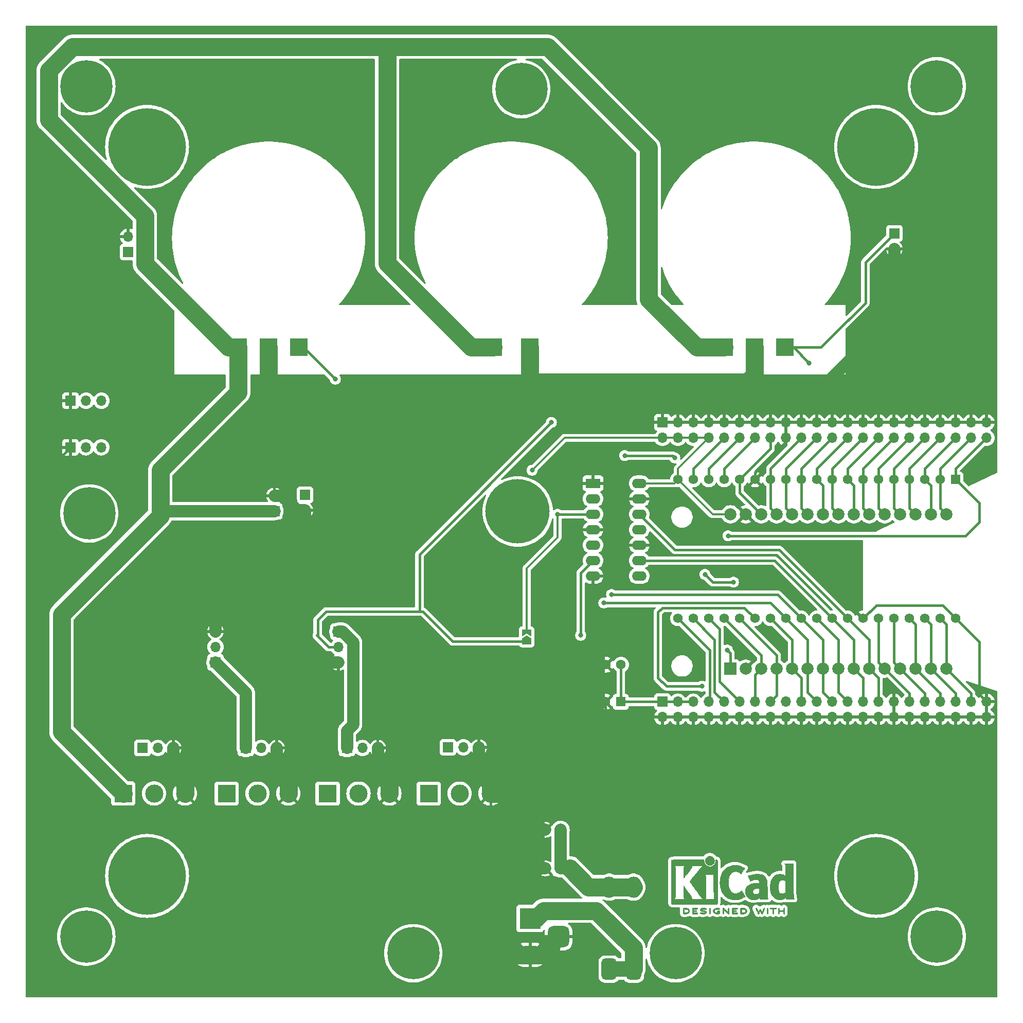
<source format=gtl>
G04 #@! TF.GenerationSoftware,KiCad,Pcbnew,7.0.10-1.fc39*
G04 #@! TF.CreationDate,2024-01-08T15:06:23-05:00*
G04 #@! TF.ProjectId,SYSMATT-WS2812-MATRIX-CARRIER,5359534d-4154-4542-9d57-53323831322d,rev?*
G04 #@! TF.SameCoordinates,Original*
G04 #@! TF.FileFunction,Copper,L1,Top*
G04 #@! TF.FilePolarity,Positive*
%FSLAX46Y46*%
G04 Gerber Fmt 4.6, Leading zero omitted, Abs format (unit mm)*
G04 Created by KiCad (PCBNEW 7.0.10-1.fc39) date 2024-01-08 15:06:23*
%MOMM*%
%LPD*%
G01*
G04 APERTURE LIST*
G04 Aperture macros list*
%AMRoundRect*
0 Rectangle with rounded corners*
0 $1 Rounding radius*
0 $2 $3 $4 $5 $6 $7 $8 $9 X,Y pos of 4 corners*
0 Add a 4 corners polygon primitive as box body*
4,1,4,$2,$3,$4,$5,$6,$7,$8,$9,$2,$3,0*
0 Add four circle primitives for the rounded corners*
1,1,$1+$1,$2,$3*
1,1,$1+$1,$4,$5*
1,1,$1+$1,$6,$7*
1,1,$1+$1,$8,$9*
0 Add four rect primitives between the rounded corners*
20,1,$1+$1,$2,$3,$4,$5,0*
20,1,$1+$1,$4,$5,$6,$7,0*
20,1,$1+$1,$6,$7,$8,$9,0*
20,1,$1+$1,$8,$9,$2,$3,0*%
%AMFreePoly0*
4,1,6,1.000000,0.000000,0.500000,-0.750000,-0.500000,-0.750000,-0.500000,0.750000,0.500000,0.750000,1.000000,0.000000,1.000000,0.000000,$1*%
%AMFreePoly1*
4,1,6,0.500000,-0.750000,-0.650000,-0.750000,-0.150000,0.000000,-0.650000,0.750000,0.500000,0.750000,0.500000,-0.750000,0.500000,-0.750000,$1*%
G04 Aperture macros list end*
G04 #@! TA.AperFunction,EtchedComponent*
%ADD10C,0.010000*%
G04 #@! TD*
G04 #@! TA.AperFunction,ComponentPad*
%ADD11C,1.600000*%
G04 #@! TD*
G04 #@! TA.AperFunction,ComponentPad*
%ADD12C,12.800000*%
G04 #@! TD*
G04 #@! TA.AperFunction,ComponentPad*
%ADD13C,8.600000*%
G04 #@! TD*
G04 #@! TA.AperFunction,SMDPad,CuDef*
%ADD14R,3.000000X3.000000*%
G04 #@! TD*
G04 #@! TA.AperFunction,ComponentPad*
%ADD15R,1.700000X1.700000*%
G04 #@! TD*
G04 #@! TA.AperFunction,ComponentPad*
%ADD16O,1.700000X1.700000*%
G04 #@! TD*
G04 #@! TA.AperFunction,ComponentPad*
%ADD17R,1.600000X1.600000*%
G04 #@! TD*
G04 #@! TA.AperFunction,ComponentPad*
%ADD18R,3.000000X3.000000*%
G04 #@! TD*
G04 #@! TA.AperFunction,ComponentPad*
%ADD19C,3.000000*%
G04 #@! TD*
G04 #@! TA.AperFunction,ComponentPad*
%ADD20R,3.500000X3.500000*%
G04 #@! TD*
G04 #@! TA.AperFunction,ComponentPad*
%ADD21RoundRect,0.750000X1.000000X-0.750000X1.000000X0.750000X-1.000000X0.750000X-1.000000X-0.750000X0*%
G04 #@! TD*
G04 #@! TA.AperFunction,ComponentPad*
%ADD22RoundRect,0.875000X0.875000X-0.875000X0.875000X0.875000X-0.875000X0.875000X-0.875000X-0.875000X0*%
G04 #@! TD*
G04 #@! TA.AperFunction,SMDPad,CuDef*
%ADD23FreePoly0,90.000000*%
G04 #@! TD*
G04 #@! TA.AperFunction,SMDPad,CuDef*
%ADD24FreePoly1,90.000000*%
G04 #@! TD*
G04 #@! TA.AperFunction,ComponentPad*
%ADD25R,2.400000X1.600000*%
G04 #@! TD*
G04 #@! TA.AperFunction,ComponentPad*
%ADD26O,2.400000X1.600000*%
G04 #@! TD*
G04 #@! TA.AperFunction,ComponentPad*
%ADD27RoundRect,0.625000X0.625000X-1.125000X0.625000X1.125000X-0.625000X1.125000X-0.625000X-1.125000X0*%
G04 #@! TD*
G04 #@! TA.AperFunction,ComponentPad*
%ADD28O,2.500000X3.500000*%
G04 #@! TD*
G04 #@! TA.AperFunction,ComponentPad*
%ADD29C,10.600000*%
G04 #@! TD*
G04 #@! TA.AperFunction,ComponentPad*
%ADD30R,2.000000X2.000000*%
G04 #@! TD*
G04 #@! TA.AperFunction,ComponentPad*
%ADD31C,2.000000*%
G04 #@! TD*
G04 #@! TA.AperFunction,ComponentPad*
%ADD32R,1.560000X1.560000*%
G04 #@! TD*
G04 #@! TA.AperFunction,ComponentPad*
%ADD33C,1.560000*%
G04 #@! TD*
G04 #@! TA.AperFunction,ViaPad*
%ADD34C,0.800000*%
G04 #@! TD*
G04 #@! TA.AperFunction,Conductor*
%ADD35C,2.000000*%
G04 #@! TD*
G04 #@! TA.AperFunction,Conductor*
%ADD36C,3.000000*%
G04 #@! TD*
G04 #@! TA.AperFunction,Conductor*
%ADD37C,0.400000*%
G04 #@! TD*
G04 #@! TA.AperFunction,Conductor*
%ADD38C,0.300000*%
G04 #@! TD*
G04 #@! TA.AperFunction,Conductor*
%ADD39C,2.500000*%
G04 #@! TD*
G04 APERTURE END LIST*
D10*
X142149604Y-165270476D02*
X142181174Y-165290141D01*
X142216656Y-165318872D01*
X142216656Y-165746965D01*
X142216543Y-165872189D01*
X142216059Y-165970846D01*
X142214986Y-166046429D01*
X142213108Y-166102432D01*
X142210206Y-166142346D01*
X142206063Y-166169665D01*
X142200462Y-166187880D01*
X142193185Y-166200485D01*
X142188024Y-166206695D01*
X142146168Y-166233979D01*
X142098505Y-166232866D01*
X142056753Y-166209601D01*
X142021271Y-166180870D01*
X142021271Y-165318872D01*
X142056753Y-165290141D01*
X142090998Y-165269241D01*
X142118963Y-165261409D01*
X142149604Y-165270476D01*
G04 #@! TA.AperFunction,EtchedComponent*
G36*
X142149604Y-165270476D02*
G01*
X142181174Y-165290141D01*
X142216656Y-165318872D01*
X142216656Y-165746965D01*
X142216543Y-165872189D01*
X142216059Y-165970846D01*
X142214986Y-166046429D01*
X142213108Y-166102432D01*
X142210206Y-166142346D01*
X142206063Y-166169665D01*
X142200462Y-166187880D01*
X142193185Y-166200485D01*
X142188024Y-166206695D01*
X142146168Y-166233979D01*
X142098505Y-166232866D01*
X142056753Y-166209601D01*
X142021271Y-166180870D01*
X142021271Y-165318872D01*
X142056753Y-165290141D01*
X142090998Y-165269241D01*
X142118963Y-165261409D01*
X142149604Y-165270476D01*
G37*
G04 #@! TD.AperFunction*
X132680383Y-165291469D02*
X132689145Y-165301551D01*
X132696018Y-165314558D01*
X132701231Y-165333974D01*
X132705012Y-165363283D01*
X132707590Y-165405970D01*
X132709193Y-165465518D01*
X132710051Y-165545413D01*
X132710390Y-165649139D01*
X132710443Y-165749871D01*
X132710350Y-165874815D01*
X132709919Y-165973184D01*
X132708923Y-166048464D01*
X132707131Y-166104137D01*
X132704317Y-166143689D01*
X132700250Y-166170604D01*
X132694704Y-166188366D01*
X132687449Y-166200460D01*
X132680383Y-166208273D01*
X132636444Y-166234475D01*
X132589626Y-166232124D01*
X132547737Y-166203547D01*
X132538112Y-166192390D01*
X132530591Y-166179446D01*
X132524912Y-166161135D01*
X132520819Y-166133881D01*
X132518051Y-166094103D01*
X132516350Y-166038225D01*
X132515457Y-165962667D01*
X132515113Y-165863851D01*
X132515058Y-165751977D01*
X132515058Y-165335191D01*
X132551949Y-165298300D01*
X132597421Y-165267263D01*
X132641530Y-165266144D01*
X132680383Y-165291469D01*
G04 #@! TA.AperFunction,EtchedComponent*
G36*
X132680383Y-165291469D02*
G01*
X132689145Y-165301551D01*
X132696018Y-165314558D01*
X132701231Y-165333974D01*
X132705012Y-165363283D01*
X132707590Y-165405970D01*
X132709193Y-165465518D01*
X132710051Y-165545413D01*
X132710390Y-165649139D01*
X132710443Y-165749871D01*
X132710350Y-165874815D01*
X132709919Y-165973184D01*
X132708923Y-166048464D01*
X132707131Y-166104137D01*
X132704317Y-166143689D01*
X132700250Y-166170604D01*
X132694704Y-166188366D01*
X132687449Y-166200460D01*
X132680383Y-166208273D01*
X132636444Y-166234475D01*
X132589626Y-166232124D01*
X132547737Y-166203547D01*
X132538112Y-166192390D01*
X132530591Y-166179446D01*
X132524912Y-166161135D01*
X132520819Y-166133881D01*
X132518051Y-166094103D01*
X132516350Y-166038225D01*
X132515457Y-165962667D01*
X132515113Y-165863851D01*
X132515058Y-165751977D01*
X132515058Y-165335191D01*
X132551949Y-165298300D01*
X132597421Y-165267263D01*
X132641530Y-165266144D01*
X132680383Y-165291469D01*
G37*
G04 #@! TD.AperFunction*
X132795682Y-156738932D02*
X132931929Y-156786171D01*
X133058779Y-156860526D01*
X133172067Y-156961986D01*
X133267628Y-157090542D01*
X133310554Y-157171571D01*
X133347705Y-157284907D01*
X133365712Y-157415750D01*
X133363717Y-157550264D01*
X133341577Y-157672157D01*
X133281064Y-157821106D01*
X133193314Y-157950308D01*
X133082788Y-158057222D01*
X132953946Y-158139305D01*
X132811247Y-158194015D01*
X132659151Y-158218809D01*
X132502119Y-158211146D01*
X132424714Y-158194771D01*
X132273859Y-158136088D01*
X132139875Y-158046542D01*
X132025994Y-157928892D01*
X131935448Y-157785901D01*
X131927788Y-157770285D01*
X131901306Y-157711685D01*
X131884678Y-157662333D01*
X131875650Y-157610269D01*
X131871968Y-157543538D01*
X131871357Y-157470928D01*
X131872367Y-157383690D01*
X131876928Y-157320623D01*
X131887334Y-157269635D01*
X131905879Y-157218632D01*
X131928770Y-157168312D01*
X132014154Y-157025469D01*
X132119301Y-156909809D01*
X132240045Y-156821324D01*
X132372221Y-156760004D01*
X132511663Y-156725838D01*
X132654205Y-156718817D01*
X132795682Y-156738932D01*
G04 #@! TA.AperFunction,EtchedComponent*
G36*
X132795682Y-156738932D02*
G01*
X132931929Y-156786171D01*
X133058779Y-156860526D01*
X133172067Y-156961986D01*
X133267628Y-157090542D01*
X133310554Y-157171571D01*
X133347705Y-157284907D01*
X133365712Y-157415750D01*
X133363717Y-157550264D01*
X133341577Y-157672157D01*
X133281064Y-157821106D01*
X133193314Y-157950308D01*
X133082788Y-158057222D01*
X132953946Y-158139305D01*
X132811247Y-158194015D01*
X132659151Y-158218809D01*
X132502119Y-158211146D01*
X132424714Y-158194771D01*
X132273859Y-158136088D01*
X132139875Y-158046542D01*
X132025994Y-157928892D01*
X131935448Y-157785901D01*
X131927788Y-157770285D01*
X131901306Y-157711685D01*
X131884678Y-157662333D01*
X131875650Y-157610269D01*
X131871968Y-157543538D01*
X131871357Y-157470928D01*
X131872367Y-157383690D01*
X131876928Y-157320623D01*
X131887334Y-157269635D01*
X131905879Y-157218632D01*
X131928770Y-157168312D01*
X132014154Y-157025469D01*
X132119301Y-156909809D01*
X132240045Y-156821324D01*
X132372221Y-156760004D01*
X132511663Y-156725838D01*
X132654205Y-156718817D01*
X132795682Y-156738932D01*
G37*
G04 #@! TD.AperFunction*
X143180677Y-165261538D02*
X143285465Y-165262042D01*
X143366799Y-165263095D01*
X143427980Y-165264875D01*
X143472311Y-165267556D01*
X143503094Y-165271313D01*
X143523631Y-165276324D01*
X143537225Y-165282762D01*
X143543803Y-165287711D01*
X143577944Y-165331028D01*
X143582074Y-165376002D01*
X143560976Y-165416859D01*
X143547179Y-165433185D01*
X143532332Y-165444317D01*
X143510815Y-165451249D01*
X143477008Y-165454976D01*
X143425292Y-165456493D01*
X143350047Y-165456793D01*
X143335269Y-165456794D01*
X143140975Y-165456794D01*
X143140975Y-165817504D01*
X143140847Y-165931200D01*
X143140266Y-166018684D01*
X143138936Y-166083801D01*
X143136560Y-166130397D01*
X143132844Y-166162318D01*
X143127492Y-166183411D01*
X143120207Y-166197522D01*
X143110916Y-166208273D01*
X143067071Y-166234695D01*
X143021300Y-166232613D01*
X142979790Y-166202468D01*
X142976741Y-166198732D01*
X142966812Y-166184609D01*
X142959248Y-166168085D01*
X142953729Y-166145145D01*
X142949933Y-166111772D01*
X142947542Y-166063954D01*
X142946234Y-165997673D01*
X142945691Y-165908917D01*
X142945591Y-165807962D01*
X142945591Y-165456794D01*
X142760050Y-165456794D01*
X142680427Y-165456255D01*
X142625304Y-165454156D01*
X142589132Y-165449770D01*
X142566362Y-165442375D01*
X142551447Y-165431244D01*
X142549636Y-165429309D01*
X142527858Y-165385056D01*
X142529784Y-165335028D01*
X142554821Y-165291469D01*
X142564504Y-165283019D01*
X142576988Y-165276320D01*
X142595603Y-165271168D01*
X142623677Y-165267360D01*
X142664541Y-165264696D01*
X142721522Y-165262971D01*
X142797952Y-165261983D01*
X142897157Y-165261531D01*
X143022469Y-165261411D01*
X143049133Y-165261409D01*
X143180677Y-165261538D01*
G04 #@! TA.AperFunction,EtchedComponent*
G36*
X143180677Y-165261538D02*
G01*
X143285465Y-165262042D01*
X143366799Y-165263095D01*
X143427980Y-165264875D01*
X143472311Y-165267556D01*
X143503094Y-165271313D01*
X143523631Y-165276324D01*
X143537225Y-165282762D01*
X143543803Y-165287711D01*
X143577944Y-165331028D01*
X143582074Y-165376002D01*
X143560976Y-165416859D01*
X143547179Y-165433185D01*
X143532332Y-165444317D01*
X143510815Y-165451249D01*
X143477008Y-165454976D01*
X143425292Y-165456493D01*
X143350047Y-165456793D01*
X143335269Y-165456794D01*
X143140975Y-165456794D01*
X143140975Y-165817504D01*
X143140847Y-165931200D01*
X143140266Y-166018684D01*
X143138936Y-166083801D01*
X143136560Y-166130397D01*
X143132844Y-166162318D01*
X143127492Y-166183411D01*
X143120207Y-166197522D01*
X143110916Y-166208273D01*
X143067071Y-166234695D01*
X143021300Y-166232613D01*
X142979790Y-166202468D01*
X142976741Y-166198732D01*
X142966812Y-166184609D01*
X142959248Y-166168085D01*
X142953729Y-166145145D01*
X142949933Y-166111772D01*
X142947542Y-166063954D01*
X142946234Y-165997673D01*
X142945691Y-165908917D01*
X142945591Y-165807962D01*
X142945591Y-165456794D01*
X142760050Y-165456794D01*
X142680427Y-165456255D01*
X142625304Y-165454156D01*
X142589132Y-165449770D01*
X142566362Y-165442375D01*
X142551447Y-165431244D01*
X142549636Y-165429309D01*
X142527858Y-165385056D01*
X142529784Y-165335028D01*
X142554821Y-165291469D01*
X142564504Y-165283019D01*
X142576988Y-165276320D01*
X142595603Y-165271168D01*
X142623677Y-165267360D01*
X142664541Y-165264696D01*
X142721522Y-165262971D01*
X142797952Y-165261983D01*
X142897157Y-165261531D01*
X143022469Y-165261411D01*
X143049133Y-165261409D01*
X143180677Y-165261538D01*
G37*
G04 #@! TD.AperFunction*
X144865859Y-165268687D02*
X144907635Y-165298300D01*
X144944525Y-165335191D01*
X144944525Y-165747161D01*
X144944429Y-165869485D01*
X144943972Y-165965397D01*
X144942903Y-166038543D01*
X144940971Y-166092569D01*
X144937923Y-166131122D01*
X144933509Y-166157847D01*
X144927476Y-166176393D01*
X144919574Y-166190404D01*
X144913375Y-166198732D01*
X144872461Y-166231448D01*
X144825482Y-166234999D01*
X144782544Y-166214936D01*
X144768356Y-166203091D01*
X144758872Y-166187357D01*
X144753151Y-166162021D01*
X144750253Y-166121369D01*
X144749238Y-166059687D01*
X144749141Y-166012037D01*
X144749141Y-165832534D01*
X144087839Y-165832534D01*
X144087839Y-165995832D01*
X144087155Y-166070504D01*
X144084419Y-166121823D01*
X144078604Y-166156476D01*
X144068684Y-166181154D01*
X144056689Y-166198732D01*
X144015546Y-166231356D01*
X143969017Y-166235219D01*
X143924473Y-166212031D01*
X143912312Y-166199875D01*
X143903723Y-166183760D01*
X143898058Y-166158659D01*
X143894669Y-166119543D01*
X143892908Y-166061385D01*
X143892128Y-165979157D01*
X143892036Y-165960285D01*
X143891392Y-165805356D01*
X143891060Y-165677673D01*
X143891168Y-165574426D01*
X143891845Y-165492802D01*
X143893218Y-165429991D01*
X143895416Y-165383180D01*
X143898566Y-165349558D01*
X143902798Y-165326314D01*
X143908238Y-165310635D01*
X143915015Y-165299710D01*
X143922514Y-165291469D01*
X143964933Y-165265106D01*
X144009172Y-165268687D01*
X144050948Y-165298300D01*
X144067853Y-165317406D01*
X144078629Y-165338510D01*
X144084641Y-165368567D01*
X144087256Y-165414532D01*
X144087839Y-165483359D01*
X144087839Y-165637149D01*
X144749141Y-165637149D01*
X144749141Y-165479338D01*
X144749816Y-165406635D01*
X144752526Y-165357544D01*
X144758301Y-165325635D01*
X144768169Y-165304477D01*
X144779200Y-165291469D01*
X144821619Y-165265106D01*
X144865859Y-165268687D01*
G04 #@! TA.AperFunction,EtchedComponent*
G36*
X144865859Y-165268687D02*
G01*
X144907635Y-165298300D01*
X144944525Y-165335191D01*
X144944525Y-165747161D01*
X144944429Y-165869485D01*
X144943972Y-165965397D01*
X144942903Y-166038543D01*
X144940971Y-166092569D01*
X144937923Y-166131122D01*
X144933509Y-166157847D01*
X144927476Y-166176393D01*
X144919574Y-166190404D01*
X144913375Y-166198732D01*
X144872461Y-166231448D01*
X144825482Y-166234999D01*
X144782544Y-166214936D01*
X144768356Y-166203091D01*
X144758872Y-166187357D01*
X144753151Y-166162021D01*
X144750253Y-166121369D01*
X144749238Y-166059687D01*
X144749141Y-166012037D01*
X144749141Y-165832534D01*
X144087839Y-165832534D01*
X144087839Y-165995832D01*
X144087155Y-166070504D01*
X144084419Y-166121823D01*
X144078604Y-166156476D01*
X144068684Y-166181154D01*
X144056689Y-166198732D01*
X144015546Y-166231356D01*
X143969017Y-166235219D01*
X143924473Y-166212031D01*
X143912312Y-166199875D01*
X143903723Y-166183760D01*
X143898058Y-166158659D01*
X143894669Y-166119543D01*
X143892908Y-166061385D01*
X143892128Y-165979157D01*
X143892036Y-165960285D01*
X143891392Y-165805356D01*
X143891060Y-165677673D01*
X143891168Y-165574426D01*
X143891845Y-165492802D01*
X143893218Y-165429991D01*
X143895416Y-165383180D01*
X143898566Y-165349558D01*
X143902798Y-165326314D01*
X143908238Y-165310635D01*
X143915015Y-165299710D01*
X143922514Y-165291469D01*
X143964933Y-165265106D01*
X144009172Y-165268687D01*
X144050948Y-165298300D01*
X144067853Y-165317406D01*
X144078629Y-165338510D01*
X144084641Y-165368567D01*
X144087256Y-165414532D01*
X144087839Y-165483359D01*
X144087839Y-165637149D01*
X144749141Y-165637149D01*
X144749141Y-165479338D01*
X144749816Y-165406635D01*
X144752526Y-165357544D01*
X144758301Y-165325635D01*
X144768169Y-165304477D01*
X144779200Y-165291469D01*
X144821619Y-165265106D01*
X144865859Y-165268687D01*
G37*
G04 #@! TD.AperFunction*
X137928783Y-165261686D02*
X138100501Y-165267492D01*
X138246555Y-165285100D01*
X138369353Y-165315562D01*
X138471303Y-165359934D01*
X138554814Y-165419270D01*
X138622293Y-165494623D01*
X138676149Y-165587049D01*
X138677208Y-165589303D01*
X138709349Y-165672023D01*
X138720801Y-165745283D01*
X138711520Y-165819011D01*
X138681461Y-165903134D01*
X138675761Y-165915936D01*
X138636885Y-165990861D01*
X138593195Y-166048756D01*
X138536806Y-166097971D01*
X138459838Y-166146856D01*
X138455366Y-166149408D01*
X138388363Y-166181594D01*
X138312631Y-166205631D01*
X138223304Y-166222350D01*
X138115515Y-166232578D01*
X137984398Y-166237145D01*
X137938072Y-166237542D01*
X137717476Y-166238333D01*
X137686326Y-166198732D01*
X137677086Y-166185710D01*
X137669878Y-166170503D01*
X137664450Y-166149465D01*
X137660551Y-166118949D01*
X137657929Y-166075310D01*
X137657074Y-166042948D01*
X137865591Y-166042948D01*
X137990582Y-166042948D01*
X138063723Y-166040809D01*
X138138807Y-166035180D01*
X138200430Y-166027242D01*
X138204149Y-166026574D01*
X138313599Y-165997211D01*
X138398494Y-165953096D01*
X138461518Y-165892182D01*
X138505360Y-165812423D01*
X138512983Y-165791283D01*
X138520456Y-165758361D01*
X138517221Y-165725835D01*
X138501479Y-165682563D01*
X138491990Y-165661306D01*
X138460917Y-165604819D01*
X138423479Y-165565190D01*
X138382287Y-165537593D01*
X138299776Y-165501681D01*
X138194179Y-165475667D01*
X138071164Y-165460687D01*
X137982070Y-165457391D01*
X137865591Y-165456794D01*
X137865591Y-166042948D01*
X137657074Y-166042948D01*
X137656332Y-166014899D01*
X137655510Y-165934071D01*
X137655210Y-165829180D01*
X137655176Y-165747161D01*
X137655176Y-165335191D01*
X137692067Y-165298300D01*
X137708440Y-165283347D01*
X137726143Y-165273107D01*
X137750865Y-165266700D01*
X137788294Y-165263246D01*
X137844119Y-165261866D01*
X137924028Y-165261680D01*
X137928783Y-165261686D01*
G04 #@! TA.AperFunction,EtchedComponent*
G36*
X137928783Y-165261686D02*
G01*
X138100501Y-165267492D01*
X138246555Y-165285100D01*
X138369353Y-165315562D01*
X138471303Y-165359934D01*
X138554814Y-165419270D01*
X138622293Y-165494623D01*
X138676149Y-165587049D01*
X138677208Y-165589303D01*
X138709349Y-165672023D01*
X138720801Y-165745283D01*
X138711520Y-165819011D01*
X138681461Y-165903134D01*
X138675761Y-165915936D01*
X138636885Y-165990861D01*
X138593195Y-166048756D01*
X138536806Y-166097971D01*
X138459838Y-166146856D01*
X138455366Y-166149408D01*
X138388363Y-166181594D01*
X138312631Y-166205631D01*
X138223304Y-166222350D01*
X138115515Y-166232578D01*
X137984398Y-166237145D01*
X137938072Y-166237542D01*
X137717476Y-166238333D01*
X137686326Y-166198732D01*
X137677086Y-166185710D01*
X137669878Y-166170503D01*
X137664450Y-166149465D01*
X137660551Y-166118949D01*
X137657929Y-166075310D01*
X137657074Y-166042948D01*
X137865591Y-166042948D01*
X137990582Y-166042948D01*
X138063723Y-166040809D01*
X138138807Y-166035180D01*
X138200430Y-166027242D01*
X138204149Y-166026574D01*
X138313599Y-165997211D01*
X138398494Y-165953096D01*
X138461518Y-165892182D01*
X138505360Y-165812423D01*
X138512983Y-165791283D01*
X138520456Y-165758361D01*
X138517221Y-165725835D01*
X138501479Y-165682563D01*
X138491990Y-165661306D01*
X138460917Y-165604819D01*
X138423479Y-165565190D01*
X138382287Y-165537593D01*
X138299776Y-165501681D01*
X138194179Y-165475667D01*
X138071164Y-165460687D01*
X137982070Y-165457391D01*
X137865591Y-165456794D01*
X137865591Y-166042948D01*
X137657074Y-166042948D01*
X137656332Y-166014899D01*
X137655510Y-165934071D01*
X137655210Y-165829180D01*
X137655176Y-165747161D01*
X137655176Y-165335191D01*
X137692067Y-165298300D01*
X137708440Y-165283347D01*
X137726143Y-165273107D01*
X137750865Y-165266700D01*
X137788294Y-165263246D01*
X137844119Y-165261866D01*
X137924028Y-165261680D01*
X137928783Y-165261686D01*
G37*
G04 #@! TD.AperFunction*
X128423292Y-165261408D02*
X128475857Y-165261943D01*
X128629881Y-165265659D01*
X128758875Y-165276698D01*
X128867237Y-165296245D01*
X128959362Y-165325482D01*
X129039647Y-165365596D01*
X129112488Y-165417768D01*
X129138505Y-165440432D01*
X129181663Y-165493461D01*
X129220579Y-165565420D01*
X129250573Y-165645183D01*
X129266965Y-165721624D01*
X129268668Y-165749871D01*
X129257995Y-165828173D01*
X129229393Y-165913704D01*
X129187989Y-165994662D01*
X129138905Y-166059245D01*
X129130933Y-166067037D01*
X129063400Y-166121807D01*
X128989448Y-166164562D01*
X128904812Y-166196422D01*
X128805229Y-166218507D01*
X128686434Y-166231937D01*
X128544166Y-166237833D01*
X128479000Y-166238333D01*
X128396145Y-166237934D01*
X128337877Y-166236265D01*
X128298730Y-166232621D01*
X128273237Y-166226292D01*
X128255932Y-166216573D01*
X128246656Y-166208273D01*
X128237894Y-166198191D01*
X128231021Y-166185184D01*
X128225808Y-166165768D01*
X128222027Y-166136459D01*
X128219449Y-166093772D01*
X128217846Y-166034224D01*
X128216989Y-165954329D01*
X128216649Y-165850604D01*
X128216597Y-165749871D01*
X128216266Y-165615518D01*
X128216338Y-165508191D01*
X128217616Y-165456794D01*
X128411981Y-165456794D01*
X128411981Y-166042948D01*
X128535975Y-166042834D01*
X128610585Y-166040695D01*
X128688728Y-166035182D01*
X128753926Y-166027471D01*
X128755910Y-166027154D01*
X128861283Y-166001677D01*
X128943014Y-165961999D01*
X129005184Y-165905537D01*
X129044686Y-165844405D01*
X129069026Y-165776592D01*
X129067139Y-165712918D01*
X129038891Y-165644664D01*
X128983638Y-165574055D01*
X128907073Y-165521734D01*
X128807551Y-165486762D01*
X128741039Y-165474385D01*
X128665539Y-165465693D01*
X128585521Y-165459403D01*
X128517462Y-165456787D01*
X128513431Y-165456775D01*
X128411981Y-165456794D01*
X128217616Y-165456794D01*
X128218410Y-165424880D01*
X128224085Y-165362578D01*
X128234959Y-165318274D01*
X128252632Y-165288959D01*
X128278703Y-165271624D01*
X128314771Y-165263260D01*
X128362434Y-165260858D01*
X128423292Y-165261408D01*
G04 #@! TA.AperFunction,EtchedComponent*
G36*
X128423292Y-165261408D02*
G01*
X128475857Y-165261943D01*
X128629881Y-165265659D01*
X128758875Y-165276698D01*
X128867237Y-165296245D01*
X128959362Y-165325482D01*
X129039647Y-165365596D01*
X129112488Y-165417768D01*
X129138505Y-165440432D01*
X129181663Y-165493461D01*
X129220579Y-165565420D01*
X129250573Y-165645183D01*
X129266965Y-165721624D01*
X129268668Y-165749871D01*
X129257995Y-165828173D01*
X129229393Y-165913704D01*
X129187989Y-165994662D01*
X129138905Y-166059245D01*
X129130933Y-166067037D01*
X129063400Y-166121807D01*
X128989448Y-166164562D01*
X128904812Y-166196422D01*
X128805229Y-166218507D01*
X128686434Y-166231937D01*
X128544166Y-166237833D01*
X128479000Y-166238333D01*
X128396145Y-166237934D01*
X128337877Y-166236265D01*
X128298730Y-166232621D01*
X128273237Y-166226292D01*
X128255932Y-166216573D01*
X128246656Y-166208273D01*
X128237894Y-166198191D01*
X128231021Y-166185184D01*
X128225808Y-166165768D01*
X128222027Y-166136459D01*
X128219449Y-166093772D01*
X128217846Y-166034224D01*
X128216989Y-165954329D01*
X128216649Y-165850604D01*
X128216597Y-165749871D01*
X128216266Y-165615518D01*
X128216338Y-165508191D01*
X128217616Y-165456794D01*
X128411981Y-165456794D01*
X128411981Y-166042948D01*
X128535975Y-166042834D01*
X128610585Y-166040695D01*
X128688728Y-166035182D01*
X128753926Y-166027471D01*
X128755910Y-166027154D01*
X128861283Y-166001677D01*
X128943014Y-165961999D01*
X129005184Y-165905537D01*
X129044686Y-165844405D01*
X129069026Y-165776592D01*
X129067139Y-165712918D01*
X129038891Y-165644664D01*
X128983638Y-165574055D01*
X128907073Y-165521734D01*
X128807551Y-165486762D01*
X128741039Y-165474385D01*
X128665539Y-165465693D01*
X128585521Y-165459403D01*
X128517462Y-165456787D01*
X128513431Y-165456775D01*
X128411981Y-165456794D01*
X128217616Y-165456794D01*
X128218410Y-165424880D01*
X128224085Y-165362578D01*
X128234959Y-165318274D01*
X128252632Y-165288959D01*
X128278703Y-165271624D01*
X128314771Y-165263260D01*
X128362434Y-165260858D01*
X128423292Y-165261408D01*
G37*
G04 #@! TD.AperFunction*
X134842126Y-165267243D02*
X134873501Y-165285648D01*
X134914524Y-165315748D01*
X134967322Y-165358959D01*
X135034021Y-165416701D01*
X135116747Y-165490391D01*
X135217626Y-165581447D01*
X135333105Y-165686137D01*
X135573579Y-165904206D01*
X135581094Y-165611507D01*
X135583807Y-165510753D01*
X135586424Y-165435721D01*
X135589526Y-165382083D01*
X135593690Y-165345509D01*
X135599495Y-165321670D01*
X135607522Y-165306237D01*
X135618349Y-165294881D01*
X135624090Y-165290109D01*
X135670063Y-165264876D01*
X135713809Y-165268565D01*
X135748511Y-165290122D01*
X135783993Y-165318834D01*
X135788406Y-165738149D01*
X135789627Y-165861470D01*
X135790249Y-165958347D01*
X135790056Y-166032393D01*
X135788832Y-166087220D01*
X135786362Y-166126442D01*
X135782432Y-166153672D01*
X135776826Y-166172522D01*
X135769328Y-166186604D01*
X135761013Y-166197898D01*
X135743024Y-166218845D01*
X135725125Y-166232730D01*
X135704834Y-166238059D01*
X135679668Y-166233339D01*
X135647146Y-166217076D01*
X135604783Y-166187776D01*
X135550098Y-166143945D01*
X135480609Y-166084090D01*
X135393831Y-166006717D01*
X135295531Y-165917813D01*
X134942336Y-165597434D01*
X134934821Y-165889176D01*
X134932103Y-165989746D01*
X134929479Y-166064603D01*
X134926367Y-166118083D01*
X134922184Y-166154525D01*
X134916349Y-166178267D01*
X134908280Y-166193645D01*
X134897395Y-166204999D01*
X134891825Y-166209625D01*
X134842590Y-166235041D01*
X134796069Y-166231208D01*
X134755557Y-166198732D01*
X134746290Y-166185666D01*
X134739067Y-166170408D01*
X134733634Y-166149295D01*
X134729738Y-166118668D01*
X134727125Y-166074865D01*
X134725539Y-166014226D01*
X134724728Y-165933090D01*
X134724438Y-165827796D01*
X134724407Y-165749871D01*
X134724505Y-165627987D01*
X134724967Y-165532502D01*
X134726049Y-165459754D01*
X134728003Y-165406082D01*
X134731084Y-165367826D01*
X134735546Y-165341326D01*
X134741643Y-165322919D01*
X134749629Y-165308947D01*
X134755557Y-165301010D01*
X134770584Y-165282211D01*
X134784628Y-165268016D01*
X134799816Y-165259845D01*
X134818273Y-165259115D01*
X134842126Y-165267243D01*
G04 #@! TA.AperFunction,EtchedComponent*
G36*
X134842126Y-165267243D02*
G01*
X134873501Y-165285648D01*
X134914524Y-165315748D01*
X134967322Y-165358959D01*
X135034021Y-165416701D01*
X135116747Y-165490391D01*
X135217626Y-165581447D01*
X135333105Y-165686137D01*
X135573579Y-165904206D01*
X135581094Y-165611507D01*
X135583807Y-165510753D01*
X135586424Y-165435721D01*
X135589526Y-165382083D01*
X135593690Y-165345509D01*
X135599495Y-165321670D01*
X135607522Y-165306237D01*
X135618349Y-165294881D01*
X135624090Y-165290109D01*
X135670063Y-165264876D01*
X135713809Y-165268565D01*
X135748511Y-165290122D01*
X135783993Y-165318834D01*
X135788406Y-165738149D01*
X135789627Y-165861470D01*
X135790249Y-165958347D01*
X135790056Y-166032393D01*
X135788832Y-166087220D01*
X135786362Y-166126442D01*
X135782432Y-166153672D01*
X135776826Y-166172522D01*
X135769328Y-166186604D01*
X135761013Y-166197898D01*
X135743024Y-166218845D01*
X135725125Y-166232730D01*
X135704834Y-166238059D01*
X135679668Y-166233339D01*
X135647146Y-166217076D01*
X135604783Y-166187776D01*
X135550098Y-166143945D01*
X135480609Y-166084090D01*
X135393831Y-166006717D01*
X135295531Y-165917813D01*
X134942336Y-165597434D01*
X134934821Y-165889176D01*
X134932103Y-165989746D01*
X134929479Y-166064603D01*
X134926367Y-166118083D01*
X134922184Y-166154525D01*
X134916349Y-166178267D01*
X134908280Y-166193645D01*
X134897395Y-166204999D01*
X134891825Y-166209625D01*
X134842590Y-166235041D01*
X134796069Y-166231208D01*
X134755557Y-166198732D01*
X134746290Y-166185666D01*
X134739067Y-166170408D01*
X134733634Y-166149295D01*
X134729738Y-166118668D01*
X134727125Y-166074865D01*
X134725539Y-166014226D01*
X134724728Y-165933090D01*
X134724438Y-165827796D01*
X134724407Y-165749871D01*
X134724505Y-165627987D01*
X134724967Y-165532502D01*
X134726049Y-165459754D01*
X134728003Y-165406082D01*
X134731084Y-165367826D01*
X134735546Y-165341326D01*
X134741643Y-165322919D01*
X134749629Y-165308947D01*
X134755557Y-165301010D01*
X134770584Y-165282211D01*
X134784628Y-165268016D01*
X134799816Y-165259845D01*
X134818273Y-165259115D01*
X134842126Y-165267243D01*
G37*
G04 #@! TD.AperFunction*
X133976784Y-165268775D02*
X134068005Y-165284081D01*
X134138064Y-165307874D01*
X134183642Y-165339203D01*
X134196062Y-165357077D01*
X134208692Y-165398648D01*
X134200193Y-165436255D01*
X134173361Y-165471918D01*
X134131670Y-165488602D01*
X134071176Y-165487247D01*
X134024387Y-165478208D01*
X133920418Y-165460986D01*
X133814166Y-165459350D01*
X133695237Y-165473328D01*
X133662386Y-165479251D01*
X133551801Y-165510430D01*
X133465287Y-165556809D01*
X133403793Y-165617598D01*
X133368268Y-165692007D01*
X133360921Y-165730477D01*
X133365730Y-165808526D01*
X133396780Y-165877580D01*
X133451240Y-165936292D01*
X133526282Y-165983316D01*
X133619076Y-166017306D01*
X133726794Y-166036917D01*
X133846605Y-166040804D01*
X133975681Y-166027619D01*
X133982969Y-166026375D01*
X134034308Y-166016813D01*
X134062774Y-166007577D01*
X134075112Y-165993872D01*
X134078068Y-165970905D01*
X134078135Y-165958742D01*
X134078135Y-165907682D01*
X133986969Y-165907682D01*
X133906464Y-165902167D01*
X133851525Y-165884593D01*
X133819560Y-165853416D01*
X133807974Y-165807093D01*
X133807833Y-165801047D01*
X133814611Y-165761452D01*
X133837855Y-165733180D01*
X133881116Y-165714470D01*
X133947945Y-165703563D01*
X134012676Y-165699553D01*
X134106759Y-165697252D01*
X134175002Y-165700763D01*
X134221545Y-165713718D01*
X134250528Y-165739749D01*
X134266091Y-165782490D01*
X134272375Y-165845573D01*
X134273520Y-165928427D01*
X134271644Y-166020909D01*
X134266000Y-166083817D01*
X134256564Y-166117402D01*
X134254733Y-166120032D01*
X134202921Y-166161997D01*
X134126956Y-166195231D01*
X134031654Y-166219022D01*
X133921830Y-166232662D01*
X133802300Y-166235441D01*
X133677880Y-166226648D01*
X133604703Y-166215848D01*
X133489926Y-166183361D01*
X133383250Y-166130249D01*
X133293935Y-166061318D01*
X133280360Y-166047541D01*
X133236254Y-165989621D01*
X133196457Y-165917839D01*
X133165619Y-165842582D01*
X133148389Y-165774240D01*
X133146312Y-165747992D01*
X133155153Y-165693240D01*
X133178651Y-165625118D01*
X133212297Y-165553413D01*
X133251582Y-165487912D01*
X133286291Y-165444161D01*
X133367443Y-165379082D01*
X133472348Y-165327284D01*
X133597246Y-165289937D01*
X133738379Y-165268216D01*
X133867721Y-165262908D01*
X133976784Y-165268775D01*
G04 #@! TA.AperFunction,EtchedComponent*
G36*
X133976784Y-165268775D02*
G01*
X134068005Y-165284081D01*
X134138064Y-165307874D01*
X134183642Y-165339203D01*
X134196062Y-165357077D01*
X134208692Y-165398648D01*
X134200193Y-165436255D01*
X134173361Y-165471918D01*
X134131670Y-165488602D01*
X134071176Y-165487247D01*
X134024387Y-165478208D01*
X133920418Y-165460986D01*
X133814166Y-165459350D01*
X133695237Y-165473328D01*
X133662386Y-165479251D01*
X133551801Y-165510430D01*
X133465287Y-165556809D01*
X133403793Y-165617598D01*
X133368268Y-165692007D01*
X133360921Y-165730477D01*
X133365730Y-165808526D01*
X133396780Y-165877580D01*
X133451240Y-165936292D01*
X133526282Y-165983316D01*
X133619076Y-166017306D01*
X133726794Y-166036917D01*
X133846605Y-166040804D01*
X133975681Y-166027619D01*
X133982969Y-166026375D01*
X134034308Y-166016813D01*
X134062774Y-166007577D01*
X134075112Y-165993872D01*
X134078068Y-165970905D01*
X134078135Y-165958742D01*
X134078135Y-165907682D01*
X133986969Y-165907682D01*
X133906464Y-165902167D01*
X133851525Y-165884593D01*
X133819560Y-165853416D01*
X133807974Y-165807093D01*
X133807833Y-165801047D01*
X133814611Y-165761452D01*
X133837855Y-165733180D01*
X133881116Y-165714470D01*
X133947945Y-165703563D01*
X134012676Y-165699553D01*
X134106759Y-165697252D01*
X134175002Y-165700763D01*
X134221545Y-165713718D01*
X134250528Y-165739749D01*
X134266091Y-165782490D01*
X134272375Y-165845573D01*
X134273520Y-165928427D01*
X134271644Y-166020909D01*
X134266000Y-166083817D01*
X134256564Y-166117402D01*
X134254733Y-166120032D01*
X134202921Y-166161997D01*
X134126956Y-166195231D01*
X134031654Y-166219022D01*
X133921830Y-166232662D01*
X133802300Y-166235441D01*
X133677880Y-166226648D01*
X133604703Y-166215848D01*
X133489926Y-166183361D01*
X133383250Y-166130249D01*
X133293935Y-166061318D01*
X133280360Y-166047541D01*
X133236254Y-165989621D01*
X133196457Y-165917839D01*
X133165619Y-165842582D01*
X133148389Y-165774240D01*
X133146312Y-165747992D01*
X133155153Y-165693240D01*
X133178651Y-165625118D01*
X133212297Y-165553413D01*
X133251582Y-165487912D01*
X133286291Y-165444161D01*
X133367443Y-165379082D01*
X133472348Y-165327284D01*
X133597246Y-165289937D01*
X133738379Y-165268216D01*
X133867721Y-165262908D01*
X133976784Y-165268775D01*
G37*
G04 #@! TD.AperFunction*
X136879716Y-165261666D02*
X136981377Y-165262883D01*
X137059282Y-165265729D01*
X137116581Y-165270873D01*
X137156427Y-165278983D01*
X137181968Y-165290730D01*
X137196357Y-165306781D01*
X137202745Y-165327807D01*
X137204281Y-165354475D01*
X137204289Y-165357625D01*
X137202955Y-165387789D01*
X137196651Y-165411102D01*
X137181922Y-165428505D01*
X137155315Y-165440939D01*
X137113374Y-165449344D01*
X137052646Y-165454664D01*
X136969676Y-165457838D01*
X136861011Y-165459808D01*
X136827705Y-165460244D01*
X136505413Y-165464309D01*
X136500906Y-165550729D01*
X136496398Y-165637149D01*
X136720263Y-165637149D01*
X136807721Y-165637472D01*
X136870169Y-165638836D01*
X136912654Y-165641838D01*
X136940223Y-165647072D01*
X136957922Y-165655134D01*
X136970797Y-165666619D01*
X136970880Y-165666710D01*
X136994230Y-165711470D01*
X136993386Y-165759846D01*
X136968879Y-165801085D01*
X136964029Y-165805324D01*
X136946815Y-165816248D01*
X136923226Y-165823848D01*
X136888007Y-165828696D01*
X136835900Y-165831365D01*
X136761650Y-165832427D01*
X136714162Y-165832534D01*
X136497898Y-165832534D01*
X136497898Y-166042948D01*
X136826220Y-166042948D01*
X136934618Y-166043138D01*
X137016935Y-166043913D01*
X137077149Y-166045583D01*
X137119235Y-166048457D01*
X137147171Y-166052846D01*
X137164934Y-166059058D01*
X137176500Y-166067403D01*
X137179415Y-166070433D01*
X137200936Y-166112433D01*
X137202510Y-166160213D01*
X137184855Y-166201641D01*
X137170885Y-166214936D01*
X137156354Y-166222255D01*
X137133838Y-166227918D01*
X137099776Y-166232122D01*
X137050607Y-166235067D01*
X136982768Y-166236950D01*
X136892698Y-166237969D01*
X136776837Y-166238324D01*
X136750643Y-166238333D01*
X136632839Y-166238255D01*
X136541396Y-166237830D01*
X136472614Y-166236765D01*
X136422796Y-166234768D01*
X136388240Y-166231549D01*
X136365250Y-166226815D01*
X136350126Y-166220276D01*
X136339169Y-166211640D01*
X136333158Y-166205439D01*
X136324110Y-166194456D01*
X136317042Y-166180851D01*
X136311709Y-166161055D01*
X136307868Y-166131501D01*
X136305275Y-166088620D01*
X136303687Y-166028844D01*
X136302861Y-165948606D01*
X136302552Y-165844338D01*
X136302514Y-165756579D01*
X136302608Y-165633607D01*
X136303057Y-165537068D01*
X136304108Y-165463338D01*
X136306010Y-165408789D01*
X136309009Y-165369798D01*
X136313355Y-165342738D01*
X136319294Y-165323983D01*
X136327075Y-165309909D01*
X136333664Y-165301010D01*
X136364814Y-165261409D01*
X136751148Y-165261409D01*
X136879716Y-165261666D01*
G04 #@! TA.AperFunction,EtchedComponent*
G36*
X136879716Y-165261666D02*
G01*
X136981377Y-165262883D01*
X137059282Y-165265729D01*
X137116581Y-165270873D01*
X137156427Y-165278983D01*
X137181968Y-165290730D01*
X137196357Y-165306781D01*
X137202745Y-165327807D01*
X137204281Y-165354475D01*
X137204289Y-165357625D01*
X137202955Y-165387789D01*
X137196651Y-165411102D01*
X137181922Y-165428505D01*
X137155315Y-165440939D01*
X137113374Y-165449344D01*
X137052646Y-165454664D01*
X136969676Y-165457838D01*
X136861011Y-165459808D01*
X136827705Y-165460244D01*
X136505413Y-165464309D01*
X136500906Y-165550729D01*
X136496398Y-165637149D01*
X136720263Y-165637149D01*
X136807721Y-165637472D01*
X136870169Y-165638836D01*
X136912654Y-165641838D01*
X136940223Y-165647072D01*
X136957922Y-165655134D01*
X136970797Y-165666619D01*
X136970880Y-165666710D01*
X136994230Y-165711470D01*
X136993386Y-165759846D01*
X136968879Y-165801085D01*
X136964029Y-165805324D01*
X136946815Y-165816248D01*
X136923226Y-165823848D01*
X136888007Y-165828696D01*
X136835900Y-165831365D01*
X136761650Y-165832427D01*
X136714162Y-165832534D01*
X136497898Y-165832534D01*
X136497898Y-166042948D01*
X136826220Y-166042948D01*
X136934618Y-166043138D01*
X137016935Y-166043913D01*
X137077149Y-166045583D01*
X137119235Y-166048457D01*
X137147171Y-166052846D01*
X137164934Y-166059058D01*
X137176500Y-166067403D01*
X137179415Y-166070433D01*
X137200936Y-166112433D01*
X137202510Y-166160213D01*
X137184855Y-166201641D01*
X137170885Y-166214936D01*
X137156354Y-166222255D01*
X137133838Y-166227918D01*
X137099776Y-166232122D01*
X137050607Y-166235067D01*
X136982768Y-166236950D01*
X136892698Y-166237969D01*
X136776837Y-166238324D01*
X136750643Y-166238333D01*
X136632839Y-166238255D01*
X136541396Y-166237830D01*
X136472614Y-166236765D01*
X136422796Y-166234768D01*
X136388240Y-166231549D01*
X136365250Y-166226815D01*
X136350126Y-166220276D01*
X136339169Y-166211640D01*
X136333158Y-166205439D01*
X136324110Y-166194456D01*
X136317042Y-166180851D01*
X136311709Y-166161055D01*
X136307868Y-166131501D01*
X136305275Y-166088620D01*
X136303687Y-166028844D01*
X136302861Y-165948606D01*
X136302552Y-165844338D01*
X136302514Y-165756579D01*
X136302608Y-165633607D01*
X136303057Y-165537068D01*
X136304108Y-165463338D01*
X136306010Y-165408789D01*
X136309009Y-165369798D01*
X136313355Y-165342738D01*
X136319294Y-165323983D01*
X136327075Y-165309909D01*
X136333664Y-165301010D01*
X136364814Y-165261409D01*
X136751148Y-165261409D01*
X136879716Y-165261666D01*
G37*
G04 #@! TD.AperFunction*
X130298616Y-165261515D02*
X130391024Y-165262011D01*
X130460773Y-165263164D01*
X130511563Y-165265243D01*
X130547095Y-165268514D01*
X130571068Y-165273246D01*
X130587182Y-165279706D01*
X130599137Y-165288162D01*
X130603467Y-165292054D01*
X130629795Y-165333403D01*
X130634535Y-165380915D01*
X130617216Y-165423094D01*
X130609207Y-165431619D01*
X130596254Y-165439884D01*
X130575398Y-165446260D01*
X130542770Y-165451058D01*
X130494504Y-165454587D01*
X130426732Y-165457157D01*
X130335586Y-165459080D01*
X130252255Y-165460250D01*
X129922454Y-165464309D01*
X129913440Y-165637149D01*
X130137304Y-165637149D01*
X130234492Y-165637988D01*
X130305643Y-165641495D01*
X130354755Y-165649158D01*
X130385829Y-165662466D01*
X130402862Y-165682904D01*
X130409854Y-165711962D01*
X130410916Y-165738930D01*
X130407616Y-165772020D01*
X130395163Y-165796403D01*
X130369726Y-165813352D01*
X130327475Y-165824142D01*
X130264580Y-165830047D01*
X130177211Y-165832340D01*
X130129525Y-165832534D01*
X129914940Y-165832534D01*
X129914940Y-166042948D01*
X130245591Y-166042948D01*
X130353976Y-166043099D01*
X130436349Y-166043777D01*
X130496757Y-166045319D01*
X130539247Y-166048062D01*
X130567865Y-166052344D01*
X130586658Y-166058502D01*
X130599672Y-166066872D01*
X130606301Y-166073007D01*
X130629039Y-166108812D01*
X130636360Y-166140640D01*
X130625907Y-166179517D01*
X130606301Y-166208273D01*
X130595841Y-166217326D01*
X130582338Y-166224356D01*
X130562160Y-166229617D01*
X130531675Y-166233364D01*
X130487251Y-166235853D01*
X130425255Y-166237338D01*
X130342055Y-166238074D01*
X130234019Y-166238317D01*
X130177957Y-166238333D01*
X130057902Y-166238226D01*
X129964272Y-166237738D01*
X129893437Y-166236612D01*
X129841765Y-166234594D01*
X129805623Y-166231429D01*
X129781378Y-166226862D01*
X129765399Y-166220639D01*
X129754053Y-166212503D01*
X129749614Y-166208273D01*
X129740829Y-166198159D01*
X129733942Y-166185111D01*
X129728725Y-166165633D01*
X129724947Y-166136227D01*
X129722376Y-166093397D01*
X129720782Y-166033647D01*
X129719935Y-165953480D01*
X129719604Y-165849400D01*
X129719555Y-165752491D01*
X129719600Y-165628386D01*
X129719912Y-165530829D01*
X129720758Y-165456309D01*
X129722404Y-165401314D01*
X129725117Y-165362333D01*
X129729163Y-165335856D01*
X129734809Y-165318369D01*
X129742320Y-165306363D01*
X129751964Y-165296326D01*
X129754340Y-165294089D01*
X129765871Y-165284182D01*
X129779268Y-165276511D01*
X129798250Y-165270789D01*
X129826531Y-165266731D01*
X129867828Y-165264051D01*
X129925858Y-165262465D01*
X130004337Y-165261687D01*
X130106980Y-165261431D01*
X130179850Y-165261409D01*
X130298616Y-165261515D01*
G04 #@! TA.AperFunction,EtchedComponent*
G36*
X130298616Y-165261515D02*
G01*
X130391024Y-165262011D01*
X130460773Y-165263164D01*
X130511563Y-165265243D01*
X130547095Y-165268514D01*
X130571068Y-165273246D01*
X130587182Y-165279706D01*
X130599137Y-165288162D01*
X130603467Y-165292054D01*
X130629795Y-165333403D01*
X130634535Y-165380915D01*
X130617216Y-165423094D01*
X130609207Y-165431619D01*
X130596254Y-165439884D01*
X130575398Y-165446260D01*
X130542770Y-165451058D01*
X130494504Y-165454587D01*
X130426732Y-165457157D01*
X130335586Y-165459080D01*
X130252255Y-165460250D01*
X129922454Y-165464309D01*
X129913440Y-165637149D01*
X130137304Y-165637149D01*
X130234492Y-165637988D01*
X130305643Y-165641495D01*
X130354755Y-165649158D01*
X130385829Y-165662466D01*
X130402862Y-165682904D01*
X130409854Y-165711962D01*
X130410916Y-165738930D01*
X130407616Y-165772020D01*
X130395163Y-165796403D01*
X130369726Y-165813352D01*
X130327475Y-165824142D01*
X130264580Y-165830047D01*
X130177211Y-165832340D01*
X130129525Y-165832534D01*
X129914940Y-165832534D01*
X129914940Y-166042948D01*
X130245591Y-166042948D01*
X130353976Y-166043099D01*
X130436349Y-166043777D01*
X130496757Y-166045319D01*
X130539247Y-166048062D01*
X130567865Y-166052344D01*
X130586658Y-166058502D01*
X130599672Y-166066872D01*
X130606301Y-166073007D01*
X130629039Y-166108812D01*
X130636360Y-166140640D01*
X130625907Y-166179517D01*
X130606301Y-166208273D01*
X130595841Y-166217326D01*
X130582338Y-166224356D01*
X130562160Y-166229617D01*
X130531675Y-166233364D01*
X130487251Y-166235853D01*
X130425255Y-166237338D01*
X130342055Y-166238074D01*
X130234019Y-166238317D01*
X130177957Y-166238333D01*
X130057902Y-166238226D01*
X129964272Y-166237738D01*
X129893437Y-166236612D01*
X129841765Y-166234594D01*
X129805623Y-166231429D01*
X129781378Y-166226862D01*
X129765399Y-166220639D01*
X129754053Y-166212503D01*
X129749614Y-166208273D01*
X129740829Y-166198159D01*
X129733942Y-166185111D01*
X129728725Y-166165633D01*
X129724947Y-166136227D01*
X129722376Y-166093397D01*
X129720782Y-166033647D01*
X129719935Y-165953480D01*
X129719604Y-165849400D01*
X129719555Y-165752491D01*
X129719600Y-165628386D01*
X129719912Y-165530829D01*
X129720758Y-165456309D01*
X129722404Y-165401314D01*
X129725117Y-165362333D01*
X129729163Y-165335856D01*
X129734809Y-165318369D01*
X129742320Y-165306363D01*
X129751964Y-165296326D01*
X129754340Y-165294089D01*
X129765871Y-165284182D01*
X129779268Y-165276511D01*
X129798250Y-165270789D01*
X129826531Y-165266731D01*
X129867828Y-165264051D01*
X129925858Y-165262465D01*
X130004337Y-165261687D01*
X130106980Y-165261431D01*
X130179850Y-165261409D01*
X130298616Y-165261515D01*
G37*
G04 #@! TD.AperFunction*
X141558547Y-165264029D02*
X141584628Y-165273349D01*
X141585634Y-165273805D01*
X141621052Y-165300833D01*
X141640566Y-165328635D01*
X141644384Y-165341671D01*
X141644195Y-165358991D01*
X141638822Y-165383666D01*
X141627088Y-165418763D01*
X141607813Y-165467352D01*
X141579822Y-165532501D01*
X141541936Y-165617280D01*
X141492978Y-165724758D01*
X141466031Y-165783502D01*
X141417370Y-165888372D01*
X141371690Y-165984813D01*
X141330734Y-166069297D01*
X141296246Y-166138299D01*
X141269969Y-166188293D01*
X141253646Y-166215753D01*
X141250416Y-166219546D01*
X141209089Y-166236279D01*
X141162409Y-166234038D01*
X141124970Y-166213686D01*
X141123444Y-166212031D01*
X141108551Y-166189485D01*
X141083569Y-166145570D01*
X141051579Y-166085939D01*
X141015660Y-166016245D01*
X141002752Y-165990562D01*
X140905314Y-165795396D01*
X140799106Y-166007406D01*
X140761197Y-166080660D01*
X140726027Y-166144189D01*
X140696468Y-166193130D01*
X140675394Y-166222621D01*
X140668252Y-166228875D01*
X140612738Y-166237344D01*
X140566929Y-166219546D01*
X140553454Y-166200524D01*
X140530136Y-166158248D01*
X140498877Y-166096879D01*
X140461580Y-166020575D01*
X140420146Y-165933498D01*
X140376478Y-165839806D01*
X140332478Y-165743660D01*
X140290048Y-165649220D01*
X140251090Y-165560644D01*
X140217507Y-165482095D01*
X140191201Y-165417730D01*
X140174074Y-165371710D01*
X140168029Y-165348196D01*
X140168091Y-165347344D01*
X140182800Y-165317755D01*
X140212202Y-165287619D01*
X140213933Y-165286307D01*
X140250070Y-165265881D01*
X140283494Y-165266079D01*
X140296022Y-165269930D01*
X140311287Y-165278252D01*
X140327498Y-165294624D01*
X140346599Y-165322441D01*
X140370535Y-165365099D01*
X140401251Y-165425994D01*
X140440691Y-165508524D01*
X140476258Y-165584706D01*
X140517177Y-165673013D01*
X140553844Y-165752425D01*
X140584354Y-165818795D01*
X140606802Y-165867974D01*
X140619283Y-165895812D01*
X140621103Y-165900167D01*
X140629290Y-165893048D01*
X140648105Y-165863240D01*
X140675046Y-165815095D01*
X140707608Y-165752962D01*
X140720566Y-165727327D01*
X140764460Y-165640764D01*
X140798311Y-165577724D01*
X140824897Y-165534541D01*
X140846995Y-165507551D01*
X140867384Y-165493087D01*
X140888840Y-165487486D01*
X140902823Y-165486853D01*
X140927488Y-165489039D01*
X140949102Y-165498078D01*
X140970578Y-165517696D01*
X140994830Y-165551616D01*
X141024770Y-165603561D01*
X141063313Y-165677257D01*
X141084578Y-165719179D01*
X141119072Y-165785993D01*
X141149156Y-165841400D01*
X141172177Y-165880726D01*
X141185480Y-165899295D01*
X141187289Y-165900068D01*
X141195880Y-165885454D01*
X141215114Y-165847506D01*
X141243065Y-165790195D01*
X141277807Y-165717495D01*
X141317413Y-165633375D01*
X141336896Y-165591593D01*
X141387580Y-165483762D01*
X141428393Y-165400789D01*
X141461454Y-165339965D01*
X141488881Y-165298584D01*
X141512792Y-165273939D01*
X141535308Y-165263323D01*
X141558547Y-165264029D01*
G04 #@! TA.AperFunction,EtchedComponent*
G36*
X141558547Y-165264029D02*
G01*
X141584628Y-165273349D01*
X141585634Y-165273805D01*
X141621052Y-165300833D01*
X141640566Y-165328635D01*
X141644384Y-165341671D01*
X141644195Y-165358991D01*
X141638822Y-165383666D01*
X141627088Y-165418763D01*
X141607813Y-165467352D01*
X141579822Y-165532501D01*
X141541936Y-165617280D01*
X141492978Y-165724758D01*
X141466031Y-165783502D01*
X141417370Y-165888372D01*
X141371690Y-165984813D01*
X141330734Y-166069297D01*
X141296246Y-166138299D01*
X141269969Y-166188293D01*
X141253646Y-166215753D01*
X141250416Y-166219546D01*
X141209089Y-166236279D01*
X141162409Y-166234038D01*
X141124970Y-166213686D01*
X141123444Y-166212031D01*
X141108551Y-166189485D01*
X141083569Y-166145570D01*
X141051579Y-166085939D01*
X141015660Y-166016245D01*
X141002752Y-165990562D01*
X140905314Y-165795396D01*
X140799106Y-166007406D01*
X140761197Y-166080660D01*
X140726027Y-166144189D01*
X140696468Y-166193130D01*
X140675394Y-166222621D01*
X140668252Y-166228875D01*
X140612738Y-166237344D01*
X140566929Y-166219546D01*
X140553454Y-166200524D01*
X140530136Y-166158248D01*
X140498877Y-166096879D01*
X140461580Y-166020575D01*
X140420146Y-165933498D01*
X140376478Y-165839806D01*
X140332478Y-165743660D01*
X140290048Y-165649220D01*
X140251090Y-165560644D01*
X140217507Y-165482095D01*
X140191201Y-165417730D01*
X140174074Y-165371710D01*
X140168029Y-165348196D01*
X140168091Y-165347344D01*
X140182800Y-165317755D01*
X140212202Y-165287619D01*
X140213933Y-165286307D01*
X140250070Y-165265881D01*
X140283494Y-165266079D01*
X140296022Y-165269930D01*
X140311287Y-165278252D01*
X140327498Y-165294624D01*
X140346599Y-165322441D01*
X140370535Y-165365099D01*
X140401251Y-165425994D01*
X140440691Y-165508524D01*
X140476258Y-165584706D01*
X140517177Y-165673013D01*
X140553844Y-165752425D01*
X140584354Y-165818795D01*
X140606802Y-165867974D01*
X140619283Y-165895812D01*
X140621103Y-165900167D01*
X140629290Y-165893048D01*
X140648105Y-165863240D01*
X140675046Y-165815095D01*
X140707608Y-165752962D01*
X140720566Y-165727327D01*
X140764460Y-165640764D01*
X140798311Y-165577724D01*
X140824897Y-165534541D01*
X140846995Y-165507551D01*
X140867384Y-165493087D01*
X140888840Y-165487486D01*
X140902823Y-165486853D01*
X140927488Y-165489039D01*
X140949102Y-165498078D01*
X140970578Y-165517696D01*
X140994830Y-165551616D01*
X141024770Y-165603561D01*
X141063313Y-165677257D01*
X141084578Y-165719179D01*
X141119072Y-165785993D01*
X141149156Y-165841400D01*
X141172177Y-165880726D01*
X141185480Y-165899295D01*
X141187289Y-165900068D01*
X141195880Y-165885454D01*
X141215114Y-165847506D01*
X141243065Y-165790195D01*
X141277807Y-165717495D01*
X141317413Y-165633375D01*
X141336896Y-165591593D01*
X141387580Y-165483762D01*
X141428393Y-165400789D01*
X141461454Y-165339965D01*
X141488881Y-165298584D01*
X141512792Y-165273939D01*
X141535308Y-165263323D01*
X141558547Y-165264029D01*
G37*
G04 #@! TD.AperFunction*
X131658058Y-165263120D02*
X131757663Y-165270083D01*
X131850302Y-165280958D01*
X131930588Y-165295337D01*
X131993138Y-165312809D01*
X132032565Y-165332965D01*
X132038617Y-165338898D01*
X132059662Y-165384938D01*
X132053280Y-165432203D01*
X132020639Y-165472641D01*
X132019082Y-165473800D01*
X131999883Y-165486260D01*
X131979841Y-165492812D01*
X131951886Y-165493607D01*
X131908947Y-165488799D01*
X131843955Y-165478538D01*
X131838727Y-165477674D01*
X131741885Y-165465777D01*
X131637402Y-165459908D01*
X131532611Y-165459851D01*
X131434844Y-165465390D01*
X131351434Y-165476308D01*
X131289713Y-165492388D01*
X131285658Y-165494004D01*
X131240882Y-165519092D01*
X131225150Y-165544481D01*
X131237466Y-165569450D01*
X131276831Y-165593279D01*
X131342248Y-165615245D01*
X131432720Y-165634629D01*
X131493046Y-165643961D01*
X131618446Y-165661912D01*
X131718181Y-165678322D01*
X131796500Y-165694611D01*
X131857653Y-165712201D01*
X131905887Y-165732512D01*
X131945451Y-165756966D01*
X131980594Y-165786983D01*
X132008835Y-165816459D01*
X132042338Y-165857530D01*
X132058827Y-165892845D01*
X132063983Y-165936356D01*
X132064170Y-165952291D01*
X132060298Y-166005168D01*
X132044819Y-166044506D01*
X132018031Y-166079423D01*
X131963587Y-166132797D01*
X131902876Y-166173501D01*
X131831388Y-166202863D01*
X131744610Y-166222210D01*
X131638032Y-166232869D01*
X131507143Y-166236168D01*
X131485531Y-166236112D01*
X131398248Y-166234303D01*
X131311687Y-166230192D01*
X131235284Y-166224369D01*
X131178476Y-166217424D01*
X131173882Y-166216627D01*
X131117401Y-166203247D01*
X131069494Y-166186345D01*
X131042373Y-166170894D01*
X131017135Y-166130129D01*
X131015377Y-166082661D01*
X131037134Y-166040358D01*
X131042002Y-166035575D01*
X131062124Y-166021362D01*
X131087288Y-166015239D01*
X131126233Y-166016281D01*
X131173511Y-166021697D01*
X131226341Y-166026536D01*
X131300398Y-166030618D01*
X131386855Y-166033581D01*
X131476883Y-166035060D01*
X131500561Y-166035157D01*
X131590924Y-166034793D01*
X131657057Y-166033039D01*
X131704779Y-166029286D01*
X131739908Y-166022926D01*
X131768264Y-166013350D01*
X131785305Y-166005374D01*
X131822750Y-165983228D01*
X131846625Y-165963171D01*
X131850114Y-165957486D01*
X131842753Y-165934008D01*
X131807759Y-165911280D01*
X131747558Y-165890333D01*
X131664575Y-165872199D01*
X131640126Y-165868160D01*
X131512424Y-165848102D01*
X131410506Y-165831337D01*
X131330440Y-165816646D01*
X131268292Y-165802811D01*
X131220128Y-165788614D01*
X131182014Y-165772836D01*
X131150016Y-165754259D01*
X131120202Y-165731665D01*
X131088636Y-165703836D01*
X131078014Y-165694079D01*
X131040773Y-165657665D01*
X131021059Y-165628815D01*
X131013347Y-165595801D01*
X131012099Y-165554198D01*
X131025831Y-165472614D01*
X131066868Y-165403297D01*
X131134976Y-165346471D01*
X131229919Y-165302360D01*
X131297662Y-165282575D01*
X131371287Y-165269796D01*
X131459485Y-165262567D01*
X131556870Y-165260478D01*
X131658058Y-165263120D01*
G04 #@! TA.AperFunction,EtchedComponent*
G36*
X131658058Y-165263120D02*
G01*
X131757663Y-165270083D01*
X131850302Y-165280958D01*
X131930588Y-165295337D01*
X131993138Y-165312809D01*
X132032565Y-165332965D01*
X132038617Y-165338898D01*
X132059662Y-165384938D01*
X132053280Y-165432203D01*
X132020639Y-165472641D01*
X132019082Y-165473800D01*
X131999883Y-165486260D01*
X131979841Y-165492812D01*
X131951886Y-165493607D01*
X131908947Y-165488799D01*
X131843955Y-165478538D01*
X131838727Y-165477674D01*
X131741885Y-165465777D01*
X131637402Y-165459908D01*
X131532611Y-165459851D01*
X131434844Y-165465390D01*
X131351434Y-165476308D01*
X131289713Y-165492388D01*
X131285658Y-165494004D01*
X131240882Y-165519092D01*
X131225150Y-165544481D01*
X131237466Y-165569450D01*
X131276831Y-165593279D01*
X131342248Y-165615245D01*
X131432720Y-165634629D01*
X131493046Y-165643961D01*
X131618446Y-165661912D01*
X131718181Y-165678322D01*
X131796500Y-165694611D01*
X131857653Y-165712201D01*
X131905887Y-165732512D01*
X131945451Y-165756966D01*
X131980594Y-165786983D01*
X132008835Y-165816459D01*
X132042338Y-165857530D01*
X132058827Y-165892845D01*
X132063983Y-165936356D01*
X132064170Y-165952291D01*
X132060298Y-166005168D01*
X132044819Y-166044506D01*
X132018031Y-166079423D01*
X131963587Y-166132797D01*
X131902876Y-166173501D01*
X131831388Y-166202863D01*
X131744610Y-166222210D01*
X131638032Y-166232869D01*
X131507143Y-166236168D01*
X131485531Y-166236112D01*
X131398248Y-166234303D01*
X131311687Y-166230192D01*
X131235284Y-166224369D01*
X131178476Y-166217424D01*
X131173882Y-166216627D01*
X131117401Y-166203247D01*
X131069494Y-166186345D01*
X131042373Y-166170894D01*
X131017135Y-166130129D01*
X131015377Y-166082661D01*
X131037134Y-166040358D01*
X131042002Y-166035575D01*
X131062124Y-166021362D01*
X131087288Y-166015239D01*
X131126233Y-166016281D01*
X131173511Y-166021697D01*
X131226341Y-166026536D01*
X131300398Y-166030618D01*
X131386855Y-166033581D01*
X131476883Y-166035060D01*
X131500561Y-166035157D01*
X131590924Y-166034793D01*
X131657057Y-166033039D01*
X131704779Y-166029286D01*
X131739908Y-166022926D01*
X131768264Y-166013350D01*
X131785305Y-166005374D01*
X131822750Y-165983228D01*
X131846625Y-165963171D01*
X131850114Y-165957486D01*
X131842753Y-165934008D01*
X131807759Y-165911280D01*
X131747558Y-165890333D01*
X131664575Y-165872199D01*
X131640126Y-165868160D01*
X131512424Y-165848102D01*
X131410506Y-165831337D01*
X131330440Y-165816646D01*
X131268292Y-165802811D01*
X131220128Y-165788614D01*
X131182014Y-165772836D01*
X131150016Y-165754259D01*
X131120202Y-165731665D01*
X131088636Y-165703836D01*
X131078014Y-165694079D01*
X131040773Y-165657665D01*
X131021059Y-165628815D01*
X131013347Y-165595801D01*
X131012099Y-165554198D01*
X131025831Y-165472614D01*
X131066868Y-165403297D01*
X131134976Y-165346471D01*
X131229919Y-165302360D01*
X131297662Y-165282575D01*
X131371287Y-165269796D01*
X131459485Y-165262567D01*
X131556870Y-165260478D01*
X131658058Y-165263120D01*
G37*
G04 #@! TD.AperFunction*
X136979378Y-158224230D02*
X137175019Y-158245648D01*
X137364562Y-158283984D01*
X137555717Y-158341237D01*
X137756196Y-158419408D01*
X137973708Y-158520495D01*
X138012880Y-158540075D01*
X138102772Y-158584361D01*
X138187553Y-158624238D01*
X138258855Y-158655897D01*
X138308310Y-158675531D01*
X138315908Y-158678003D01*
X138388714Y-158699816D01*
X138062803Y-159173943D01*
X137983123Y-159289822D01*
X137910272Y-159395693D01*
X137846730Y-159487961D01*
X137794972Y-159563032D01*
X137757477Y-159617312D01*
X137736723Y-159647206D01*
X137733351Y-159651940D01*
X137719655Y-159642041D01*
X137685943Y-159612284D01*
X137638244Y-159568072D01*
X137611920Y-159543083D01*
X137462772Y-159424455D01*
X137295268Y-159334312D01*
X137150928Y-159284935D01*
X137064283Y-159269428D01*
X136955796Y-159259978D01*
X136838227Y-159256760D01*
X136724334Y-159259950D01*
X136626879Y-159269723D01*
X136587990Y-159277208D01*
X136412712Y-159337511D01*
X136254765Y-159429589D01*
X136114268Y-159553272D01*
X135991335Y-159708392D01*
X135886085Y-159894780D01*
X135798635Y-160112269D01*
X135729100Y-160360691D01*
X135687775Y-160573356D01*
X135676994Y-160667240D01*
X135669648Y-160788523D01*
X135665667Y-160928492D01*
X135664979Y-161078430D01*
X135667514Y-161229621D01*
X135673200Y-161373350D01*
X135681967Y-161500902D01*
X135693744Y-161603561D01*
X135696293Y-161619400D01*
X135752481Y-161874535D01*
X135829036Y-162100341D01*
X135926426Y-162297830D01*
X136045114Y-162468013D01*
X136129363Y-162560021D01*
X136280770Y-162684942D01*
X136446817Y-162777539D01*
X136624701Y-162837308D01*
X136811622Y-162863745D01*
X137004778Y-162856347D01*
X137201369Y-162814610D01*
X137317597Y-162773770D01*
X137478438Y-162691989D01*
X137644213Y-162574677D01*
X137737073Y-162495344D01*
X137789214Y-162449428D01*
X137830180Y-162415741D01*
X137853498Y-162399509D01*
X137856393Y-162399014D01*
X137866800Y-162415600D01*
X137893767Y-162459431D01*
X137934996Y-162526747D01*
X137988189Y-162613793D01*
X138051050Y-162716809D01*
X138121281Y-162832040D01*
X138160372Y-162896230D01*
X138458964Y-163386676D01*
X138086161Y-163570914D01*
X137951369Y-163637092D01*
X137842175Y-163689277D01*
X137751907Y-163730059D01*
X137673888Y-163762032D01*
X137601444Y-163787786D01*
X137527901Y-163809913D01*
X137446584Y-163831006D01*
X137368643Y-163849529D01*
X137299366Y-163863862D01*
X137226917Y-163874693D01*
X137144042Y-163882625D01*
X137043488Y-163888257D01*
X136918003Y-163892191D01*
X136833428Y-163893890D01*
X136712754Y-163895049D01*
X136597042Y-163894464D01*
X136493951Y-163892303D01*
X136411138Y-163888731D01*
X136356260Y-163883916D01*
X136353008Y-163883436D01*
X136068043Y-163821785D01*
X135800442Y-163728284D01*
X135550297Y-163602992D01*
X135317704Y-163445973D01*
X135102757Y-163257288D01*
X134905550Y-163036999D01*
X134762727Y-162841213D01*
X134610680Y-162584948D01*
X134487773Y-162314316D01*
X134393410Y-162027148D01*
X134326999Y-161721275D01*
X134287944Y-161394527D01*
X134275640Y-161062738D01*
X134285759Y-160741778D01*
X134317561Y-160445645D01*
X134372054Y-160169344D01*
X134450250Y-159907880D01*
X134553159Y-159656257D01*
X134565447Y-159630189D01*
X134700820Y-159386506D01*
X134867089Y-159154617D01*
X135059541Y-158939322D01*
X135273466Y-158745421D01*
X135504155Y-158577714D01*
X135719109Y-158454695D01*
X135936258Y-158358344D01*
X136153868Y-158288550D01*
X136380362Y-158243412D01*
X136624166Y-158221030D01*
X136769928Y-158217730D01*
X136979378Y-158224230D01*
G04 #@! TA.AperFunction,EtchedComponent*
G36*
X136979378Y-158224230D02*
G01*
X137175019Y-158245648D01*
X137364562Y-158283984D01*
X137555717Y-158341237D01*
X137756196Y-158419408D01*
X137973708Y-158520495D01*
X138012880Y-158540075D01*
X138102772Y-158584361D01*
X138187553Y-158624238D01*
X138258855Y-158655897D01*
X138308310Y-158675531D01*
X138315908Y-158678003D01*
X138388714Y-158699816D01*
X138062803Y-159173943D01*
X137983123Y-159289822D01*
X137910272Y-159395693D01*
X137846730Y-159487961D01*
X137794972Y-159563032D01*
X137757477Y-159617312D01*
X137736723Y-159647206D01*
X137733351Y-159651940D01*
X137719655Y-159642041D01*
X137685943Y-159612284D01*
X137638244Y-159568072D01*
X137611920Y-159543083D01*
X137462772Y-159424455D01*
X137295268Y-159334312D01*
X137150928Y-159284935D01*
X137064283Y-159269428D01*
X136955796Y-159259978D01*
X136838227Y-159256760D01*
X136724334Y-159259950D01*
X136626879Y-159269723D01*
X136587990Y-159277208D01*
X136412712Y-159337511D01*
X136254765Y-159429589D01*
X136114268Y-159553272D01*
X135991335Y-159708392D01*
X135886085Y-159894780D01*
X135798635Y-160112269D01*
X135729100Y-160360691D01*
X135687775Y-160573356D01*
X135676994Y-160667240D01*
X135669648Y-160788523D01*
X135665667Y-160928492D01*
X135664979Y-161078430D01*
X135667514Y-161229621D01*
X135673200Y-161373350D01*
X135681967Y-161500902D01*
X135693744Y-161603561D01*
X135696293Y-161619400D01*
X135752481Y-161874535D01*
X135829036Y-162100341D01*
X135926426Y-162297830D01*
X136045114Y-162468013D01*
X136129363Y-162560021D01*
X136280770Y-162684942D01*
X136446817Y-162777539D01*
X136624701Y-162837308D01*
X136811622Y-162863745D01*
X137004778Y-162856347D01*
X137201369Y-162814610D01*
X137317597Y-162773770D01*
X137478438Y-162691989D01*
X137644213Y-162574677D01*
X137737073Y-162495344D01*
X137789214Y-162449428D01*
X137830180Y-162415741D01*
X137853498Y-162399509D01*
X137856393Y-162399014D01*
X137866800Y-162415600D01*
X137893767Y-162459431D01*
X137934996Y-162526747D01*
X137988189Y-162613793D01*
X138051050Y-162716809D01*
X138121281Y-162832040D01*
X138160372Y-162896230D01*
X138458964Y-163386676D01*
X138086161Y-163570914D01*
X137951369Y-163637092D01*
X137842175Y-163689277D01*
X137751907Y-163730059D01*
X137673888Y-163762032D01*
X137601444Y-163787786D01*
X137527901Y-163809913D01*
X137446584Y-163831006D01*
X137368643Y-163849529D01*
X137299366Y-163863862D01*
X137226917Y-163874693D01*
X137144042Y-163882625D01*
X137043488Y-163888257D01*
X136918003Y-163892191D01*
X136833428Y-163893890D01*
X136712754Y-163895049D01*
X136597042Y-163894464D01*
X136493951Y-163892303D01*
X136411138Y-163888731D01*
X136356260Y-163883916D01*
X136353008Y-163883436D01*
X136068043Y-163821785D01*
X135800442Y-163728284D01*
X135550297Y-163602992D01*
X135317704Y-163445973D01*
X135102757Y-163257288D01*
X134905550Y-163036999D01*
X134762727Y-162841213D01*
X134610680Y-162584948D01*
X134487773Y-162314316D01*
X134393410Y-162027148D01*
X134326999Y-161721275D01*
X134287944Y-161394527D01*
X134275640Y-161062738D01*
X134285759Y-160741778D01*
X134317561Y-160445645D01*
X134372054Y-160169344D01*
X134450250Y-159907880D01*
X134553159Y-159656257D01*
X134565447Y-159630189D01*
X134700820Y-159386506D01*
X134867089Y-159154617D01*
X135059541Y-158939322D01*
X135273466Y-158745421D01*
X135504155Y-158577714D01*
X135719109Y-158454695D01*
X135936258Y-158358344D01*
X136153868Y-158288550D01*
X136380362Y-158243412D01*
X136624166Y-158221030D01*
X136769928Y-158217730D01*
X136979378Y-158224230D01*
G37*
G04 #@! TD.AperFunction*
X145439571Y-157955088D02*
X145593876Y-157955722D01*
X145646321Y-157956041D01*
X146367500Y-157960785D01*
X146376571Y-160727571D01*
X146377769Y-161102755D01*
X146378832Y-161443416D01*
X146379827Y-161751317D01*
X146380823Y-162028220D01*
X146381888Y-162275887D01*
X146383091Y-162496080D01*
X146384499Y-162690561D01*
X146386182Y-162861093D01*
X146388206Y-163009439D01*
X146390641Y-163137360D01*
X146393554Y-163246619D01*
X146397015Y-163338978D01*
X146401090Y-163416199D01*
X146405849Y-163480045D01*
X146411360Y-163532277D01*
X146417691Y-163574659D01*
X146424910Y-163608952D01*
X146433085Y-163636919D01*
X146442285Y-163660323D01*
X146452577Y-163680924D01*
X146464031Y-163700486D01*
X146476715Y-163720771D01*
X146490695Y-163743542D01*
X146493561Y-163748392D01*
X146541640Y-163830432D01*
X145151928Y-163820928D01*
X145142857Y-163668294D01*
X145137918Y-163595044D01*
X145132771Y-163552695D01*
X145125786Y-163535891D01*
X145115337Y-163539276D01*
X145106571Y-163548959D01*
X145068388Y-163584228D01*
X145006155Y-163629562D01*
X144928641Y-163679545D01*
X144844613Y-163728760D01*
X144762839Y-163771790D01*
X144700052Y-163800100D01*
X144552954Y-163846623D01*
X144384180Y-163879578D01*
X144206191Y-163897706D01*
X144031447Y-163899749D01*
X143872407Y-163884446D01*
X143869788Y-163884008D01*
X143652168Y-163829401D01*
X143448455Y-163742400D01*
X143260613Y-163624875D01*
X143090607Y-163478696D01*
X142940402Y-163305733D01*
X142811964Y-163107856D01*
X142707257Y-162886935D01*
X142650246Y-162723285D01*
X142612651Y-162586374D01*
X142584771Y-162453797D01*
X142565753Y-162317501D01*
X142554745Y-162169432D01*
X142550895Y-162001536D01*
X142552600Y-161864439D01*
X143891359Y-161864439D01*
X143897694Y-162094328D01*
X143917679Y-162292110D01*
X143951927Y-162459538D01*
X144001055Y-162598368D01*
X144065676Y-162710357D01*
X144146405Y-162797258D01*
X144239591Y-162858691D01*
X144288080Y-162881625D01*
X144330134Y-162895374D01*
X144377020Y-162901665D01*
X144440004Y-162902221D01*
X144507857Y-162899772D01*
X144641295Y-162888003D01*
X144746832Y-162864954D01*
X144780000Y-162853409D01*
X144855735Y-162819310D01*
X144935614Y-162776490D01*
X144970500Y-162755056D01*
X145061214Y-162695555D01*
X145061214Y-160809583D01*
X144961428Y-160749770D01*
X144822267Y-160682184D01*
X144680087Y-160642213D01*
X144540090Y-160629621D01*
X144407474Y-160644172D01*
X144287440Y-160685631D01*
X144185188Y-160753762D01*
X144152195Y-160786465D01*
X144072667Y-160893618D01*
X144008299Y-161023326D01*
X143958553Y-161177813D01*
X143922891Y-161359301D01*
X143900775Y-161570014D01*
X143891667Y-161812174D01*
X143891359Y-161864439D01*
X142552600Y-161864439D01*
X142553310Y-161807373D01*
X142568605Y-161508712D01*
X142599358Y-161239324D01*
X142646381Y-160995284D01*
X142710482Y-160772669D01*
X142792472Y-160567555D01*
X142821730Y-160506745D01*
X142939581Y-160308439D01*
X143081996Y-160132211D01*
X143245629Y-159980907D01*
X143427131Y-159857370D01*
X143623153Y-159764446D01*
X143740655Y-159726114D01*
X143856054Y-159703358D01*
X143994907Y-159689819D01*
X144145574Y-159685491D01*
X144296413Y-159690367D01*
X144435785Y-159704443D01*
X144547691Y-159726524D01*
X144680884Y-159769827D01*
X144809979Y-159825510D01*
X144922928Y-159887935D01*
X144983043Y-159930302D01*
X145024510Y-159961806D01*
X145053545Y-159980989D01*
X145060150Y-159983713D01*
X145062198Y-159966162D01*
X145064107Y-159915874D01*
X145065836Y-159836399D01*
X145067341Y-159731285D01*
X145068581Y-159604082D01*
X145069513Y-159458338D01*
X145070095Y-159297602D01*
X145070286Y-159133883D01*
X145070179Y-158924187D01*
X145069658Y-158747395D01*
X145068416Y-158600125D01*
X145066148Y-158478996D01*
X145062550Y-158380626D01*
X145057317Y-158301633D01*
X145050144Y-158238637D01*
X145040726Y-158188254D01*
X145028758Y-158147104D01*
X145013935Y-158111805D01*
X144995952Y-158078976D01*
X144974505Y-158045234D01*
X144971745Y-158041056D01*
X144944083Y-157997355D01*
X144927382Y-157967304D01*
X144925143Y-157960966D01*
X144942643Y-157958966D01*
X144992574Y-157957339D01*
X145071085Y-157956111D01*
X145174323Y-157955310D01*
X145298436Y-157954960D01*
X145439571Y-157955088D01*
G04 #@! TA.AperFunction,EtchedComponent*
G36*
X145439571Y-157955088D02*
G01*
X145593876Y-157955722D01*
X145646321Y-157956041D01*
X146367500Y-157960785D01*
X146376571Y-160727571D01*
X146377769Y-161102755D01*
X146378832Y-161443416D01*
X146379827Y-161751317D01*
X146380823Y-162028220D01*
X146381888Y-162275887D01*
X146383091Y-162496080D01*
X146384499Y-162690561D01*
X146386182Y-162861093D01*
X146388206Y-163009439D01*
X146390641Y-163137360D01*
X146393554Y-163246619D01*
X146397015Y-163338978D01*
X146401090Y-163416199D01*
X146405849Y-163480045D01*
X146411360Y-163532277D01*
X146417691Y-163574659D01*
X146424910Y-163608952D01*
X146433085Y-163636919D01*
X146442285Y-163660323D01*
X146452577Y-163680924D01*
X146464031Y-163700486D01*
X146476715Y-163720771D01*
X146490695Y-163743542D01*
X146493561Y-163748392D01*
X146541640Y-163830432D01*
X145151928Y-163820928D01*
X145142857Y-163668294D01*
X145137918Y-163595044D01*
X145132771Y-163552695D01*
X145125786Y-163535891D01*
X145115337Y-163539276D01*
X145106571Y-163548959D01*
X145068388Y-163584228D01*
X145006155Y-163629562D01*
X144928641Y-163679545D01*
X144844613Y-163728760D01*
X144762839Y-163771790D01*
X144700052Y-163800100D01*
X144552954Y-163846623D01*
X144384180Y-163879578D01*
X144206191Y-163897706D01*
X144031447Y-163899749D01*
X143872407Y-163884446D01*
X143869788Y-163884008D01*
X143652168Y-163829401D01*
X143448455Y-163742400D01*
X143260613Y-163624875D01*
X143090607Y-163478696D01*
X142940402Y-163305733D01*
X142811964Y-163107856D01*
X142707257Y-162886935D01*
X142650246Y-162723285D01*
X142612651Y-162586374D01*
X142584771Y-162453797D01*
X142565753Y-162317501D01*
X142554745Y-162169432D01*
X142550895Y-162001536D01*
X142552600Y-161864439D01*
X143891359Y-161864439D01*
X143897694Y-162094328D01*
X143917679Y-162292110D01*
X143951927Y-162459538D01*
X144001055Y-162598368D01*
X144065676Y-162710357D01*
X144146405Y-162797258D01*
X144239591Y-162858691D01*
X144288080Y-162881625D01*
X144330134Y-162895374D01*
X144377020Y-162901665D01*
X144440004Y-162902221D01*
X144507857Y-162899772D01*
X144641295Y-162888003D01*
X144746832Y-162864954D01*
X144780000Y-162853409D01*
X144855735Y-162819310D01*
X144935614Y-162776490D01*
X144970500Y-162755056D01*
X145061214Y-162695555D01*
X145061214Y-160809583D01*
X144961428Y-160749770D01*
X144822267Y-160682184D01*
X144680087Y-160642213D01*
X144540090Y-160629621D01*
X144407474Y-160644172D01*
X144287440Y-160685631D01*
X144185188Y-160753762D01*
X144152195Y-160786465D01*
X144072667Y-160893618D01*
X144008299Y-161023326D01*
X143958553Y-161177813D01*
X143922891Y-161359301D01*
X143900775Y-161570014D01*
X143891667Y-161812174D01*
X143891359Y-161864439D01*
X142552600Y-161864439D01*
X142553310Y-161807373D01*
X142568605Y-161508712D01*
X142599358Y-161239324D01*
X142646381Y-160995284D01*
X142710482Y-160772669D01*
X142792472Y-160567555D01*
X142821730Y-160506745D01*
X142939581Y-160308439D01*
X143081996Y-160132211D01*
X143245629Y-159980907D01*
X143427131Y-159857370D01*
X143623153Y-159764446D01*
X143740655Y-159726114D01*
X143856054Y-159703358D01*
X143994907Y-159689819D01*
X144145574Y-159685491D01*
X144296413Y-159690367D01*
X144435785Y-159704443D01*
X144547691Y-159726524D01*
X144680884Y-159769827D01*
X144809979Y-159825510D01*
X144922928Y-159887935D01*
X144983043Y-159930302D01*
X145024510Y-159961806D01*
X145053545Y-159980989D01*
X145060150Y-159983713D01*
X145062198Y-159966162D01*
X145064107Y-159915874D01*
X145065836Y-159836399D01*
X145067341Y-159731285D01*
X145068581Y-159604082D01*
X145069513Y-159458338D01*
X145070095Y-159297602D01*
X145070286Y-159133883D01*
X145070179Y-158924187D01*
X145069658Y-158747395D01*
X145068416Y-158600125D01*
X145066148Y-158478996D01*
X145062550Y-158380626D01*
X145057317Y-158301633D01*
X145050144Y-158238637D01*
X145040726Y-158188254D01*
X145028758Y-158147104D01*
X145013935Y-158111805D01*
X144995952Y-158078976D01*
X144974505Y-158045234D01*
X144971745Y-158041056D01*
X144944083Y-157997355D01*
X144927382Y-157967304D01*
X144925143Y-157960966D01*
X144942643Y-157958966D01*
X144992574Y-157957339D01*
X145071085Y-157956111D01*
X145174323Y-157955310D01*
X145298436Y-157954960D01*
X145439571Y-157955088D01*
G37*
G04 #@! TD.AperFunction*
X140583632Y-159682729D02*
X140673523Y-159689534D01*
X140930715Y-159723752D01*
X141158485Y-159778330D01*
X141357943Y-159854019D01*
X141530197Y-159951569D01*
X141676359Y-160071731D01*
X141797536Y-160215257D01*
X141894839Y-160382897D01*
X141965891Y-160564285D01*
X141983927Y-160622145D01*
X141999632Y-160676328D01*
X142013192Y-160729751D01*
X142024792Y-160785332D01*
X142034617Y-160845987D01*
X142042853Y-160914634D01*
X142049684Y-160994189D01*
X142055295Y-161087571D01*
X142059872Y-161197695D01*
X142063600Y-161327480D01*
X142066665Y-161479841D01*
X142069250Y-161657697D01*
X142071542Y-161863964D01*
X142073725Y-162101560D01*
X142075286Y-162287856D01*
X142085785Y-163566928D01*
X142153821Y-163690017D01*
X142186038Y-163749316D01*
X142210012Y-163795376D01*
X142221450Y-163819892D01*
X142221857Y-163821552D01*
X142204375Y-163823453D01*
X142154574Y-163825204D01*
X142076421Y-163826757D01*
X141973882Y-163828061D01*
X141850922Y-163829069D01*
X141711510Y-163829730D01*
X141559611Y-163829996D01*
X141541500Y-163829999D01*
X140861143Y-163829999D01*
X140861143Y-163675785D01*
X140859982Y-163606093D01*
X140856887Y-163552793D01*
X140852432Y-163524216D01*
X140850463Y-163521571D01*
X140832455Y-163532652D01*
X140795393Y-163561735D01*
X140747222Y-163602578D01*
X140746141Y-163603523D01*
X140658235Y-163668970D01*
X140547217Y-163734687D01*
X140425631Y-163794218D01*
X140306021Y-163841108D01*
X140253357Y-163857132D01*
X140148551Y-163877484D01*
X140019950Y-163890471D01*
X139879325Y-163895908D01*
X139738448Y-163893610D01*
X139609093Y-163883391D01*
X139518571Y-163868688D01*
X139296580Y-163803498D01*
X139096729Y-163710593D01*
X138920319Y-163591125D01*
X138768650Y-163446246D01*
X138643024Y-163277109D01*
X138544741Y-163084866D01*
X138502341Y-162968213D01*
X138475768Y-162854832D01*
X138458158Y-162718721D01*
X138450010Y-162572436D01*
X138450278Y-162551150D01*
X139677321Y-162551150D01*
X139687496Y-162659849D01*
X139721378Y-162750184D01*
X139784000Y-162833994D01*
X139808052Y-162858570D01*
X139893551Y-162925010D01*
X139992373Y-162967573D01*
X140110768Y-162988176D01*
X140235445Y-162989693D01*
X140353698Y-162979676D01*
X140444239Y-162960084D01*
X140483560Y-162945369D01*
X140554432Y-162905264D01*
X140629525Y-162848862D01*
X140698038Y-162785560D01*
X140749172Y-162724754D01*
X140762750Y-162702448D01*
X140773305Y-162671211D01*
X140780810Y-162621506D01*
X140785613Y-162548586D01*
X140788065Y-162447702D01*
X140788571Y-162351688D01*
X140788228Y-162239749D01*
X140786843Y-162158808D01*
X140783881Y-162103584D01*
X140778808Y-162068793D01*
X140771090Y-162049153D01*
X140760192Y-162039379D01*
X140756821Y-162037823D01*
X140727529Y-162033028D01*
X140669756Y-162029107D01*
X140591304Y-162026413D01*
X140499974Y-162025298D01*
X140480143Y-162025297D01*
X140358063Y-162027245D01*
X140263749Y-162033040D01*
X140188807Y-162043474D01*
X140126903Y-162058713D01*
X139973349Y-162116783D01*
X139852932Y-162188178D01*
X139764610Y-162274038D01*
X139707339Y-162375506D01*
X139680078Y-162493724D01*
X139677321Y-162551150D01*
X138450278Y-162551150D01*
X138451823Y-162428532D01*
X138464096Y-162299564D01*
X138473670Y-162247459D01*
X138534801Y-162053996D01*
X138627757Y-161875992D01*
X138750783Y-161715154D01*
X138902124Y-161573189D01*
X139080025Y-161451805D01*
X139282732Y-161352708D01*
X139455071Y-161292532D01*
X139570253Y-161260918D01*
X139680423Y-161236353D01*
X139792719Y-161218038D01*
X139914275Y-161205177D01*
X140052229Y-161196971D01*
X140213715Y-161192623D01*
X140359715Y-161191399D01*
X140792645Y-161190214D01*
X140784351Y-161060079D01*
X140760801Y-160918882D01*
X140710703Y-160797517D01*
X140636191Y-160699016D01*
X140539399Y-160626408D01*
X140454171Y-160590978D01*
X140332056Y-160568649D01*
X140186683Y-160565442D01*
X140024867Y-160580176D01*
X139853422Y-160611669D01*
X139679163Y-160658739D01*
X139508904Y-160720202D01*
X139385176Y-160776416D01*
X139325647Y-160805282D01*
X139280242Y-160825442D01*
X139257150Y-160833309D01*
X139255897Y-160833057D01*
X139247929Y-160815436D01*
X139228031Y-160768732D01*
X139198077Y-160697417D01*
X139159939Y-160605968D01*
X139115488Y-160498858D01*
X139070305Y-160389548D01*
X138889667Y-159951739D01*
X139018155Y-159930635D01*
X139073846Y-159920046D01*
X139157564Y-159902262D01*
X139262139Y-159878897D01*
X139380399Y-159851564D01*
X139505172Y-159821880D01*
X139554857Y-159809817D01*
X139769807Y-159759961D01*
X139957995Y-159722583D01*
X140126446Y-159696926D01*
X140282186Y-159682234D01*
X140432240Y-159677754D01*
X140583632Y-159682729D01*
G04 #@! TA.AperFunction,EtchedComponent*
G36*
X140583632Y-159682729D02*
G01*
X140673523Y-159689534D01*
X140930715Y-159723752D01*
X141158485Y-159778330D01*
X141357943Y-159854019D01*
X141530197Y-159951569D01*
X141676359Y-160071731D01*
X141797536Y-160215257D01*
X141894839Y-160382897D01*
X141965891Y-160564285D01*
X141983927Y-160622145D01*
X141999632Y-160676328D01*
X142013192Y-160729751D01*
X142024792Y-160785332D01*
X142034617Y-160845987D01*
X142042853Y-160914634D01*
X142049684Y-160994189D01*
X142055295Y-161087571D01*
X142059872Y-161197695D01*
X142063600Y-161327480D01*
X142066665Y-161479841D01*
X142069250Y-161657697D01*
X142071542Y-161863964D01*
X142073725Y-162101560D01*
X142075286Y-162287856D01*
X142085785Y-163566928D01*
X142153821Y-163690017D01*
X142186038Y-163749316D01*
X142210012Y-163795376D01*
X142221450Y-163819892D01*
X142221857Y-163821552D01*
X142204375Y-163823453D01*
X142154574Y-163825204D01*
X142076421Y-163826757D01*
X141973882Y-163828061D01*
X141850922Y-163829069D01*
X141711510Y-163829730D01*
X141559611Y-163829996D01*
X141541500Y-163829999D01*
X140861143Y-163829999D01*
X140861143Y-163675785D01*
X140859982Y-163606093D01*
X140856887Y-163552793D01*
X140852432Y-163524216D01*
X140850463Y-163521571D01*
X140832455Y-163532652D01*
X140795393Y-163561735D01*
X140747222Y-163602578D01*
X140746141Y-163603523D01*
X140658235Y-163668970D01*
X140547217Y-163734687D01*
X140425631Y-163794218D01*
X140306021Y-163841108D01*
X140253357Y-163857132D01*
X140148551Y-163877484D01*
X140019950Y-163890471D01*
X139879325Y-163895908D01*
X139738448Y-163893610D01*
X139609093Y-163883391D01*
X139518571Y-163868688D01*
X139296580Y-163803498D01*
X139096729Y-163710593D01*
X138920319Y-163591125D01*
X138768650Y-163446246D01*
X138643024Y-163277109D01*
X138544741Y-163084866D01*
X138502341Y-162968213D01*
X138475768Y-162854832D01*
X138458158Y-162718721D01*
X138450010Y-162572436D01*
X138450278Y-162551150D01*
X139677321Y-162551150D01*
X139687496Y-162659849D01*
X139721378Y-162750184D01*
X139784000Y-162833994D01*
X139808052Y-162858570D01*
X139893551Y-162925010D01*
X139992373Y-162967573D01*
X140110768Y-162988176D01*
X140235445Y-162989693D01*
X140353698Y-162979676D01*
X140444239Y-162960084D01*
X140483560Y-162945369D01*
X140554432Y-162905264D01*
X140629525Y-162848862D01*
X140698038Y-162785560D01*
X140749172Y-162724754D01*
X140762750Y-162702448D01*
X140773305Y-162671211D01*
X140780810Y-162621506D01*
X140785613Y-162548586D01*
X140788065Y-162447702D01*
X140788571Y-162351688D01*
X140788228Y-162239749D01*
X140786843Y-162158808D01*
X140783881Y-162103584D01*
X140778808Y-162068793D01*
X140771090Y-162049153D01*
X140760192Y-162039379D01*
X140756821Y-162037823D01*
X140727529Y-162033028D01*
X140669756Y-162029107D01*
X140591304Y-162026413D01*
X140499974Y-162025298D01*
X140480143Y-162025297D01*
X140358063Y-162027245D01*
X140263749Y-162033040D01*
X140188807Y-162043474D01*
X140126903Y-162058713D01*
X139973349Y-162116783D01*
X139852932Y-162188178D01*
X139764610Y-162274038D01*
X139707339Y-162375506D01*
X139680078Y-162493724D01*
X139677321Y-162551150D01*
X138450278Y-162551150D01*
X138451823Y-162428532D01*
X138464096Y-162299564D01*
X138473670Y-162247459D01*
X138534801Y-162053996D01*
X138627757Y-161875992D01*
X138750783Y-161715154D01*
X138902124Y-161573189D01*
X139080025Y-161451805D01*
X139282732Y-161352708D01*
X139455071Y-161292532D01*
X139570253Y-161260918D01*
X139680423Y-161236353D01*
X139792719Y-161218038D01*
X139914275Y-161205177D01*
X140052229Y-161196971D01*
X140213715Y-161192623D01*
X140359715Y-161191399D01*
X140792645Y-161190214D01*
X140784351Y-161060079D01*
X140760801Y-160918882D01*
X140710703Y-160797517D01*
X140636191Y-160699016D01*
X140539399Y-160626408D01*
X140454171Y-160590978D01*
X140332056Y-160568649D01*
X140186683Y-160565442D01*
X140024867Y-160580176D01*
X139853422Y-160611669D01*
X139679163Y-160658739D01*
X139508904Y-160720202D01*
X139385176Y-160776416D01*
X139325647Y-160805282D01*
X139280242Y-160825442D01*
X139257150Y-160833309D01*
X139255897Y-160833057D01*
X139247929Y-160815436D01*
X139228031Y-160768732D01*
X139198077Y-160697417D01*
X139159939Y-160605968D01*
X139115488Y-160498858D01*
X139070305Y-160389548D01*
X138889667Y-159951739D01*
X139018155Y-159930635D01*
X139073846Y-159920046D01*
X139157564Y-159902262D01*
X139262139Y-159878897D01*
X139380399Y-159851564D01*
X139505172Y-159821880D01*
X139554857Y-159809817D01*
X139769807Y-159759961D01*
X139957995Y-159722583D01*
X140126446Y-159696926D01*
X140282186Y-159682234D01*
X140432240Y-159677754D01*
X140583632Y-159682729D01*
G37*
G04 #@! TD.AperFunction*
X128527911Y-157316659D02*
X128877460Y-157316706D01*
X129040170Y-157316713D01*
X131644571Y-157316714D01*
X131644571Y-157470237D01*
X131660957Y-157657062D01*
X131710412Y-157829366D01*
X131793380Y-157988174D01*
X131910305Y-158134509D01*
X131949864Y-158174031D01*
X132092170Y-158286137D01*
X132249078Y-158367898D01*
X132415928Y-158419352D01*
X132588061Y-158440536D01*
X132760815Y-158431486D01*
X132929530Y-158392241D01*
X133089546Y-158322837D01*
X133236202Y-158223310D01*
X133302068Y-158163264D01*
X133424808Y-158016042D01*
X133514812Y-157854146D01*
X133571294Y-157679426D01*
X133593471Y-157493734D01*
X133593766Y-157475466D01*
X133594928Y-157316719D01*
X133664700Y-157316716D01*
X133726595Y-157325117D01*
X133783135Y-157345555D01*
X133786872Y-157347666D01*
X133799642Y-157354292D01*
X133811368Y-157359453D01*
X133822094Y-157364650D01*
X133831861Y-157371389D01*
X133840712Y-157381170D01*
X133848689Y-157395499D01*
X133855835Y-157415877D01*
X133862192Y-157443807D01*
X133867802Y-157480794D01*
X133872707Y-157528339D01*
X133876951Y-157587946D01*
X133880576Y-157661118D01*
X133883623Y-157749358D01*
X133886136Y-157854169D01*
X133888156Y-157977054D01*
X133889726Y-158119516D01*
X133890888Y-158283059D01*
X133891686Y-158469185D01*
X133892160Y-158679397D01*
X133892354Y-158915199D01*
X133892310Y-159178093D01*
X133892070Y-159469583D01*
X133891677Y-159791171D01*
X133891173Y-160144361D01*
X133890600Y-160530656D01*
X133890001Y-160951559D01*
X133889932Y-161002839D01*
X133889395Y-161426425D01*
X133888939Y-161815229D01*
X133888516Y-162170752D01*
X133888079Y-162494497D01*
X133887578Y-162787965D01*
X133886965Y-163052660D01*
X133886192Y-163290084D01*
X133885211Y-163501739D01*
X133883974Y-163689128D01*
X133882432Y-163853753D01*
X133880537Y-163997116D01*
X133878241Y-164120719D01*
X133875496Y-164226066D01*
X133872253Y-164314658D01*
X133868464Y-164387999D01*
X133864081Y-164447589D01*
X133859055Y-164494932D01*
X133853339Y-164531530D01*
X133846884Y-164558885D01*
X133839641Y-164578501D01*
X133831563Y-164591878D01*
X133822602Y-164600520D01*
X133812708Y-164605929D01*
X133801835Y-164609607D01*
X133789933Y-164613057D01*
X133776954Y-164617781D01*
X133773783Y-164619219D01*
X133763819Y-164622450D01*
X133747141Y-164625419D01*
X133722293Y-164628136D01*
X133687820Y-164630612D01*
X133642264Y-164632857D01*
X133584170Y-164634882D01*
X133512081Y-164636697D01*
X133424542Y-164638314D01*
X133320095Y-164639742D01*
X133197285Y-164640992D01*
X133054655Y-164642075D01*
X132890749Y-164643001D01*
X132704110Y-164643781D01*
X132493284Y-164644425D01*
X132256812Y-164644945D01*
X131993239Y-164645350D01*
X131701110Y-164645651D01*
X131378966Y-164645859D01*
X131025353Y-164645984D01*
X130638814Y-164646037D01*
X130217892Y-164646028D01*
X130081544Y-164646015D01*
X129651284Y-164645946D01*
X129255836Y-164645833D01*
X128893727Y-164645664D01*
X128563483Y-164645429D01*
X128263629Y-164645115D01*
X127992692Y-164644712D01*
X127749200Y-164644206D01*
X127531677Y-164643588D01*
X127338650Y-164642845D01*
X127168646Y-164641967D01*
X127020190Y-164640940D01*
X126891810Y-164639755D01*
X126782031Y-164638399D01*
X126689380Y-164636861D01*
X126612383Y-164635129D01*
X126549566Y-164633193D01*
X126499456Y-164631039D01*
X126460579Y-164628658D01*
X126431462Y-164626036D01*
X126410629Y-164623164D01*
X126396609Y-164620029D01*
X126388966Y-164617158D01*
X126375382Y-164611429D01*
X126362910Y-164607205D01*
X126351502Y-164602984D01*
X126341111Y-164597267D01*
X126331691Y-164588554D01*
X126323192Y-164575344D01*
X126315570Y-164556136D01*
X126308775Y-164529432D01*
X126302762Y-164493729D01*
X126297483Y-164447529D01*
X126292890Y-164389331D01*
X126288936Y-164317634D01*
X126285575Y-164230939D01*
X126282759Y-164127745D01*
X126280440Y-164006552D01*
X126278572Y-163865859D01*
X126278084Y-163811856D01*
X126762296Y-163811856D01*
X128473744Y-163811856D01*
X128440813Y-163761963D01*
X128408053Y-163710692D01*
X128380311Y-163661868D01*
X128357193Y-163612075D01*
X128338303Y-163557897D01*
X128323249Y-163495915D01*
X128311633Y-163422714D01*
X128303064Y-163334877D01*
X128297144Y-163228987D01*
X128293481Y-163101627D01*
X128291679Y-162949380D01*
X128291344Y-162768831D01*
X128292081Y-162556561D01*
X128292499Y-162477754D01*
X128297214Y-161632910D01*
X128832428Y-162361556D01*
X128984054Y-162568264D01*
X129115419Y-162748259D01*
X129227943Y-162903924D01*
X129323043Y-163037646D01*
X129402138Y-163151808D01*
X129466647Y-163248796D01*
X129517988Y-163330993D01*
X129557580Y-163400785D01*
X129586840Y-163460557D01*
X129607188Y-163512692D01*
X129620042Y-163559575D01*
X129626819Y-163603592D01*
X129628940Y-163647126D01*
X129627821Y-163692563D01*
X129627536Y-163698274D01*
X129621643Y-163811932D01*
X131497229Y-163811856D01*
X131357722Y-163671188D01*
X131319865Y-163632714D01*
X131283953Y-163595278D01*
X131248407Y-163556813D01*
X131211653Y-163515257D01*
X131172114Y-163468544D01*
X131128214Y-163414609D01*
X131078377Y-163351389D01*
X131021028Y-163276817D01*
X130954589Y-163188831D01*
X130877485Y-163085364D01*
X130788139Y-162964353D01*
X130684976Y-162823733D01*
X130566420Y-162661439D01*
X130430895Y-162475406D01*
X130276823Y-162263570D01*
X130150538Y-162089803D01*
X129992046Y-161871500D01*
X129853784Y-161680628D01*
X129734501Y-161515373D01*
X129632943Y-161373925D01*
X129547859Y-161254470D01*
X129477995Y-161155197D01*
X129422100Y-161074294D01*
X129378920Y-161009948D01*
X129347203Y-160960346D01*
X129325698Y-160923678D01*
X129313150Y-160898131D01*
X129308308Y-160881892D01*
X129309763Y-160873354D01*
X129327401Y-160850634D01*
X129365534Y-160802542D01*
X129421862Y-160731937D01*
X129494084Y-160641677D01*
X129579899Y-160534620D01*
X129677006Y-160413626D01*
X129783104Y-160281553D01*
X129895891Y-160141259D01*
X130013068Y-159995602D01*
X130132333Y-159847443D01*
X130197933Y-159765999D01*
X131826686Y-159765999D01*
X131894379Y-159888464D01*
X131962071Y-160010928D01*
X131962071Y-163566928D01*
X131894379Y-163689392D01*
X131826686Y-163811856D01*
X132627441Y-163811856D01*
X132818602Y-163811801D01*
X132976499Y-163811550D01*
X133104152Y-163810978D01*
X133204581Y-163809958D01*
X133280807Y-163808364D01*
X133335852Y-163806069D01*
X133372736Y-163802949D01*
X133394479Y-163798876D01*
X133404102Y-163793724D01*
X133404627Y-163787366D01*
X133399074Y-163779678D01*
X133399016Y-163779614D01*
X133376140Y-163746523D01*
X133345849Y-163692718D01*
X133319097Y-163639007D01*
X133268357Y-163530642D01*
X133263182Y-161648321D01*
X133258007Y-159765999D01*
X131826686Y-159765999D01*
X130197933Y-159765999D01*
X130251385Y-159699638D01*
X130367923Y-159555046D01*
X130479646Y-159416527D01*
X130584254Y-159286938D01*
X130679444Y-159169139D01*
X130762917Y-159065987D01*
X130832371Y-158980342D01*
X130885506Y-158915061D01*
X130916715Y-158876999D01*
X131037903Y-158734669D01*
X131154493Y-158606229D01*
X131262397Y-158495885D01*
X131357530Y-158407840D01*
X131425043Y-158353861D01*
X131504873Y-158296428D01*
X129668892Y-158296428D01*
X129669408Y-158404164D01*
X129664276Y-158483371D01*
X129644985Y-158556804D01*
X129615123Y-158626414D01*
X129595712Y-158665740D01*
X129574841Y-158704706D01*
X129550604Y-158745900D01*
X129521094Y-158791907D01*
X129484406Y-158845316D01*
X129438632Y-158908713D01*
X129381865Y-158984684D01*
X129312200Y-159075816D01*
X129227730Y-159184697D01*
X129126547Y-159313913D01*
X129006747Y-159466051D01*
X128866421Y-159643697D01*
X128850571Y-159663741D01*
X128297214Y-160363507D01*
X128291857Y-159588503D01*
X128290779Y-159356367D01*
X128291008Y-159159845D01*
X128292557Y-158998291D01*
X128295437Y-158871055D01*
X128299659Y-158777491D01*
X128305234Y-158716951D01*
X128307107Y-158705467D01*
X128336505Y-158584498D01*
X128375022Y-158475445D01*
X128418974Y-158387762D01*
X128445379Y-158350573D01*
X128490940Y-158296428D01*
X127626470Y-158296428D01*
X127420255Y-158296604D01*
X127247812Y-158297178D01*
X127106627Y-158298216D01*
X126994188Y-158299786D01*
X126907983Y-158301953D01*
X126845498Y-158304787D01*
X126804221Y-158308352D01*
X126781640Y-158312717D01*
X126775241Y-158317948D01*
X126775683Y-158319106D01*
X126794009Y-158346768D01*
X126824604Y-158390614D01*
X126840433Y-158412790D01*
X126856798Y-158434919D01*
X126871508Y-158454708D01*
X126884656Y-158474105D01*
X126896333Y-158495057D01*
X126906632Y-158519511D01*
X126915646Y-158549415D01*
X126923468Y-158586716D01*
X126930191Y-158633362D01*
X126935906Y-158691300D01*
X126940707Y-158762478D01*
X126944685Y-158848843D01*
X126947935Y-158952343D01*
X126950548Y-159074924D01*
X126952617Y-159218536D01*
X126954234Y-159385124D01*
X126955493Y-159576636D01*
X126956485Y-159795021D01*
X126957304Y-160042225D01*
X126958042Y-160320195D01*
X126958791Y-160630880D01*
X126959492Y-160916299D01*
X126960153Y-161234491D01*
X126960497Y-161538076D01*
X126960532Y-161825114D01*
X126960268Y-162093668D01*
X126959715Y-162341797D01*
X126958880Y-162567562D01*
X126957773Y-162769025D01*
X126956404Y-162944245D01*
X126954781Y-163091285D01*
X126952913Y-163208205D01*
X126950811Y-163293066D01*
X126948482Y-163343928D01*
X126948041Y-163349303D01*
X126931992Y-163472612D01*
X126906936Y-163571643D01*
X126868779Y-163658069D01*
X126813428Y-163743564D01*
X126806504Y-163752892D01*
X126762296Y-163811856D01*
X126278084Y-163811856D01*
X126277108Y-163704167D01*
X126275999Y-163519975D01*
X126275199Y-163311783D01*
X126274661Y-163078090D01*
X126274338Y-162817397D01*
X126274183Y-162528203D01*
X126274146Y-162209008D01*
X126274183Y-161858312D01*
X126274245Y-161474613D01*
X126274285Y-161056413D01*
X126274286Y-160973392D01*
X126274309Y-160550788D01*
X126274388Y-160162980D01*
X126274533Y-159808479D01*
X126274756Y-159485796D01*
X126275069Y-159193441D01*
X126275483Y-158929926D01*
X126276009Y-158693761D01*
X126276660Y-158483457D01*
X126277447Y-158297525D01*
X126278381Y-158134474D01*
X126279474Y-157992817D01*
X126280737Y-157871063D01*
X126282183Y-157767724D01*
X126283821Y-157681310D01*
X126285666Y-157610332D01*
X126287726Y-157553300D01*
X126290015Y-157508726D01*
X126292544Y-157475120D01*
X126295324Y-157450992D01*
X126298367Y-157434855D01*
X126301684Y-157425217D01*
X126301807Y-157424977D01*
X126308640Y-157410254D01*
X126314330Y-157396925D01*
X126320626Y-157384921D01*
X126329272Y-157374172D01*
X126342014Y-157364610D01*
X126360600Y-157356166D01*
X126386774Y-157348770D01*
X126422284Y-157342353D01*
X126468875Y-157336847D01*
X126528293Y-157332182D01*
X126602285Y-157328290D01*
X126692597Y-157325101D01*
X126800975Y-157322546D01*
X126929165Y-157320557D01*
X127078913Y-157319064D01*
X127251966Y-157317997D01*
X127450069Y-157317290D01*
X127674969Y-157316871D01*
X127928412Y-157316672D01*
X128212144Y-157316625D01*
X128527911Y-157316659D01*
G04 #@! TA.AperFunction,EtchedComponent*
G36*
X128527911Y-157316659D02*
G01*
X128877460Y-157316706D01*
X129040170Y-157316713D01*
X131644571Y-157316714D01*
X131644571Y-157470237D01*
X131660957Y-157657062D01*
X131710412Y-157829366D01*
X131793380Y-157988174D01*
X131910305Y-158134509D01*
X131949864Y-158174031D01*
X132092170Y-158286137D01*
X132249078Y-158367898D01*
X132415928Y-158419352D01*
X132588061Y-158440536D01*
X132760815Y-158431486D01*
X132929530Y-158392241D01*
X133089546Y-158322837D01*
X133236202Y-158223310D01*
X133302068Y-158163264D01*
X133424808Y-158016042D01*
X133514812Y-157854146D01*
X133571294Y-157679426D01*
X133593471Y-157493734D01*
X133593766Y-157475466D01*
X133594928Y-157316719D01*
X133664700Y-157316716D01*
X133726595Y-157325117D01*
X133783135Y-157345555D01*
X133786872Y-157347666D01*
X133799642Y-157354292D01*
X133811368Y-157359453D01*
X133822094Y-157364650D01*
X133831861Y-157371389D01*
X133840712Y-157381170D01*
X133848689Y-157395499D01*
X133855835Y-157415877D01*
X133862192Y-157443807D01*
X133867802Y-157480794D01*
X133872707Y-157528339D01*
X133876951Y-157587946D01*
X133880576Y-157661118D01*
X133883623Y-157749358D01*
X133886136Y-157854169D01*
X133888156Y-157977054D01*
X133889726Y-158119516D01*
X133890888Y-158283059D01*
X133891686Y-158469185D01*
X133892160Y-158679397D01*
X133892354Y-158915199D01*
X133892310Y-159178093D01*
X133892070Y-159469583D01*
X133891677Y-159791171D01*
X133891173Y-160144361D01*
X133890600Y-160530656D01*
X133890001Y-160951559D01*
X133889932Y-161002839D01*
X133889395Y-161426425D01*
X133888939Y-161815229D01*
X133888516Y-162170752D01*
X133888079Y-162494497D01*
X133887578Y-162787965D01*
X133886965Y-163052660D01*
X133886192Y-163290084D01*
X133885211Y-163501739D01*
X133883974Y-163689128D01*
X133882432Y-163853753D01*
X133880537Y-163997116D01*
X133878241Y-164120719D01*
X133875496Y-164226066D01*
X133872253Y-164314658D01*
X133868464Y-164387999D01*
X133864081Y-164447589D01*
X133859055Y-164494932D01*
X133853339Y-164531530D01*
X133846884Y-164558885D01*
X133839641Y-164578501D01*
X133831563Y-164591878D01*
X133822602Y-164600520D01*
X133812708Y-164605929D01*
X133801835Y-164609607D01*
X133789933Y-164613057D01*
X133776954Y-164617781D01*
X133773783Y-164619219D01*
X133763819Y-164622450D01*
X133747141Y-164625419D01*
X133722293Y-164628136D01*
X133687820Y-164630612D01*
X133642264Y-164632857D01*
X133584170Y-164634882D01*
X133512081Y-164636697D01*
X133424542Y-164638314D01*
X133320095Y-164639742D01*
X133197285Y-164640992D01*
X133054655Y-164642075D01*
X132890749Y-164643001D01*
X132704110Y-164643781D01*
X132493284Y-164644425D01*
X132256812Y-164644945D01*
X131993239Y-164645350D01*
X131701110Y-164645651D01*
X131378966Y-164645859D01*
X131025353Y-164645984D01*
X130638814Y-164646037D01*
X130217892Y-164646028D01*
X130081544Y-164646015D01*
X129651284Y-164645946D01*
X129255836Y-164645833D01*
X128893727Y-164645664D01*
X128563483Y-164645429D01*
X128263629Y-164645115D01*
X127992692Y-164644712D01*
X127749200Y-164644206D01*
X127531677Y-164643588D01*
X127338650Y-164642845D01*
X127168646Y-164641967D01*
X127020190Y-164640940D01*
X126891810Y-164639755D01*
X126782031Y-164638399D01*
X126689380Y-164636861D01*
X126612383Y-164635129D01*
X126549566Y-164633193D01*
X126499456Y-164631039D01*
X126460579Y-164628658D01*
X126431462Y-164626036D01*
X126410629Y-164623164D01*
X126396609Y-164620029D01*
X126388966Y-164617158D01*
X126375382Y-164611429D01*
X126362910Y-164607205D01*
X126351502Y-164602984D01*
X126341111Y-164597267D01*
X126331691Y-164588554D01*
X126323192Y-164575344D01*
X126315570Y-164556136D01*
X126308775Y-164529432D01*
X126302762Y-164493729D01*
X126297483Y-164447529D01*
X126292890Y-164389331D01*
X126288936Y-164317634D01*
X126285575Y-164230939D01*
X126282759Y-164127745D01*
X126280440Y-164006552D01*
X126278572Y-163865859D01*
X126278084Y-163811856D01*
X126762296Y-163811856D01*
X128473744Y-163811856D01*
X128440813Y-163761963D01*
X128408053Y-163710692D01*
X128380311Y-163661868D01*
X128357193Y-163612075D01*
X128338303Y-163557897D01*
X128323249Y-163495915D01*
X128311633Y-163422714D01*
X128303064Y-163334877D01*
X128297144Y-163228987D01*
X128293481Y-163101627D01*
X128291679Y-162949380D01*
X128291344Y-162768831D01*
X128292081Y-162556561D01*
X128292499Y-162477754D01*
X128297214Y-161632910D01*
X128832428Y-162361556D01*
X128984054Y-162568264D01*
X129115419Y-162748259D01*
X129227943Y-162903924D01*
X129323043Y-163037646D01*
X129402138Y-163151808D01*
X129466647Y-163248796D01*
X129517988Y-163330993D01*
X129557580Y-163400785D01*
X129586840Y-163460557D01*
X129607188Y-163512692D01*
X129620042Y-163559575D01*
X129626819Y-163603592D01*
X129628940Y-163647126D01*
X129627821Y-163692563D01*
X129627536Y-163698274D01*
X129621643Y-163811932D01*
X131497229Y-163811856D01*
X131357722Y-163671188D01*
X131319865Y-163632714D01*
X131283953Y-163595278D01*
X131248407Y-163556813D01*
X131211653Y-163515257D01*
X131172114Y-163468544D01*
X131128214Y-163414609D01*
X131078377Y-163351389D01*
X131021028Y-163276817D01*
X130954589Y-163188831D01*
X130877485Y-163085364D01*
X130788139Y-162964353D01*
X130684976Y-162823733D01*
X130566420Y-162661439D01*
X130430895Y-162475406D01*
X130276823Y-162263570D01*
X130150538Y-162089803D01*
X129992046Y-161871500D01*
X129853784Y-161680628D01*
X129734501Y-161515373D01*
X129632943Y-161373925D01*
X129547859Y-161254470D01*
X129477995Y-161155197D01*
X129422100Y-161074294D01*
X129378920Y-161009948D01*
X129347203Y-160960346D01*
X129325698Y-160923678D01*
X129313150Y-160898131D01*
X129308308Y-160881892D01*
X129309763Y-160873354D01*
X129327401Y-160850634D01*
X129365534Y-160802542D01*
X129421862Y-160731937D01*
X129494084Y-160641677D01*
X129579899Y-160534620D01*
X129677006Y-160413626D01*
X129783104Y-160281553D01*
X129895891Y-160141259D01*
X130013068Y-159995602D01*
X130132333Y-159847443D01*
X130197933Y-159765999D01*
X131826686Y-159765999D01*
X131894379Y-159888464D01*
X131962071Y-160010928D01*
X131962071Y-163566928D01*
X131894379Y-163689392D01*
X131826686Y-163811856D01*
X132627441Y-163811856D01*
X132818602Y-163811801D01*
X132976499Y-163811550D01*
X133104152Y-163810978D01*
X133204581Y-163809958D01*
X133280807Y-163808364D01*
X133335852Y-163806069D01*
X133372736Y-163802949D01*
X133394479Y-163798876D01*
X133404102Y-163793724D01*
X133404627Y-163787366D01*
X133399074Y-163779678D01*
X133399016Y-163779614D01*
X133376140Y-163746523D01*
X133345849Y-163692718D01*
X133319097Y-163639007D01*
X133268357Y-163530642D01*
X133263182Y-161648321D01*
X133258007Y-159765999D01*
X131826686Y-159765999D01*
X130197933Y-159765999D01*
X130251385Y-159699638D01*
X130367923Y-159555046D01*
X130479646Y-159416527D01*
X130584254Y-159286938D01*
X130679444Y-159169139D01*
X130762917Y-159065987D01*
X130832371Y-158980342D01*
X130885506Y-158915061D01*
X130916715Y-158876999D01*
X131037903Y-158734669D01*
X131154493Y-158606229D01*
X131262397Y-158495885D01*
X131357530Y-158407840D01*
X131425043Y-158353861D01*
X131504873Y-158296428D01*
X129668892Y-158296428D01*
X129669408Y-158404164D01*
X129664276Y-158483371D01*
X129644985Y-158556804D01*
X129615123Y-158626414D01*
X129595712Y-158665740D01*
X129574841Y-158704706D01*
X129550604Y-158745900D01*
X129521094Y-158791907D01*
X129484406Y-158845316D01*
X129438632Y-158908713D01*
X129381865Y-158984684D01*
X129312200Y-159075816D01*
X129227730Y-159184697D01*
X129126547Y-159313913D01*
X129006747Y-159466051D01*
X128866421Y-159643697D01*
X128850571Y-159663741D01*
X128297214Y-160363507D01*
X128291857Y-159588503D01*
X128290779Y-159356367D01*
X128291008Y-159159845D01*
X128292557Y-158998291D01*
X128295437Y-158871055D01*
X128299659Y-158777491D01*
X128305234Y-158716951D01*
X128307107Y-158705467D01*
X128336505Y-158584498D01*
X128375022Y-158475445D01*
X128418974Y-158387762D01*
X128445379Y-158350573D01*
X128490940Y-158296428D01*
X127626470Y-158296428D01*
X127420255Y-158296604D01*
X127247812Y-158297178D01*
X127106627Y-158298216D01*
X126994188Y-158299786D01*
X126907983Y-158301953D01*
X126845498Y-158304787D01*
X126804221Y-158308352D01*
X126781640Y-158312717D01*
X126775241Y-158317948D01*
X126775683Y-158319106D01*
X126794009Y-158346768D01*
X126824604Y-158390614D01*
X126840433Y-158412790D01*
X126856798Y-158434919D01*
X126871508Y-158454708D01*
X126884656Y-158474105D01*
X126896333Y-158495057D01*
X126906632Y-158519511D01*
X126915646Y-158549415D01*
X126923468Y-158586716D01*
X126930191Y-158633362D01*
X126935906Y-158691300D01*
X126940707Y-158762478D01*
X126944685Y-158848843D01*
X126947935Y-158952343D01*
X126950548Y-159074924D01*
X126952617Y-159218536D01*
X126954234Y-159385124D01*
X126955493Y-159576636D01*
X126956485Y-159795021D01*
X126957304Y-160042225D01*
X126958042Y-160320195D01*
X126958791Y-160630880D01*
X126959492Y-160916299D01*
X126960153Y-161234491D01*
X126960497Y-161538076D01*
X126960532Y-161825114D01*
X126960268Y-162093668D01*
X126959715Y-162341797D01*
X126958880Y-162567562D01*
X126957773Y-162769025D01*
X126956404Y-162944245D01*
X126954781Y-163091285D01*
X126952913Y-163208205D01*
X126950811Y-163293066D01*
X126948482Y-163343928D01*
X126948041Y-163349303D01*
X126931992Y-163472612D01*
X126906936Y-163571643D01*
X126868779Y-163658069D01*
X126813428Y-163743564D01*
X126806504Y-163752892D01*
X126762296Y-163811856D01*
X126278084Y-163811856D01*
X126277108Y-163704167D01*
X126275999Y-163519975D01*
X126275199Y-163311783D01*
X126274661Y-163078090D01*
X126274338Y-162817397D01*
X126274183Y-162528203D01*
X126274146Y-162209008D01*
X126274183Y-161858312D01*
X126274245Y-161474613D01*
X126274285Y-161056413D01*
X126274286Y-160973392D01*
X126274309Y-160550788D01*
X126274388Y-160162980D01*
X126274533Y-159808479D01*
X126274756Y-159485796D01*
X126275069Y-159193441D01*
X126275483Y-158929926D01*
X126276009Y-158693761D01*
X126276660Y-158483457D01*
X126277447Y-158297525D01*
X126278381Y-158134474D01*
X126279474Y-157992817D01*
X126280737Y-157871063D01*
X126282183Y-157767724D01*
X126283821Y-157681310D01*
X126285666Y-157610332D01*
X126287726Y-157553300D01*
X126290015Y-157508726D01*
X126292544Y-157475120D01*
X126295324Y-157450992D01*
X126298367Y-157434855D01*
X126301684Y-157425217D01*
X126301807Y-157424977D01*
X126308640Y-157410254D01*
X126314330Y-157396925D01*
X126320626Y-157384921D01*
X126329272Y-157374172D01*
X126342014Y-157364610D01*
X126360600Y-157356166D01*
X126386774Y-157348770D01*
X126422284Y-157342353D01*
X126468875Y-157336847D01*
X126528293Y-157332182D01*
X126602285Y-157328290D01*
X126692597Y-157325101D01*
X126800975Y-157322546D01*
X126929165Y-157320557D01*
X127078913Y-157319064D01*
X127251966Y-157317997D01*
X127450069Y-157317290D01*
X127674969Y-157316871D01*
X127928412Y-157316672D01*
X128212144Y-157316625D01*
X128527911Y-157316659D01*
G37*
G04 #@! TD.AperFunction*
D11*
X108077000Y-152400000D03*
X105577000Y-152400000D03*
D12*
X160000000Y-40000000D03*
D13*
X101600000Y-30480000D03*
D14*
X55000000Y-73000000D03*
D15*
X163011000Y-54224000D03*
D16*
X163011000Y-56764000D03*
D15*
X124841000Y-85344000D03*
D16*
X124841000Y-87884000D03*
X127381000Y-85344000D03*
X127381000Y-87884000D03*
X129921000Y-85344000D03*
X129921000Y-87884000D03*
X132461000Y-85344000D03*
X132461000Y-87884000D03*
X135001000Y-85344000D03*
X135001000Y-87884000D03*
X137541000Y-85344000D03*
X137541000Y-87884000D03*
X140081000Y-85344000D03*
X140081000Y-87884000D03*
X142621000Y-85344000D03*
X142621000Y-87884000D03*
X145161000Y-85344000D03*
X145161000Y-87884000D03*
X147701000Y-85344000D03*
X147701000Y-87884000D03*
X150241000Y-85344000D03*
X150241000Y-87884000D03*
X152781000Y-85344000D03*
X152781000Y-87884000D03*
X155321000Y-85344000D03*
X155321000Y-87884000D03*
X157861000Y-85344000D03*
X157861000Y-87884000D03*
X160401000Y-85344000D03*
X160401000Y-87884000D03*
X162941000Y-85344000D03*
X162941000Y-87884000D03*
X165481000Y-85344000D03*
X165481000Y-87884000D03*
X168021000Y-85344000D03*
X168021000Y-87884000D03*
X170561000Y-85344000D03*
X170561000Y-87884000D03*
X173101000Y-85344000D03*
X173101000Y-87884000D03*
X175641000Y-85344000D03*
X175641000Y-87884000D03*
X178181000Y-85344000D03*
X178181000Y-87884000D03*
D15*
X27386409Y-89433000D03*
D16*
X29926409Y-89433000D03*
X32466409Y-89433000D03*
D15*
X89535000Y-138811000D03*
D16*
X92075000Y-138811000D03*
X94615000Y-138811000D03*
D14*
X135000000Y-73000000D03*
D17*
X117983000Y-131318000D03*
D11*
X115483000Y-131318000D03*
D18*
X36068000Y-146431000D03*
D19*
X41148000Y-146431000D03*
X46228000Y-146431000D03*
D20*
X103042500Y-167000000D03*
D21*
X103042500Y-173000000D03*
D22*
X107742500Y-170000000D03*
D15*
X27416409Y-81763000D03*
D16*
X29956409Y-81763000D03*
X32496409Y-81763000D03*
D15*
X60960000Y-99949000D03*
D16*
X60960000Y-97409000D03*
D14*
X103000000Y-73000000D03*
D23*
X102489000Y-121375000D03*
D24*
X102489000Y-119925000D03*
D15*
X51259000Y-124839000D03*
D16*
X51259000Y-122299000D03*
X51259000Y-119759000D03*
D25*
X113411000Y-95377000D03*
D26*
X113411000Y-97917000D03*
X113411000Y-100457000D03*
X113411000Y-102997000D03*
X113411000Y-105537000D03*
X113411000Y-108077000D03*
X113411000Y-110617000D03*
X121031000Y-110617000D03*
X121031000Y-108077000D03*
X121031000Y-105537000D03*
X121031000Y-102997000D03*
X121031000Y-100457000D03*
X121031000Y-97917000D03*
X121031000Y-95377000D03*
D17*
X108037000Y-158750000D03*
D11*
X105537000Y-158750000D03*
D12*
X40000000Y-40000000D03*
D13*
X170000000Y-170000000D03*
D27*
X116060000Y-175335000D03*
X120060000Y-175335000D03*
D28*
X116060000Y-161835000D03*
X120060000Y-161835000D03*
D13*
X83820000Y-172720000D03*
D15*
X65983000Y-97277000D03*
D16*
X65983000Y-99817000D03*
D15*
X36887000Y-57282000D03*
D16*
X36887000Y-54742000D03*
D18*
X86360000Y-146431000D03*
D19*
X91440000Y-146431000D03*
X96520000Y-146431000D03*
D13*
X127000000Y-172720000D03*
D15*
X56261000Y-138938000D03*
D16*
X58801000Y-138938000D03*
X61341000Y-138938000D03*
D13*
X170000000Y-30000000D03*
D29*
X101000000Y-100000000D03*
D14*
X65000000Y-73000000D03*
D30*
X136016999Y-125857000D03*
D31*
X138556999Y-125857000D03*
X141096999Y-125857000D03*
X143636999Y-125857000D03*
X146176999Y-125857000D03*
X148716999Y-125857000D03*
X151256999Y-125857000D03*
X153796999Y-125857000D03*
X156336999Y-125857000D03*
X158876999Y-125857000D03*
X161416999Y-125857000D03*
X163956999Y-125857000D03*
X166496999Y-125857000D03*
X169036999Y-125857000D03*
X171576999Y-125857000D03*
X171576999Y-100457000D03*
X169036999Y-100457000D03*
X166496999Y-100457000D03*
X163956999Y-100457000D03*
X161416999Y-100457000D03*
X158876999Y-100457000D03*
X156336999Y-100457000D03*
X153796999Y-100457000D03*
X151256999Y-100457000D03*
X148716999Y-100457000D03*
X146176999Y-100457000D03*
X143636999Y-100457000D03*
X141096999Y-100457000D03*
X138556999Y-100457000D03*
X136016999Y-100457000D03*
D18*
X69723000Y-146431000D03*
D19*
X74803000Y-146431000D03*
X79883000Y-146431000D03*
D15*
X39243000Y-138938000D03*
D16*
X41783000Y-138938000D03*
X44323000Y-138938000D03*
D12*
X160000000Y-160000000D03*
D11*
X118023000Y-125222000D03*
X115523000Y-125222000D03*
D15*
X124841000Y-131318000D03*
D16*
X124841000Y-133858000D03*
X127381000Y-131318000D03*
X127381000Y-133858000D03*
X129921000Y-131318000D03*
X129921000Y-133858000D03*
X132461000Y-131318000D03*
X132461000Y-133858000D03*
X135001000Y-131318000D03*
X135001000Y-133858000D03*
X137541000Y-131318000D03*
X137541000Y-133858000D03*
X140081000Y-131318000D03*
X140081000Y-133858000D03*
X142621000Y-131318000D03*
X142621000Y-133858000D03*
X145161000Y-131318000D03*
X145161000Y-133858000D03*
X147701000Y-131318000D03*
X147701000Y-133858000D03*
X150241000Y-131318000D03*
X150241000Y-133858000D03*
X152781000Y-131318000D03*
X152781000Y-133858000D03*
X155321000Y-131318000D03*
X155321000Y-133858000D03*
X157861000Y-131318000D03*
X157861000Y-133858000D03*
X160401000Y-131318000D03*
X160401000Y-133858000D03*
X162941000Y-131318000D03*
X162941000Y-133858000D03*
X165481000Y-131318000D03*
X165481000Y-133858000D03*
X168021000Y-131318000D03*
X168021000Y-133858000D03*
X170561000Y-131318000D03*
X170561000Y-133858000D03*
X173101000Y-131318000D03*
X173101000Y-133858000D03*
X175641000Y-131318000D03*
X175641000Y-133858000D03*
X178181000Y-131318000D03*
X178181000Y-133858000D03*
D14*
X97000000Y-73000000D03*
D13*
X30000000Y-170000000D03*
D15*
X72898000Y-138938000D03*
D16*
X75438000Y-138938000D03*
X77978000Y-138938000D03*
D14*
X60000000Y-73000000D03*
X140000000Y-73000000D03*
D13*
X30000000Y-30000000D03*
D32*
X173100999Y-94742000D03*
D33*
X170560999Y-94742000D03*
X168020999Y-94742000D03*
X165480999Y-94742000D03*
X162940999Y-94742000D03*
X160400999Y-94742000D03*
X157860999Y-94742000D03*
X155320999Y-94742000D03*
X152780999Y-94742000D03*
X150240999Y-94742000D03*
X147700999Y-94742000D03*
X145160999Y-94742000D03*
X142620999Y-94742000D03*
X140080999Y-94742000D03*
X137540999Y-94742000D03*
X135000999Y-94742000D03*
X132460999Y-94742000D03*
X129920999Y-94742000D03*
X127380999Y-94742000D03*
X173100999Y-117602000D03*
X170560999Y-117602000D03*
X168020999Y-117602000D03*
X165480999Y-117602000D03*
X162940999Y-117602000D03*
X160400999Y-117602000D03*
X157860999Y-117602000D03*
X155320999Y-117602000D03*
X152780999Y-117602000D03*
X150240999Y-117602000D03*
X147700999Y-117602000D03*
X145160999Y-117602000D03*
X142620999Y-117602000D03*
X140080999Y-117602000D03*
X137540999Y-117602000D03*
X135000999Y-117602000D03*
X132460999Y-117602000D03*
X129920999Y-117602000D03*
X127380999Y-117602000D03*
D13*
X30480000Y-100330000D03*
D14*
X145000000Y-73000000D03*
D15*
X71509000Y-119789000D03*
D16*
X71509000Y-122329000D03*
X71509000Y-124869000D03*
D12*
X40000000Y-160000000D03*
D18*
X53086000Y-146431000D03*
D19*
X58166000Y-146431000D03*
X63246000Y-146431000D03*
D34*
X76073000Y-34798000D03*
X90932000Y-31369000D03*
X80010000Y-97155000D03*
X127254000Y-122428000D03*
X142875000Y-120523000D03*
X125222000Y-63627000D03*
X52578000Y-106045000D03*
X82931000Y-80010000D03*
X48133000Y-34798000D03*
X161671000Y-76581000D03*
X95631000Y-111633000D03*
X70993000Y-78232000D03*
X106553000Y-85344000D03*
X148971000Y-75565000D03*
X103378000Y-93218000D03*
X135509000Y-122809000D03*
X135636000Y-104013000D03*
X118618000Y-90805000D03*
X126873000Y-91186000D03*
X136525000Y-111633000D03*
X131826000Y-110363000D03*
X107569000Y-100457000D03*
X131318000Y-128778000D03*
X115189000Y-115062000D03*
X116459000Y-113665000D03*
X111379000Y-120396000D03*
D35*
X77978000Y-138938000D02*
X77978000Y-141605000D01*
D36*
X103000000Y-78737000D02*
X125095000Y-78737000D01*
D37*
X117348000Y-108458000D02*
X115189000Y-110617000D01*
D35*
X94615000Y-138811000D02*
X94615000Y-142240000D01*
D36*
X79883000Y-143510000D02*
X79375000Y-143002000D01*
D37*
X145161000Y-88558913D02*
X145161000Y-87884000D01*
D36*
X103886000Y-152273000D02*
X103886000Y-147066000D01*
X79883000Y-146431000D02*
X79883000Y-143510000D01*
D35*
X51259000Y-116889000D02*
X56388000Y-111760000D01*
D37*
X71374000Y-31877000D02*
X74295000Y-34798000D01*
D36*
X63246000Y-146431000D02*
X63246000Y-143383000D01*
D37*
X176956999Y-130093999D02*
X178181000Y-131318000D01*
X115951000Y-133858000D02*
X115483000Y-133390000D01*
D36*
X63119000Y-111760000D02*
X65659000Y-111760000D01*
X103042500Y-173000000D02*
X104742500Y-173000000D01*
D35*
X63733000Y-98222000D02*
X63733000Y-99527000D01*
D37*
X27386409Y-89433000D02*
X25580000Y-91239409D01*
X113411000Y-102997000D02*
X116205000Y-102997000D01*
D36*
X103886000Y-147066000D02*
X103886000Y-141732000D01*
D37*
X37465000Y-168910000D02*
X62611000Y-168910000D01*
X115189000Y-95377000D02*
X117348000Y-97536000D01*
D35*
X104013000Y-152400000D02*
X103886000Y-152273000D01*
X44323000Y-140970000D02*
X46482000Y-143129000D01*
D36*
X46482000Y-143129000D02*
X46228000Y-143383000D01*
X50292000Y-143002000D02*
X50292000Y-136652000D01*
D37*
X65913000Y-165608000D02*
X84328000Y-165608000D01*
D35*
X63733000Y-99527000D02*
X64023000Y-99817000D01*
D37*
X113411000Y-95377000D02*
X115189000Y-95377000D01*
X117729000Y-97917000D02*
X117348000Y-97536000D01*
D35*
X152022000Y-78737000D02*
X138814000Y-78737000D01*
D37*
X116840000Y-103632000D02*
X117348000Y-104140000D01*
D36*
X87757000Y-84709000D02*
X64262000Y-84709000D01*
D37*
X84328000Y-165608000D02*
X96647000Y-153289000D01*
D36*
X72263000Y-111760000D02*
X87757000Y-96266000D01*
X125095000Y-78737000D02*
X138814000Y-78737000D01*
D37*
X113411000Y-119888000D02*
X113792000Y-120269000D01*
D36*
X95377000Y-143002000D02*
X79375000Y-143002000D01*
D35*
X94615000Y-142240000D02*
X95377000Y-143002000D01*
D36*
X65659000Y-111760000D02*
X72263000Y-111760000D01*
D35*
X163011000Y-56764000D02*
X163011000Y-67748000D01*
D37*
X54864000Y-31877000D02*
X71374000Y-31877000D01*
D36*
X29308000Y-126122326D02*
X29308000Y-118375326D01*
D37*
X140080999Y-93638914D02*
X145161000Y-88558913D01*
D36*
X79375000Y-143002000D02*
X63627000Y-143002000D01*
D37*
X162941000Y-131318000D02*
X162941000Y-133858000D01*
X121031000Y-97917000D02*
X117729000Y-97917000D01*
D36*
X48260000Y-143129000D02*
X46482000Y-143129000D01*
X96520000Y-146431000D02*
X96520000Y-144145000D01*
X59817000Y-80264000D02*
X60000000Y-80081000D01*
D35*
X44323000Y-138938000D02*
X44323000Y-140970000D01*
D37*
X62611000Y-168910000D02*
X65913000Y-165608000D01*
D36*
X97790000Y-169497499D02*
X97790000Y-164846000D01*
D37*
X92583000Y-31369000D02*
X93599000Y-30353000D01*
D36*
X34376674Y-131191000D02*
X29308000Y-126122326D01*
D37*
X116205000Y-102997000D02*
X116840000Y-103632000D01*
D36*
X103251000Y-146431000D02*
X96520000Y-146431000D01*
X97028000Y-84709000D02*
X103000000Y-78737000D01*
D37*
X178181000Y-131318000D02*
X178181000Y-133858000D01*
D35*
X163011000Y-67748000D02*
X152022000Y-78737000D01*
D37*
X176956999Y-121458000D02*
X176956999Y-130093999D01*
D35*
X65983000Y-99817000D02*
X65983000Y-111436000D01*
X61341000Y-138938000D02*
X61341000Y-140716000D01*
X105537000Y-158750000D02*
X103886000Y-158750000D01*
D36*
X63246000Y-143383000D02*
X63627000Y-143002000D01*
D37*
X90932000Y-31369000D02*
X92583000Y-31369000D01*
D36*
X97790000Y-164846000D02*
X103886000Y-158750000D01*
D37*
X124841000Y-78991000D02*
X125095000Y-78737000D01*
D36*
X138814000Y-78737000D02*
X140000000Y-77551000D01*
D35*
X64023000Y-99817000D02*
X65983000Y-99817000D01*
X65983000Y-111436000D02*
X65659000Y-111760000D01*
D36*
X103886000Y-147066000D02*
X103251000Y-146431000D01*
D37*
X25580000Y-91387000D02*
X22987000Y-93980000D01*
X115483000Y-133390000D02*
X115483000Y-131318000D01*
D35*
X61341000Y-140716000D02*
X63627000Y-143002000D01*
D37*
X140080999Y-94742000D02*
X140080999Y-93638914D01*
X121031000Y-105537000D02*
X118745000Y-105537000D01*
X27416409Y-89403000D02*
X27386409Y-89433000D01*
D36*
X103042500Y-173000000D02*
X101292501Y-173000000D01*
D37*
X25580000Y-91239409D02*
X25580000Y-91387000D01*
D36*
X64262000Y-84709000D02*
X59817000Y-80264000D01*
D37*
X170941999Y-115443000D02*
X173100999Y-117602000D01*
X117348000Y-97536000D02*
X117348000Y-104140000D01*
X96520000Y-153162000D02*
X96520000Y-146431000D01*
D35*
X66703000Y-124869000D02*
X63119000Y-121285000D01*
D37*
X124841000Y-133858000D02*
X115951000Y-133858000D01*
D36*
X96520000Y-144145000D02*
X95377000Y-143002000D01*
D35*
X71509000Y-124869000D02*
X66703000Y-124869000D01*
D37*
X113411000Y-110617000D02*
X113411000Y-119888000D01*
X22987000Y-154432000D02*
X37465000Y-168910000D01*
D36*
X103886000Y-158750000D02*
X103886000Y-152273000D01*
D37*
X115189000Y-110617000D02*
X113411000Y-110617000D01*
D36*
X35923326Y-111760000D02*
X56388000Y-111760000D01*
X103886000Y-141732000D02*
X113792000Y-131826000D01*
D37*
X74295000Y-34798000D02*
X76073000Y-34798000D01*
D35*
X51259000Y-119759000D02*
X51259000Y-116889000D01*
D36*
X29308000Y-118375326D02*
X35923326Y-111760000D01*
X48641000Y-143002000D02*
X48514000Y-142875000D01*
D37*
X22987000Y-93980000D02*
X22987000Y-154432000D01*
D36*
X50292000Y-136652000D02*
X44831000Y-131191000D01*
X63627000Y-143002000D02*
X50292000Y-143002000D01*
D37*
X145161000Y-85344000D02*
X145161000Y-87884000D01*
D36*
X140000000Y-77551000D02*
X140000000Y-73000000D01*
D37*
X178181000Y-133858000D02*
X124841000Y-133858000D01*
X48133000Y-34798000D02*
X51943000Y-34798000D01*
D36*
X56388000Y-111760000D02*
X63119000Y-111760000D01*
X103000000Y-78737000D02*
X103000000Y-73000000D01*
X60000000Y-80081000D02*
X60000000Y-73000000D01*
D37*
X124841000Y-85344000D02*
X124841000Y-78991000D01*
X51943000Y-34798000D02*
X54864000Y-31877000D01*
D36*
X46228000Y-143383000D02*
X46228000Y-146431000D01*
D35*
X77978000Y-141605000D02*
X79375000Y-143002000D01*
D37*
X160019999Y-115443000D02*
X170941999Y-115443000D01*
D36*
X87757000Y-96266000D02*
X87757000Y-84709000D01*
D35*
X62920000Y-97409000D02*
X63733000Y-98222000D01*
D37*
X124841000Y-85344000D02*
X178181000Y-85344000D01*
D36*
X48514000Y-142875000D02*
X48260000Y-143129000D01*
X87757000Y-84709000D02*
X97028000Y-84709000D01*
D37*
X157860999Y-117602000D02*
X160019999Y-115443000D01*
X173100999Y-117602000D02*
X176956999Y-121458000D01*
X118745000Y-105537000D02*
X116840000Y-103632000D01*
X27416409Y-81763000D02*
X27416409Y-89403000D01*
X96647000Y-153289000D02*
X96520000Y-153162000D01*
D36*
X44831000Y-131191000D02*
X34376674Y-131191000D01*
X104742500Y-173000000D02*
X107742500Y-170000000D01*
D37*
X117348000Y-104140000D02*
X117348000Y-108458000D01*
D35*
X60960000Y-97409000D02*
X62920000Y-97409000D01*
D36*
X50292000Y-143002000D02*
X48641000Y-143002000D01*
D35*
X63119000Y-121285000D02*
X63119000Y-111760000D01*
D36*
X113792000Y-131826000D02*
X113792000Y-120269000D01*
D35*
X105577000Y-152400000D02*
X104013000Y-152400000D01*
D36*
X101292501Y-173000000D02*
X97790000Y-169497499D01*
D37*
X65000000Y-73000000D02*
X65761000Y-73000000D01*
X65761000Y-73000000D02*
X70993000Y-78232000D01*
X67945000Y-120396000D02*
X69878000Y-122329000D01*
X84836000Y-116459000D02*
X69469000Y-116459000D01*
X68072000Y-117856000D02*
X68072000Y-120269000D01*
X163011000Y-54224000D02*
X158242000Y-58993000D01*
X85344000Y-116459000D02*
X84836000Y-116459000D01*
X158242000Y-65659000D02*
X152781000Y-71120000D01*
X145000000Y-73000000D02*
X146406000Y-73000000D01*
X90260000Y-121375000D02*
X85344000Y-116459000D01*
X145000000Y-73000000D02*
X150901000Y-73000000D01*
X150901000Y-73000000D02*
X152781000Y-71120000D01*
X68072000Y-120269000D02*
X67945000Y-120396000D01*
X146406000Y-73000000D02*
X148971000Y-75565000D01*
X102489000Y-121375000D02*
X90260000Y-121375000D01*
X106553000Y-85344000D02*
X84836000Y-107061000D01*
X69469000Y-116459000D02*
X68072000Y-117856000D01*
X84836000Y-107061000D02*
X84836000Y-116459000D01*
X158242000Y-58993000D02*
X158242000Y-65659000D01*
X69878000Y-122329000D02*
X71509000Y-122329000D01*
D36*
X97000000Y-73000000D02*
X93340779Y-73000000D01*
D35*
X60960000Y-99949000D02*
X42926000Y-99949000D01*
X73914000Y-121552019D02*
X73914000Y-135072000D01*
X56261000Y-129841000D02*
X56261000Y-138938000D01*
D36*
X39637000Y-51374973D02*
X23800000Y-35537973D01*
D35*
X72150981Y-119789000D02*
X73914000Y-121552019D01*
D36*
X105918000Y-23495000D02*
X122550809Y-40127809D01*
X93340779Y-73000000D02*
X79502000Y-59161221D01*
X23800000Y-35537973D02*
X23800000Y-27431875D01*
D35*
X108037000Y-158750000D02*
X108037000Y-152440000D01*
D38*
X126745999Y-95377000D02*
X127380999Y-94742000D01*
X108712000Y-87884000D02*
X103378000Y-93218000D01*
D35*
X108037000Y-158750000D02*
X109601000Y-158750000D01*
D36*
X112686000Y-161835000D02*
X109601000Y-158750000D01*
D38*
X127380999Y-94742000D02*
X127380999Y-92964001D01*
D35*
X73914000Y-135072000D02*
X72898000Y-136088000D01*
D36*
X23800000Y-27431875D02*
X27736875Y-23495000D01*
D38*
X127380999Y-92964001D02*
X132461000Y-87884000D01*
D35*
X51259000Y-124839000D02*
X56261000Y-129841000D01*
D36*
X27736875Y-23495000D02*
X79502000Y-23495000D01*
X122550809Y-40127809D02*
X122550809Y-65050809D01*
X36068000Y-146431000D02*
X25908000Y-136271000D01*
X39637000Y-59234833D02*
X39637000Y-51374973D01*
X116060000Y-161835000D02*
X112686000Y-161835000D01*
X42164000Y-93218000D02*
X55000000Y-80382000D01*
X79502000Y-23495000D02*
X105918000Y-23495000D01*
X55000000Y-73000000D02*
X53402167Y-73000000D01*
X55000000Y-80382000D02*
X55000000Y-73000000D01*
X122550809Y-65050809D02*
X130500000Y-73000000D01*
D35*
X108037000Y-152440000D02*
X108077000Y-152400000D01*
D38*
X121031000Y-95377000D02*
X126745999Y-95377000D01*
D36*
X25908000Y-136271000D02*
X25908000Y-116967000D01*
X42164000Y-100711000D02*
X42164000Y-93218000D01*
X79502000Y-59161221D02*
X79502000Y-23495000D01*
D38*
X133095999Y-100457000D02*
X136016999Y-100457000D01*
D36*
X53402167Y-73000000D02*
X39637000Y-59234833D01*
D38*
X127380999Y-94742000D02*
X133095999Y-100457000D01*
D36*
X25908000Y-116967000D02*
X42164000Y-100711000D01*
D38*
X124841000Y-87884000D02*
X108712000Y-87884000D01*
D36*
X112686000Y-161835000D02*
X120060000Y-161835000D01*
D38*
X132461000Y-87884000D02*
X124841000Y-87884000D01*
D35*
X72898000Y-136088000D02*
X72898000Y-138938000D01*
D36*
X130500000Y-73000000D02*
X135000000Y-73000000D01*
D35*
X71509000Y-119789000D02*
X72150981Y-119789000D01*
X42926000Y-99949000D02*
X42164000Y-100711000D01*
D37*
X117983000Y-125262000D02*
X118023000Y-125222000D01*
X173100999Y-92964001D02*
X178181000Y-87884000D01*
X173100999Y-94742000D02*
X176956999Y-98598000D01*
X176956999Y-101734716D02*
X174678715Y-104013000D01*
X136016999Y-123316999D02*
X135509000Y-122809000D01*
X117983000Y-131318000D02*
X117983000Y-125262000D01*
X117983000Y-131318000D02*
X124841000Y-131318000D01*
X176956999Y-98598000D02*
X176956999Y-101734716D01*
X174678715Y-104013000D02*
X135636000Y-104013000D01*
X129921000Y-131318000D02*
X124841000Y-131318000D01*
X136016999Y-125857000D02*
X136016999Y-123316999D01*
X173100999Y-94742000D02*
X173100999Y-92964001D01*
X145160999Y-94742000D02*
X145160999Y-99441000D01*
X118618000Y-90805000D02*
X126492000Y-90805000D01*
X145160999Y-99441000D02*
X146176999Y-100457000D01*
X145160999Y-92964001D02*
X150241000Y-87884000D01*
X145160999Y-94742000D02*
X145160999Y-92964001D01*
X126492000Y-90805000D02*
X126873000Y-91186000D01*
X141096999Y-123698000D02*
X141096999Y-125857000D01*
X135000999Y-117602000D02*
X141096999Y-123698000D01*
X140081000Y-126872999D02*
X140081000Y-131318000D01*
X141096999Y-125857000D02*
X140081000Y-126872999D01*
X131826000Y-110363000D02*
X133096000Y-111633000D01*
X133096000Y-111633000D02*
X136525000Y-111633000D01*
X157860999Y-94742000D02*
X157860999Y-99441000D01*
X157860999Y-92964001D02*
X157860999Y-94742000D01*
X162941000Y-87884000D02*
X157860999Y-92964001D01*
X157860999Y-99441000D02*
X158876999Y-100457000D01*
D36*
X104018000Y-167000000D02*
X105283000Y-165735000D01*
D39*
X116060000Y-175335000D02*
X120060000Y-175335000D01*
D36*
X113919000Y-165735000D02*
X120060000Y-171876000D01*
X105283000Y-165735000D02*
X113919000Y-165735000D01*
X120060000Y-171876000D02*
X120060000Y-175335000D01*
X103042500Y-167000000D02*
X104018000Y-167000000D01*
D38*
X102489000Y-119925000D02*
X102489000Y-109347000D01*
X102489000Y-109347000D02*
X107569000Y-104267000D01*
D37*
X107569000Y-100457000D02*
X113411000Y-100457000D01*
D38*
X107569000Y-104267000D02*
X107569000Y-100457000D01*
D37*
X129920999Y-92964001D02*
X135001000Y-87884000D01*
X129920999Y-94742000D02*
X129920999Y-92964001D01*
X132460999Y-92964001D02*
X137541000Y-87884000D01*
X132460999Y-94742000D02*
X132460999Y-92964001D01*
X140081000Y-87884000D02*
X135000999Y-92964001D01*
X135000999Y-92964001D02*
X135000999Y-94742000D01*
X137540999Y-96901000D02*
X141096999Y-100457000D01*
X142621000Y-89661999D02*
X142621000Y-87884000D01*
X137540999Y-94742000D02*
X137540999Y-96901000D01*
X137540999Y-94742000D02*
X142621000Y-89661999D01*
X142620999Y-92964001D02*
X147701000Y-87884000D01*
X142620999Y-94742000D02*
X142620999Y-99441000D01*
X142620999Y-99441000D02*
X143636999Y-100457000D01*
X142620999Y-94742000D02*
X142620999Y-92964001D01*
X147700999Y-94742000D02*
X147700999Y-99441000D01*
X147700999Y-92964001D02*
X152781000Y-87884000D01*
X147700999Y-94742000D02*
X147700999Y-92964001D01*
X147700999Y-99441000D02*
X148716999Y-100457000D01*
X150240999Y-92964001D02*
X155321000Y-87884000D01*
X151256999Y-95758000D02*
X151256999Y-100457000D01*
X150240999Y-94742000D02*
X150240999Y-92964001D01*
X150240999Y-94742000D02*
X151256999Y-95758000D01*
X152780999Y-99441000D02*
X153796999Y-100457000D01*
X152780999Y-92964001D02*
X157861000Y-87884000D01*
X152780999Y-94742000D02*
X152780999Y-92964001D01*
X152780999Y-94742000D02*
X152780999Y-99441000D01*
X156336999Y-95758000D02*
X156336999Y-100457000D01*
X155320999Y-94742000D02*
X155320999Y-92964001D01*
X155320999Y-92964001D02*
X160401000Y-87884000D01*
X155320999Y-94742000D02*
X156336999Y-95758000D01*
X160400999Y-92964001D02*
X165481000Y-87884000D01*
X160400999Y-99441000D02*
X161416999Y-100457000D01*
X160400999Y-94742000D02*
X160400999Y-92964001D01*
X160400999Y-94742000D02*
X160400999Y-99441000D01*
X162940999Y-94742000D02*
X162940999Y-92964001D01*
X162940999Y-92964001D02*
X168021000Y-87884000D01*
X162940999Y-99441000D02*
X163956999Y-100457000D01*
X162940999Y-94742000D02*
X162940999Y-99441000D01*
X165480999Y-92964001D02*
X170561000Y-87884000D01*
X165480999Y-94742000D02*
X165480999Y-99441000D01*
X165480999Y-99441000D02*
X166496999Y-100457000D01*
X165480999Y-94742000D02*
X165480999Y-92964001D01*
X168020999Y-94742000D02*
X169036999Y-95758000D01*
X168020999Y-92964001D02*
X173101000Y-87884000D01*
X168020999Y-94742000D02*
X168020999Y-92964001D01*
X169036999Y-95758000D02*
X169036999Y-100457000D01*
X170560999Y-94742000D02*
X170560999Y-92964001D01*
X170560999Y-92964001D02*
X175641000Y-87884000D01*
X170560999Y-99441000D02*
X171576999Y-100457000D01*
X170560999Y-94742000D02*
X170560999Y-99441000D01*
X127380999Y-117602000D02*
X132626000Y-122847001D01*
X132626000Y-122847001D02*
X132626000Y-131153000D01*
X132626000Y-131153000D02*
X132461000Y-131318000D01*
X133426000Y-129743000D02*
X135001000Y-131318000D01*
X129920999Y-117602000D02*
X133426000Y-121107001D01*
X133426000Y-121107001D02*
X133426000Y-129743000D01*
X134226000Y-128003000D02*
X137541000Y-131318000D01*
X134226000Y-119367001D02*
X134226000Y-128003000D01*
X132460999Y-117602000D02*
X134226000Y-119367001D01*
X143636999Y-130302001D02*
X142621000Y-131318000D01*
X137540999Y-117602000D02*
X143636999Y-123698000D01*
X143636999Y-123698000D02*
X143636999Y-125857000D01*
X143636999Y-125857000D02*
X143636999Y-130302001D01*
X138340999Y-115862000D02*
X124803000Y-115862000D01*
X124803000Y-115862000D02*
X124079000Y-116586000D01*
X140080999Y-117602000D02*
X138340999Y-115862000D01*
X124079000Y-127381000D02*
X125476000Y-128778000D01*
X125476000Y-128778000D02*
X131318000Y-128778000D01*
X124079000Y-116586000D02*
X124079000Y-127381000D01*
X146176999Y-125857000D02*
X147701000Y-127381001D01*
X142620999Y-117602000D02*
X146176999Y-121158000D01*
X147701000Y-127381001D02*
X147701000Y-131318000D01*
X146176999Y-121158000D02*
X146176999Y-125857000D01*
X115189000Y-115062000D02*
X142620999Y-115062000D01*
X148716999Y-121158000D02*
X148716999Y-125857000D01*
X148716999Y-129793999D02*
X150241000Y-131318000D01*
X145160999Y-117602000D02*
X148716999Y-121158000D01*
X142620999Y-115062000D02*
X145160999Y-117602000D01*
X148716999Y-125857000D02*
X148716999Y-129793999D01*
X151256999Y-125857000D02*
X151256999Y-129793999D01*
X151256999Y-129793999D02*
X152781000Y-131318000D01*
X143763999Y-113665000D02*
X147700999Y-117602000D01*
X116459000Y-113665000D02*
X143763999Y-113665000D01*
X151256999Y-121158000D02*
X151256999Y-125857000D01*
X147700999Y-117602000D02*
X151256999Y-121158000D01*
X153796999Y-129793999D02*
X155321000Y-131318000D01*
X150240999Y-117602000D02*
X153796999Y-121158000D01*
X153796999Y-121158000D02*
X153796999Y-125857000D01*
X153796999Y-125857000D02*
X153796999Y-129793999D01*
X156336999Y-125857000D02*
X157861000Y-127381001D01*
X156336999Y-121158000D02*
X156336999Y-125857000D01*
X143255999Y-108077000D02*
X152780999Y-117602000D01*
X152780999Y-117602000D02*
X156336999Y-121158000D01*
X157861000Y-127381001D02*
X157861000Y-131318000D01*
X121031000Y-108077000D02*
X143255999Y-108077000D01*
X160401000Y-127381001D02*
X160401000Y-131318000D01*
X121031000Y-100457000D02*
X126873000Y-106299000D01*
X155320999Y-117602000D02*
X158876999Y-121158000D01*
X144017999Y-106299000D02*
X155320999Y-117602000D01*
X126873000Y-106299000D02*
X144017999Y-106299000D01*
X158876999Y-125857000D02*
X160401000Y-127381001D01*
X158876999Y-121158000D02*
X158876999Y-125857000D01*
X161416999Y-125857000D02*
X165481000Y-129921001D01*
X160400999Y-124841000D02*
X161416999Y-125857000D01*
X160400999Y-117602000D02*
X160400999Y-124841000D01*
X165481000Y-129921001D02*
X165481000Y-131318000D01*
X168021000Y-129921001D02*
X168021000Y-131318000D01*
X162940999Y-124841000D02*
X163956999Y-125857000D01*
X162940999Y-117602000D02*
X162940999Y-124841000D01*
X163956999Y-125857000D02*
X168021000Y-129921001D01*
X165480999Y-117602000D02*
X166496999Y-118618000D01*
X166496999Y-125857000D02*
X170561000Y-129921001D01*
X170561000Y-129921001D02*
X170561000Y-131318000D01*
X166496999Y-118618000D02*
X166496999Y-125857000D01*
X169036999Y-118618000D02*
X169036999Y-125857000D01*
X169036999Y-125857000D02*
X173101000Y-129921001D01*
X168020999Y-117602000D02*
X169036999Y-118618000D01*
X173101000Y-129921001D02*
X173101000Y-131318000D01*
X175641000Y-129921001D02*
X175641000Y-131318000D01*
X170560999Y-117602000D02*
X171576999Y-118618000D01*
X171576999Y-125857000D02*
X175641000Y-129921001D01*
X171576999Y-118618000D02*
X171576999Y-125857000D01*
X111379000Y-120396000D02*
X111379000Y-110109000D01*
X111379000Y-110109000D02*
X113411000Y-108077000D01*
G04 #@! TA.AperFunction,Conductor*
G36*
X77444539Y-25515185D02*
G01*
X77490294Y-25567989D01*
X77501500Y-25619500D01*
X77501500Y-59304303D01*
X77511062Y-59370815D01*
X77512008Y-59379611D01*
X77516804Y-59446651D01*
X77516804Y-59446654D01*
X77531089Y-59512317D01*
X77532661Y-59521028D01*
X77542224Y-59587539D01*
X77542227Y-59587552D01*
X77561154Y-59652013D01*
X77563343Y-59660588D01*
X77577631Y-59726269D01*
X77601118Y-59789240D01*
X77603913Y-59797637D01*
X77622845Y-59862112D01*
X77650759Y-59923237D01*
X77654145Y-59931411D01*
X77655753Y-59935721D01*
X77677633Y-59994382D01*
X77709849Y-60053381D01*
X77713794Y-60061264D01*
X77727944Y-60092248D01*
X77741715Y-60122403D01*
X77741720Y-60122413D01*
X77778053Y-60178947D01*
X77782570Y-60186560D01*
X77814770Y-60245530D01*
X77814771Y-60245531D01*
X77814774Y-60245536D01*
X77855049Y-60299337D01*
X77860088Y-60306595D01*
X77896425Y-60363137D01*
X77896431Y-60363144D01*
X77940434Y-60413927D01*
X77945988Y-60420818D01*
X77986261Y-60474616D01*
X77986265Y-60474620D01*
X77986270Y-60474626D01*
X78036911Y-60525266D01*
X83339964Y-65828319D01*
X83373449Y-65889642D01*
X83368465Y-65959334D01*
X83326593Y-66015267D01*
X83261129Y-66039684D01*
X83252283Y-66040000D01*
X71718568Y-66040000D01*
X71651529Y-66020315D01*
X71605774Y-65967511D01*
X71595830Y-65898353D01*
X71624855Y-65834797D01*
X71629802Y-65829418D01*
X71642058Y-65816852D01*
X71649534Y-65809187D01*
X72173846Y-65215069D01*
X72667892Y-64595555D01*
X73130444Y-63952185D01*
X73560351Y-63286558D01*
X73956545Y-62600329D01*
X74318041Y-61895205D01*
X74643941Y-61172939D01*
X74933433Y-60435325D01*
X75185798Y-59684198D01*
X75192282Y-59661155D01*
X75400407Y-58921433D01*
X75400409Y-58921426D01*
X75576732Y-58148904D01*
X75582718Y-58114959D01*
X75714321Y-57368594D01*
X75714321Y-57368591D01*
X75714328Y-57368554D01*
X75812857Y-56582315D01*
X75872072Y-55792142D01*
X75884079Y-55310687D01*
X75891827Y-55000018D01*
X75891827Y-54999981D01*
X75873834Y-54278507D01*
X75872072Y-54207858D01*
X75812857Y-53417685D01*
X75714328Y-52631446D01*
X75671430Y-52388159D01*
X75576737Y-51851122D01*
X75576732Y-51851097D01*
X75550391Y-51735691D01*
X75400409Y-51078574D01*
X75363855Y-50948653D01*
X75185803Y-50315817D01*
X74933435Y-49564680D01*
X74643945Y-48827070D01*
X74403331Y-48293817D01*
X74318041Y-48104795D01*
X73956545Y-47399671D01*
X73925198Y-47345377D01*
X73819300Y-47161956D01*
X73560351Y-46713442D01*
X73130444Y-46047815D01*
X72884299Y-45705449D01*
X72667913Y-45404474D01*
X72667910Y-45404470D01*
X72667892Y-45404445D01*
X72173846Y-44784931D01*
X71649534Y-44190813D01*
X71649532Y-44190811D01*
X71649525Y-44190803D01*
X71649514Y-44190792D01*
X71096269Y-43623577D01*
X71096239Y-43623548D01*
X70515414Y-43084622D01*
X70515407Y-43084616D01*
X70515403Y-43084613D01*
X70515397Y-43084607D01*
X69908392Y-42575269D01*
X69276753Y-42096822D01*
X69276752Y-42096821D01*
X69276745Y-42096816D01*
X69040916Y-41936031D01*
X68622051Y-41650453D01*
X67945914Y-41237274D01*
X67945903Y-41237268D01*
X67945893Y-41237262D01*
X67250040Y-40858321D01*
X67250036Y-40858319D01*
X67250033Y-40858317D01*
X67250021Y-40858311D01*
X66828762Y-40655444D01*
X66536100Y-40514505D01*
X66536087Y-40514499D01*
X65805961Y-40206725D01*
X65805938Y-40206716D01*
X65805940Y-40206716D01*
X65805936Y-40206715D01*
X65433603Y-40071197D01*
X65061345Y-39935706D01*
X64304162Y-39702145D01*
X64235370Y-39684628D01*
X63536264Y-39506614D01*
X63536253Y-39506611D01*
X63536250Y-39506611D01*
X62759620Y-39349611D01*
X62759564Y-39349602D01*
X62003655Y-39235667D01*
X61976049Y-39231506D01*
X61976047Y-39231505D01*
X61976043Y-39231505D01*
X61187598Y-39152609D01*
X60396208Y-39113112D01*
X60396194Y-39113112D01*
X59603806Y-39113112D01*
X59603791Y-39113112D01*
X58812401Y-39152609D01*
X58023957Y-39231505D01*
X57240435Y-39349602D01*
X57240379Y-39349611D01*
X56463749Y-39506611D01*
X56463741Y-39506612D01*
X56463736Y-39506614D01*
X56243198Y-39562770D01*
X55695837Y-39702145D01*
X54938654Y-39935706D01*
X54194061Y-40206716D01*
X54194038Y-40206725D01*
X53463912Y-40514499D01*
X53463899Y-40514505D01*
X53061898Y-40708099D01*
X52749979Y-40858311D01*
X52749974Y-40858313D01*
X52749963Y-40858319D01*
X52749959Y-40858321D01*
X52054106Y-41237262D01*
X52054066Y-41237286D01*
X51377968Y-41650441D01*
X51377962Y-41650444D01*
X51377949Y-41650453D01*
X51091648Y-41845649D01*
X50723254Y-42096816D01*
X50091614Y-42575264D01*
X49484592Y-43084616D01*
X49484585Y-43084622D01*
X48903760Y-43623548D01*
X48903730Y-43623577D01*
X48350485Y-44190792D01*
X48350474Y-44190803D01*
X47826162Y-44784921D01*
X47332122Y-45404427D01*
X47332086Y-45404474D01*
X46869577Y-46047784D01*
X46869560Y-46047808D01*
X46439656Y-46713430D01*
X46439641Y-46713455D01*
X46043452Y-47399674D01*
X46043448Y-47399682D01*
X45681957Y-48104798D01*
X45356054Y-48827070D01*
X45066564Y-49564680D01*
X44814196Y-50315817D01*
X44599592Y-51078566D01*
X44423267Y-51851097D01*
X44423262Y-51851122D01*
X44285678Y-52631405D01*
X44285674Y-52631431D01*
X44187141Y-53417700D01*
X44127928Y-54207847D01*
X44127927Y-54207870D01*
X44108173Y-54999981D01*
X44108173Y-55000018D01*
X44127927Y-55792129D01*
X44127928Y-55792152D01*
X44187141Y-56582299D01*
X44187142Y-56582314D01*
X44187143Y-56582315D01*
X44283142Y-57348369D01*
X44285674Y-57368568D01*
X44285678Y-57368594D01*
X44423262Y-58148877D01*
X44423267Y-58148902D01*
X44599592Y-58921433D01*
X44814196Y-59684182D01*
X45066564Y-60435319D01*
X45356054Y-61172929D01*
X45681957Y-61895201D01*
X45906220Y-62332643D01*
X45919287Y-62401280D01*
X45893172Y-62466086D01*
X45836167Y-62506485D01*
X45766369Y-62509651D01*
X45708195Y-62476894D01*
X43955393Y-60724092D01*
X41673819Y-58442517D01*
X41640334Y-58381194D01*
X41637500Y-58354836D01*
X41637500Y-51231896D01*
X41630047Y-51180061D01*
X41627932Y-51165350D01*
X41626991Y-51156590D01*
X41622196Y-51089545D01*
X41607907Y-51023859D01*
X41606338Y-51015162D01*
X41596775Y-50948653D01*
X41596775Y-50948651D01*
X41577845Y-50884180D01*
X41575656Y-50875602D01*
X41561371Y-50809935D01*
X41561371Y-50809934D01*
X41561369Y-50809930D01*
X41561369Y-50809927D01*
X41537877Y-50746945D01*
X41535090Y-50738570D01*
X41516156Y-50674084D01*
X41488230Y-50612936D01*
X41484846Y-50604765D01*
X41461367Y-50541812D01*
X41429150Y-50482812D01*
X41425215Y-50474952D01*
X41397282Y-50413786D01*
X41360946Y-50357246D01*
X41356429Y-50349633D01*
X41324229Y-50290662D01*
X41324224Y-50290655D01*
X41283948Y-50236852D01*
X41278912Y-50229600D01*
X41242573Y-50173055D01*
X41198561Y-50122262D01*
X41193010Y-50115374D01*
X41152739Y-50061578D01*
X41152734Y-50061573D01*
X41152729Y-50061567D01*
X40950395Y-49859234D01*
X37916311Y-46825150D01*
X37882826Y-46763827D01*
X37887810Y-46694135D01*
X37929682Y-46638202D01*
X37995146Y-46613785D01*
X38036083Y-46617693D01*
X38463420Y-46732198D01*
X38970814Y-46828202D01*
X39483964Y-46886020D01*
X39655976Y-46892456D01*
X39999992Y-46905329D01*
X40000000Y-46905329D01*
X40000008Y-46905329D01*
X40317560Y-46893446D01*
X40516036Y-46886020D01*
X41029186Y-46828202D01*
X41536580Y-46732198D01*
X41963916Y-46617694D01*
X42035363Y-46598550D01*
X42035365Y-46598549D01*
X42035381Y-46598545D01*
X42522800Y-46427989D01*
X42996110Y-46221486D01*
X43153600Y-46138250D01*
X43452653Y-45980196D01*
X43452654Y-45980194D01*
X43452664Y-45980190D01*
X43889910Y-45705451D01*
X44305402Y-45398804D01*
X44696817Y-45061964D01*
X45061964Y-44696817D01*
X45398804Y-44305402D01*
X45705451Y-43889910D01*
X45980190Y-43452665D01*
X45980197Y-43452653D01*
X46221478Y-42996125D01*
X46221477Y-42996125D01*
X46221486Y-42996110D01*
X46427989Y-42522800D01*
X46598545Y-42035381D01*
X46612724Y-41982466D01*
X46633075Y-41906512D01*
X46732198Y-41536580D01*
X46828202Y-41029186D01*
X46886020Y-40516036D01*
X46897594Y-40206715D01*
X46905329Y-40000008D01*
X46905329Y-39999991D01*
X46888968Y-39562763D01*
X46886020Y-39483964D01*
X46828202Y-38970814D01*
X46732198Y-38463420D01*
X46598545Y-37964619D01*
X46427989Y-37477200D01*
X46221486Y-37003890D01*
X46167646Y-36902019D01*
X45980196Y-36547346D01*
X45949916Y-36499155D01*
X45705451Y-36110090D01*
X45398804Y-35694598D01*
X45061964Y-35303183D01*
X44696817Y-34938036D01*
X44696813Y-34938032D01*
X44305401Y-34601195D01*
X43889911Y-34294550D01*
X43889910Y-34294549D01*
X43452665Y-34019810D01*
X43452654Y-34019803D01*
X42996125Y-33778521D01*
X42996114Y-33778516D01*
X42996110Y-33778514D01*
X42522800Y-33572011D01*
X42522799Y-33572010D01*
X42522793Y-33572008D01*
X42206721Y-33461409D01*
X42035381Y-33401455D01*
X42035377Y-33401454D01*
X42035363Y-33401449D01*
X41536574Y-33267800D01*
X41029181Y-33171797D01*
X41029166Y-33171795D01*
X40516031Y-33113979D01*
X40000008Y-33094671D01*
X39999992Y-33094671D01*
X39483968Y-33113979D01*
X38970833Y-33171795D01*
X38970818Y-33171797D01*
X38463425Y-33267800D01*
X37964636Y-33401449D01*
X37477206Y-33572008D01*
X37003874Y-33778521D01*
X36547345Y-34019803D01*
X36110096Y-34294545D01*
X36110088Y-34294550D01*
X35694598Y-34601195D01*
X35303186Y-34938032D01*
X34938032Y-35303186D01*
X34601195Y-35694598D01*
X34294551Y-36110086D01*
X34019803Y-36547346D01*
X33778521Y-37003874D01*
X33572008Y-37477206D01*
X33401449Y-37964636D01*
X33267800Y-38463425D01*
X33171797Y-38970818D01*
X33171795Y-38970833D01*
X33113979Y-39483968D01*
X33094671Y-39999991D01*
X33094671Y-40000008D01*
X33113979Y-40516031D01*
X33171795Y-41029166D01*
X33171797Y-41029181D01*
X33267800Y-41536574D01*
X33382305Y-41963914D01*
X33380642Y-42033764D01*
X33341479Y-42091626D01*
X33277251Y-42119130D01*
X33208349Y-42107543D01*
X33174849Y-42083688D01*
X25836819Y-34745658D01*
X25803334Y-34684335D01*
X25800500Y-34657977D01*
X25800500Y-32764939D01*
X25820185Y-32697900D01*
X25872989Y-32652145D01*
X25942147Y-32642201D01*
X26005703Y-32671226D01*
X26027987Y-32696628D01*
X26112394Y-32824501D01*
X26112404Y-32824514D01*
X26381225Y-33161607D01*
X26381237Y-33161620D01*
X26517851Y-33304507D01*
X26679210Y-33473274D01*
X27003920Y-33756965D01*
X27352753Y-34010407D01*
X27722900Y-34231560D01*
X27722903Y-34231561D01*
X27722904Y-34231562D01*
X27722906Y-34231563D01*
X28111372Y-34418639D01*
X28111386Y-34418645D01*
X28515055Y-34570144D01*
X28515059Y-34570145D01*
X28515069Y-34570149D01*
X28930711Y-34684859D01*
X29354964Y-34761850D01*
X29784409Y-34800500D01*
X29784416Y-34800500D01*
X30215584Y-34800500D01*
X30215591Y-34800500D01*
X30645036Y-34761850D01*
X31069289Y-34684859D01*
X31484931Y-34570149D01*
X31888619Y-34418643D01*
X32277100Y-34231560D01*
X32647247Y-34010407D01*
X32996080Y-33756965D01*
X33320790Y-33473274D01*
X33618764Y-33161619D01*
X33887601Y-32824507D01*
X34125137Y-32464655D01*
X34329461Y-32084958D01*
X34498926Y-31688475D01*
X34632168Y-31278397D01*
X34728115Y-30858026D01*
X34785994Y-30430747D01*
X34805339Y-30000000D01*
X34785994Y-29569253D01*
X34728115Y-29141974D01*
X34632168Y-28721603D01*
X34498926Y-28311525D01*
X34372330Y-28015338D01*
X34329466Y-27915052D01*
X34329462Y-27915044D01*
X34329461Y-27915042D01*
X34125137Y-27535345D01*
X33981928Y-27318392D01*
X33887605Y-27175498D01*
X33887595Y-27175485D01*
X33618774Y-26838392D01*
X33618762Y-26838379D01*
X33320794Y-26526730D01*
X33320793Y-26526729D01*
X33320790Y-26526726D01*
X33050090Y-26290222D01*
X32996085Y-26243039D01*
X32996068Y-26243026D01*
X32647256Y-25989599D01*
X32647251Y-25989596D01*
X32647247Y-25989593D01*
X32277100Y-25768440D01*
X32277095Y-25768437D01*
X32277093Y-25768436D01*
X32199813Y-25731220D01*
X32147954Y-25684397D01*
X32129641Y-25616970D01*
X32150689Y-25550346D01*
X32204415Y-25505678D01*
X32253615Y-25495500D01*
X77377500Y-25495500D01*
X77444539Y-25515185D01*
G37*
G04 #@! TD.AperFunction*
G04 #@! TA.AperFunction,Conductor*
G36*
X100871155Y-25515185D02*
G01*
X100916910Y-25567989D01*
X100926854Y-25637147D01*
X100897829Y-25700703D01*
X100839051Y-25738477D01*
X100826257Y-25741507D01*
X100530704Y-25795142D01*
X100115080Y-25909847D01*
X100115055Y-25909855D01*
X99711386Y-26061354D01*
X99711372Y-26061360D01*
X99322906Y-26248436D01*
X99322904Y-26248437D01*
X98952743Y-26469599D01*
X98603931Y-26723026D01*
X98603914Y-26723039D01*
X98279210Y-27006726D01*
X98279205Y-27006730D01*
X97981237Y-27318379D01*
X97981225Y-27318392D01*
X97712404Y-27655485D01*
X97712394Y-27655498D01*
X97474867Y-28015337D01*
X97474867Y-28015338D01*
X97270537Y-28395044D01*
X97270533Y-28395052D01*
X97101076Y-28791519D01*
X97101073Y-28791527D01*
X96967830Y-29201608D01*
X96871885Y-29621972D01*
X96814006Y-30049253D01*
X96814005Y-30049262D01*
X96794661Y-30479996D01*
X96794661Y-30480003D01*
X96814005Y-30910737D01*
X96814006Y-30910746D01*
X96871885Y-31338027D01*
X96967830Y-31758391D01*
X97101073Y-32168472D01*
X97101076Y-32168480D01*
X97270533Y-32564947D01*
X97270537Y-32564955D01*
X97270539Y-32564958D01*
X97474863Y-32944655D01*
X97474867Y-32944661D01*
X97474867Y-32944662D01*
X97712394Y-33304501D01*
X97712404Y-33304514D01*
X97981225Y-33641607D01*
X97981237Y-33641620D01*
X98091518Y-33756965D01*
X98279210Y-33953274D01*
X98603920Y-34236965D01*
X98603930Y-34236972D01*
X98603931Y-34236973D01*
X98683177Y-34294549D01*
X98952753Y-34490407D01*
X99322900Y-34711560D01*
X99322903Y-34711561D01*
X99322904Y-34711562D01*
X99322906Y-34711563D01*
X99711372Y-34898639D01*
X99711386Y-34898645D01*
X100115055Y-35050144D01*
X100115059Y-35050145D01*
X100115069Y-35050149D01*
X100530711Y-35164859D01*
X100954964Y-35241850D01*
X101384409Y-35280500D01*
X101384416Y-35280500D01*
X101815584Y-35280500D01*
X101815591Y-35280500D01*
X102245036Y-35241850D01*
X102669289Y-35164859D01*
X103084931Y-35050149D01*
X103488619Y-34898643D01*
X103877100Y-34711560D01*
X104247247Y-34490407D01*
X104596080Y-34236965D01*
X104920790Y-33953274D01*
X105218764Y-33641619D01*
X105274275Y-33572011D01*
X105410288Y-33401455D01*
X105487601Y-33304507D01*
X105725137Y-32944655D01*
X105929461Y-32564958D01*
X106098926Y-32168475D01*
X106232168Y-31758397D01*
X106328115Y-31338026D01*
X106385994Y-30910747D01*
X106405339Y-30480000D01*
X106385994Y-30049253D01*
X106328115Y-29621974D01*
X106232168Y-29201603D01*
X106098926Y-28791525D01*
X106035376Y-28642843D01*
X105929466Y-28395052D01*
X105929462Y-28395044D01*
X105929461Y-28395042D01*
X105725137Y-28015345D01*
X105725132Y-28015337D01*
X105487605Y-27655498D01*
X105487595Y-27655485D01*
X105218774Y-27318392D01*
X105218762Y-27318379D01*
X104920794Y-27006730D01*
X104920793Y-27006729D01*
X104920790Y-27006726D01*
X104605190Y-26730994D01*
X104596085Y-26723039D01*
X104596068Y-26723026D01*
X104247256Y-26469599D01*
X104247251Y-26469596D01*
X104247247Y-26469593D01*
X103877100Y-26248440D01*
X103877095Y-26248437D01*
X103877093Y-26248436D01*
X103488627Y-26061360D01*
X103488613Y-26061354D01*
X103084944Y-25909855D01*
X103084919Y-25909847D01*
X102669295Y-25795142D01*
X102373743Y-25741507D01*
X102311296Y-25710169D01*
X102275705Y-25650043D01*
X102278270Y-25580221D01*
X102318177Y-25522869D01*
X102382755Y-25496197D01*
X102395884Y-25495500D01*
X105038004Y-25495500D01*
X105105043Y-25515185D01*
X105125685Y-25531819D01*
X120513990Y-40920124D01*
X120547475Y-40981447D01*
X120550309Y-41007805D01*
X120550309Y-65193891D01*
X120559871Y-65260403D01*
X120560817Y-65269199D01*
X120565613Y-65336239D01*
X120565613Y-65336242D01*
X120579898Y-65401905D01*
X120581470Y-65410616D01*
X120591033Y-65477127D01*
X120591036Y-65477140D01*
X120609963Y-65541601D01*
X120612152Y-65550176D01*
X120626440Y-65615857D01*
X120649927Y-65678828D01*
X120652722Y-65687225D01*
X120671654Y-65751700D01*
X120699568Y-65812825D01*
X120702954Y-65821000D01*
X120722225Y-65872665D01*
X120727211Y-65942356D01*
X120693727Y-66003680D01*
X120632404Y-66037166D01*
X120606044Y-66040000D01*
X111657180Y-66040000D01*
X111590141Y-66020315D01*
X111544386Y-65967511D01*
X111534442Y-65898353D01*
X111563467Y-65834797D01*
X111568414Y-65829418D01*
X111580670Y-65816852D01*
X111588146Y-65809187D01*
X112112458Y-65215069D01*
X112606504Y-64595555D01*
X113069056Y-63952185D01*
X113498963Y-63286558D01*
X113895157Y-62600329D01*
X114256653Y-61895205D01*
X114582553Y-61172939D01*
X114872045Y-60435325D01*
X115124410Y-59684198D01*
X115130894Y-59661155D01*
X115339019Y-58921433D01*
X115339021Y-58921426D01*
X115515344Y-58148904D01*
X115521330Y-58114959D01*
X115652933Y-57368594D01*
X115652933Y-57368591D01*
X115652940Y-57368554D01*
X115751469Y-56582315D01*
X115810684Y-55792142D01*
X115822691Y-55310687D01*
X115830439Y-55000018D01*
X115830439Y-54999981D01*
X115812446Y-54278507D01*
X115810684Y-54207858D01*
X115751469Y-53417685D01*
X115652940Y-52631446D01*
X115610042Y-52388159D01*
X115515349Y-51851122D01*
X115515344Y-51851097D01*
X115489003Y-51735691D01*
X115339021Y-51078574D01*
X115302467Y-50948653D01*
X115124415Y-50315817D01*
X114872047Y-49564680D01*
X114582557Y-48827070D01*
X114341943Y-48293817D01*
X114256653Y-48104795D01*
X113895157Y-47399671D01*
X113863810Y-47345377D01*
X113757912Y-47161956D01*
X113498963Y-46713442D01*
X113069056Y-46047815D01*
X112822911Y-45705449D01*
X112606525Y-45404474D01*
X112606522Y-45404470D01*
X112606504Y-45404445D01*
X112112458Y-44784931D01*
X111588146Y-44190813D01*
X111588144Y-44190811D01*
X111588137Y-44190803D01*
X111588126Y-44190792D01*
X111034881Y-43623577D01*
X111034851Y-43623548D01*
X110454026Y-43084622D01*
X110454019Y-43084616D01*
X110454015Y-43084613D01*
X110454009Y-43084607D01*
X109847004Y-42575269D01*
X109215365Y-42096822D01*
X109215364Y-42096821D01*
X109215357Y-42096816D01*
X108979528Y-41936031D01*
X108560663Y-41650453D01*
X107884526Y-41237274D01*
X107884515Y-41237268D01*
X107884505Y-41237262D01*
X107188652Y-40858321D01*
X107188648Y-40858319D01*
X107188645Y-40858317D01*
X107188633Y-40858311D01*
X106767374Y-40655444D01*
X106474712Y-40514505D01*
X106474699Y-40514499D01*
X105744573Y-40206725D01*
X105744550Y-40206716D01*
X105744552Y-40206716D01*
X105744548Y-40206715D01*
X105372215Y-40071197D01*
X104999957Y-39935706D01*
X104242774Y-39702145D01*
X104173982Y-39684628D01*
X103474876Y-39506614D01*
X103474865Y-39506611D01*
X103474862Y-39506611D01*
X102698232Y-39349611D01*
X102698176Y-39349602D01*
X101942267Y-39235667D01*
X101914661Y-39231506D01*
X101914659Y-39231505D01*
X101914655Y-39231505D01*
X101126210Y-39152609D01*
X100334820Y-39113112D01*
X100334806Y-39113112D01*
X99542418Y-39113112D01*
X99542403Y-39113112D01*
X98751013Y-39152609D01*
X97962569Y-39231505D01*
X97179047Y-39349602D01*
X97178991Y-39349611D01*
X96402361Y-39506611D01*
X96402353Y-39506612D01*
X96402348Y-39506614D01*
X96181810Y-39562770D01*
X95634449Y-39702145D01*
X94877266Y-39935706D01*
X94132673Y-40206716D01*
X94132650Y-40206725D01*
X93402524Y-40514499D01*
X93402511Y-40514505D01*
X93000510Y-40708099D01*
X92688591Y-40858311D01*
X92688586Y-40858313D01*
X92688575Y-40858319D01*
X92688571Y-40858321D01*
X91992718Y-41237262D01*
X91992678Y-41237286D01*
X91316580Y-41650441D01*
X91316574Y-41650444D01*
X91316561Y-41650453D01*
X91030260Y-41845649D01*
X90661866Y-42096816D01*
X90030226Y-42575264D01*
X89423204Y-43084616D01*
X89423197Y-43084622D01*
X88842372Y-43623548D01*
X88842342Y-43623577D01*
X88289097Y-44190792D01*
X88289086Y-44190803D01*
X87764774Y-44784921D01*
X87270734Y-45404427D01*
X87270698Y-45404474D01*
X86808189Y-46047784D01*
X86808172Y-46047808D01*
X86378268Y-46713430D01*
X86378253Y-46713455D01*
X85982064Y-47399674D01*
X85982060Y-47399682D01*
X85620569Y-48104798D01*
X85294666Y-48827070D01*
X85005176Y-49564680D01*
X84752808Y-50315817D01*
X84538204Y-51078566D01*
X84361879Y-51851097D01*
X84361874Y-51851122D01*
X84224290Y-52631405D01*
X84224286Y-52631431D01*
X84125753Y-53417700D01*
X84066540Y-54207847D01*
X84066539Y-54207870D01*
X84046785Y-54999981D01*
X84046785Y-55000018D01*
X84066539Y-55792129D01*
X84066540Y-55792152D01*
X84125753Y-56582299D01*
X84125754Y-56582314D01*
X84125755Y-56582315D01*
X84221754Y-57348369D01*
X84224286Y-57368568D01*
X84224290Y-57368594D01*
X84361874Y-58148877D01*
X84361879Y-58148902D01*
X84538204Y-58921433D01*
X84752808Y-59684182D01*
X85005176Y-60435319D01*
X85294666Y-61172929D01*
X85620569Y-61895201D01*
X85844832Y-62332643D01*
X85857899Y-62401280D01*
X85831784Y-62466086D01*
X85774779Y-62506485D01*
X85704981Y-62509651D01*
X85646807Y-62476894D01*
X83821792Y-60651879D01*
X81538819Y-58368905D01*
X81505334Y-58307582D01*
X81502500Y-58281224D01*
X81502500Y-25619500D01*
X81522185Y-25552461D01*
X81574989Y-25506706D01*
X81626500Y-25495500D01*
X100804116Y-25495500D01*
X100871155Y-25515185D01*
G37*
G04 #@! TD.AperFunction*
G04 #@! TA.AperFunction,Conductor*
G36*
X124756512Y-59749143D02*
G01*
X124792851Y-59803362D01*
X124814232Y-59866999D01*
X125005176Y-60435319D01*
X125294666Y-61172929D01*
X125620569Y-61895201D01*
X125982060Y-62600317D01*
X125982064Y-62600325D01*
X126378253Y-63286544D01*
X126378268Y-63286569D01*
X126394211Y-63311254D01*
X126641730Y-63694489D01*
X126808172Y-63952191D01*
X126808189Y-63952215D01*
X127238812Y-64551174D01*
X127270720Y-64595555D01*
X127764766Y-65215069D01*
X128238346Y-65751700D01*
X128289086Y-65809196D01*
X128289097Y-65809207D01*
X128308810Y-65829418D01*
X128341529Y-65891153D01*
X128335677Y-65960777D01*
X128293112Y-66016185D01*
X128227349Y-66039785D01*
X128220044Y-66040000D01*
X126420496Y-66040000D01*
X126353457Y-66020315D01*
X126332815Y-66003681D01*
X124587628Y-64258493D01*
X124554143Y-64197170D01*
X124551309Y-64170812D01*
X124551309Y-59842856D01*
X124570994Y-59775817D01*
X124623798Y-59730062D01*
X124692956Y-59720118D01*
X124756512Y-59749143D01*
G37*
G04 #@! TD.AperFunction*
G04 #@! TA.AperFunction,Conductor*
G36*
X95732718Y-97257451D02*
G01*
X95788651Y-97299323D01*
X95813068Y-97364787D01*
X95800785Y-97428093D01*
X95683512Y-97667980D01*
X95683507Y-97667991D01*
X95509099Y-98114964D01*
X95509095Y-98114976D01*
X95372186Y-98574847D01*
X95273719Y-99044453D01*
X95214370Y-99520589D01*
X95199407Y-99882365D01*
X95194541Y-100000000D01*
X95207652Y-100317000D01*
X95214370Y-100479410D01*
X95273719Y-100955546D01*
X95372186Y-101425152D01*
X95372187Y-101425156D01*
X95413742Y-101564738D01*
X95509095Y-101885023D01*
X95509099Y-101885035D01*
X95683507Y-102332008D01*
X95683520Y-102332039D01*
X95894245Y-102763083D01*
X95894246Y-102763084D01*
X95894249Y-102763089D01*
X95894251Y-102763093D01*
X95913062Y-102794662D01*
X96139860Y-103175279D01*
X96139873Y-103175298D01*
X96418665Y-103565771D01*
X96418679Y-103565790D01*
X96728783Y-103931929D01*
X97068070Y-104271216D01*
X97434209Y-104581320D01*
X97434228Y-104581334D01*
X97597880Y-104698179D01*
X97824715Y-104860136D01*
X98236907Y-105105749D01*
X98236914Y-105105752D01*
X98236915Y-105105753D01*
X98236916Y-105105754D01*
X98667960Y-105316479D01*
X98667991Y-105316492D01*
X98912380Y-105411852D01*
X99114971Y-105490903D01*
X99574844Y-105627813D01*
X100044453Y-105726280D01*
X100520589Y-105785630D01*
X100963370Y-105803943D01*
X100999998Y-105805459D01*
X101000000Y-105805459D01*
X101000002Y-105805459D01*
X101035282Y-105803999D01*
X101479411Y-105785630D01*
X101955547Y-105726280D01*
X102425156Y-105627813D01*
X102885029Y-105490903D01*
X103332026Y-105316485D01*
X103332033Y-105316481D01*
X103332039Y-105316479D01*
X103763083Y-105105754D01*
X103763083Y-105105753D01*
X103763093Y-105105749D01*
X104175285Y-104860136D01*
X104565787Y-104581323D01*
X104887843Y-104308555D01*
X104931929Y-104271216D01*
X104931935Y-104271211D01*
X105271211Y-103931935D01*
X105271216Y-103931929D01*
X105361997Y-103824744D01*
X105581323Y-103565787D01*
X105860136Y-103175285D01*
X106105749Y-102763093D01*
X106107772Y-102758955D01*
X106316479Y-102332039D01*
X106316481Y-102332033D01*
X106316485Y-102332026D01*
X106490903Y-101885029D01*
X106627813Y-101425156D01*
X106673139Y-101208985D01*
X106706162Y-101147413D01*
X106767232Y-101113468D01*
X106836959Y-101117929D01*
X106893206Y-101159379D01*
X106918114Y-101224658D01*
X106918500Y-101234433D01*
X106918500Y-103946191D01*
X106898815Y-104013230D01*
X106882181Y-104033872D01*
X102089484Y-108826569D01*
X102076910Y-108836643D01*
X102077065Y-108836830D01*
X102071058Y-108841799D01*
X102023133Y-108892833D01*
X102020427Y-108895625D01*
X102000090Y-108915963D01*
X102000077Y-108915978D01*
X101997373Y-108919463D01*
X101989806Y-108928322D01*
X101958552Y-108961607D01*
X101948322Y-108980213D01*
X101937646Y-108996464D01*
X101924640Y-109013232D01*
X101924636Y-109013238D01*
X101906508Y-109055130D01*
X101901369Y-109065619D01*
X101879372Y-109105630D01*
X101879372Y-109105631D01*
X101874091Y-109126199D01*
X101867791Y-109144601D01*
X101859364Y-109164073D01*
X101852223Y-109209162D01*
X101849854Y-109220600D01*
X101838500Y-109264817D01*
X101838500Y-109286044D01*
X101836973Y-109305444D01*
X101833653Y-109326403D01*
X101837950Y-109371858D01*
X101838500Y-109383528D01*
X101838500Y-118796788D01*
X101818815Y-118863827D01*
X101766011Y-118909582D01*
X101723347Y-118920472D01*
X101667039Y-118924499D01*
X101667034Y-118924500D01*
X101528949Y-118965045D01*
X101407873Y-119042856D01*
X101313623Y-119151626D01*
X101313622Y-119151628D01*
X101253834Y-119282543D01*
X101243700Y-119353034D01*
X101233354Y-119424997D01*
X101233353Y-119425001D01*
X101233353Y-120550500D01*
X101213668Y-120617539D01*
X101160864Y-120663294D01*
X101109353Y-120674500D01*
X90601519Y-120674500D01*
X90534480Y-120654815D01*
X90513838Y-120638181D01*
X85856940Y-115981283D01*
X85851805Y-115975828D01*
X85811929Y-115930816D01*
X85811924Y-115930812D01*
X85762438Y-115896655D01*
X85756403Y-115892215D01*
X85709060Y-115855124D01*
X85709055Y-115855120D01*
X85699813Y-115850961D01*
X85680266Y-115839936D01*
X85671931Y-115834183D01*
X85671930Y-115834182D01*
X85671927Y-115834181D01*
X85671924Y-115834179D01*
X85616527Y-115813169D01*
X85560825Y-115770991D01*
X85536769Y-115705393D01*
X85536500Y-115697228D01*
X85536500Y-107402518D01*
X85556185Y-107335479D01*
X85572814Y-107314842D01*
X95601705Y-97285950D01*
X95663026Y-97252467D01*
X95732718Y-97257451D01*
G37*
G04 #@! TD.AperFunction*
G04 #@! TA.AperFunction,Conductor*
G36*
X179943039Y-20019685D02*
G01*
X179988794Y-20072489D01*
X180000000Y-20124000D01*
X180000000Y-93495840D01*
X179980315Y-93562879D01*
X179930451Y-93607245D01*
X175325864Y-95857801D01*
X175256990Y-95869554D01*
X175192695Y-95842206D01*
X175183732Y-95834077D01*
X174803914Y-95454259D01*
X174417817Y-95068161D01*
X174384332Y-95006838D01*
X174381498Y-94980480D01*
X174381498Y-93914129D01*
X174381497Y-93914123D01*
X174381496Y-93914116D01*
X174375090Y-93854517D01*
X174336188Y-93750216D01*
X174324796Y-93719671D01*
X174324792Y-93719664D01*
X174238546Y-93604455D01*
X174238543Y-93604452D01*
X174123334Y-93518206D01*
X174123327Y-93518202D01*
X173988481Y-93467908D01*
X173988482Y-93467908D01*
X173928882Y-93461501D01*
X173928880Y-93461500D01*
X173928872Y-93461500D01*
X173928864Y-93461500D01*
X173925499Y-93461500D01*
X173858460Y-93441815D01*
X173812705Y-93389011D01*
X173801499Y-93337500D01*
X173801499Y-93305519D01*
X173821184Y-93238480D01*
X173837813Y-93217843D01*
X177809006Y-89246649D01*
X177870327Y-89213166D01*
X177928778Y-89214557D01*
X177945592Y-89219063D01*
X178133918Y-89235539D01*
X178180999Y-89239659D01*
X178181000Y-89239659D01*
X178181001Y-89239659D01*
X178220234Y-89236226D01*
X178416408Y-89219063D01*
X178644663Y-89157903D01*
X178858830Y-89058035D01*
X179052401Y-88922495D01*
X179219495Y-88755401D01*
X179355035Y-88561830D01*
X179454903Y-88347663D01*
X179516063Y-88119408D01*
X179536659Y-87884000D01*
X179516063Y-87648592D01*
X179465275Y-87459048D01*
X179454905Y-87420344D01*
X179454904Y-87420343D01*
X179454903Y-87420337D01*
X179355035Y-87206171D01*
X179349731Y-87198595D01*
X179219494Y-87012597D01*
X179052402Y-86845506D01*
X179052401Y-86845505D01*
X178866405Y-86715269D01*
X178822781Y-86660692D01*
X178815588Y-86591193D01*
X178847110Y-86528839D01*
X178866405Y-86512119D01*
X179052082Y-86382105D01*
X179219105Y-86215082D01*
X179354600Y-86021578D01*
X179454429Y-85807492D01*
X179454432Y-85807486D01*
X179511636Y-85594000D01*
X178614686Y-85594000D01*
X178640493Y-85553844D01*
X178681000Y-85415889D01*
X178681000Y-85272111D01*
X178640493Y-85134156D01*
X178614686Y-85094000D01*
X179511636Y-85094000D01*
X179511635Y-85093999D01*
X179454432Y-84880513D01*
X179454429Y-84880507D01*
X179354600Y-84666422D01*
X179354599Y-84666420D01*
X179219113Y-84472926D01*
X179219108Y-84472920D01*
X179052082Y-84305894D01*
X178858578Y-84170399D01*
X178644492Y-84070570D01*
X178644486Y-84070567D01*
X178431000Y-84013364D01*
X178431000Y-84908498D01*
X178323315Y-84859320D01*
X178216763Y-84844000D01*
X178145237Y-84844000D01*
X178038685Y-84859320D01*
X177931000Y-84908498D01*
X177931000Y-84013364D01*
X177930999Y-84013364D01*
X177717513Y-84070567D01*
X177717507Y-84070570D01*
X177503422Y-84170399D01*
X177503420Y-84170400D01*
X177309926Y-84305886D01*
X177309920Y-84305891D01*
X177142891Y-84472920D01*
X177142890Y-84472922D01*
X177012575Y-84659031D01*
X176957998Y-84702655D01*
X176888499Y-84709848D01*
X176826145Y-84678326D01*
X176809425Y-84659031D01*
X176679109Y-84472922D01*
X176679108Y-84472920D01*
X176512082Y-84305894D01*
X176318578Y-84170399D01*
X176104492Y-84070570D01*
X176104486Y-84070567D01*
X175891000Y-84013364D01*
X175891000Y-84908498D01*
X175783315Y-84859320D01*
X175676763Y-84844000D01*
X175605237Y-84844000D01*
X175498685Y-84859320D01*
X175391000Y-84908498D01*
X175391000Y-84013364D01*
X175390999Y-84013364D01*
X175177513Y-84070567D01*
X175177507Y-84070570D01*
X174963422Y-84170399D01*
X174963420Y-84170400D01*
X174769926Y-84305886D01*
X174769920Y-84305891D01*
X174602891Y-84472920D01*
X174602890Y-84472922D01*
X174472575Y-84659031D01*
X174417998Y-84702655D01*
X174348499Y-84709848D01*
X174286145Y-84678326D01*
X174269425Y-84659031D01*
X174139109Y-84472922D01*
X174139108Y-84472920D01*
X173972082Y-84305894D01*
X173778578Y-84170399D01*
X173564492Y-84070570D01*
X173564486Y-84070567D01*
X173351000Y-84013364D01*
X173351000Y-84908498D01*
X173243315Y-84859320D01*
X173136763Y-84844000D01*
X173065237Y-84844000D01*
X172958685Y-84859320D01*
X172851000Y-84908498D01*
X172851000Y-84013364D01*
X172850999Y-84013364D01*
X172637513Y-84070567D01*
X172637507Y-84070570D01*
X172423422Y-84170399D01*
X172423420Y-84170400D01*
X172229926Y-84305886D01*
X172229920Y-84305891D01*
X172062891Y-84472920D01*
X172062890Y-84472922D01*
X171932575Y-84659031D01*
X171877998Y-84702655D01*
X171808499Y-84709848D01*
X171746145Y-84678326D01*
X171729425Y-84659031D01*
X171599109Y-84472922D01*
X171599108Y-84472920D01*
X171432082Y-84305894D01*
X171238578Y-84170399D01*
X171024492Y-84070570D01*
X171024486Y-84070567D01*
X170811000Y-84013364D01*
X170811000Y-84908498D01*
X170703315Y-84859320D01*
X170596763Y-84844000D01*
X170525237Y-84844000D01*
X170418685Y-84859320D01*
X170311000Y-84908498D01*
X170311000Y-84013364D01*
X170310999Y-84013364D01*
X170097513Y-84070567D01*
X170097507Y-84070570D01*
X169883422Y-84170399D01*
X169883420Y-84170400D01*
X169689926Y-84305886D01*
X169689920Y-84305891D01*
X169522891Y-84472920D01*
X169522890Y-84472922D01*
X169392575Y-84659031D01*
X169337998Y-84702655D01*
X169268499Y-84709848D01*
X169206145Y-84678326D01*
X169189425Y-84659031D01*
X169059109Y-84472922D01*
X169059108Y-84472920D01*
X168892082Y-84305894D01*
X168698578Y-84170399D01*
X168484492Y-84070570D01*
X168484486Y-84070567D01*
X168271000Y-84013364D01*
X168271000Y-84908498D01*
X168163315Y-84859320D01*
X168056763Y-84844000D01*
X167985237Y-84844000D01*
X167878685Y-84859320D01*
X167771000Y-84908498D01*
X167771000Y-84013364D01*
X167770999Y-84013364D01*
X167557513Y-84070567D01*
X167557507Y-84070570D01*
X167343422Y-84170399D01*
X167343420Y-84170400D01*
X167149926Y-84305886D01*
X167149920Y-84305891D01*
X166982891Y-84472920D01*
X166982890Y-84472922D01*
X166852575Y-84659031D01*
X166797998Y-84702655D01*
X166728499Y-84709848D01*
X166666145Y-84678326D01*
X166649425Y-84659031D01*
X166519109Y-84472922D01*
X166519108Y-84472920D01*
X166352082Y-84305894D01*
X166158578Y-84170399D01*
X165944492Y-84070570D01*
X165944486Y-84070567D01*
X165731000Y-84013364D01*
X165731000Y-84908498D01*
X165623315Y-84859320D01*
X165516763Y-84844000D01*
X165445237Y-84844000D01*
X165338685Y-84859320D01*
X165231000Y-84908498D01*
X165231000Y-84013364D01*
X165230999Y-84013364D01*
X165017513Y-84070567D01*
X165017507Y-84070570D01*
X164803422Y-84170399D01*
X164803420Y-84170400D01*
X164609926Y-84305886D01*
X164609920Y-84305891D01*
X164442891Y-84472920D01*
X164442890Y-84472922D01*
X164312575Y-84659031D01*
X164257998Y-84702655D01*
X164188499Y-84709848D01*
X164126145Y-84678326D01*
X164109425Y-84659031D01*
X163979109Y-84472922D01*
X163979108Y-84472920D01*
X163812082Y-84305894D01*
X163618578Y-84170399D01*
X163404492Y-84070570D01*
X163404486Y-84070567D01*
X163191000Y-84013364D01*
X163191000Y-84908498D01*
X163083315Y-84859320D01*
X162976763Y-84844000D01*
X162905237Y-84844000D01*
X162798685Y-84859320D01*
X162691000Y-84908498D01*
X162691000Y-84013364D01*
X162690999Y-84013364D01*
X162477513Y-84070567D01*
X162477507Y-84070570D01*
X162263422Y-84170399D01*
X162263420Y-84170400D01*
X162069926Y-84305886D01*
X162069920Y-84305891D01*
X161902891Y-84472920D01*
X161902890Y-84472922D01*
X161772575Y-84659031D01*
X161717998Y-84702655D01*
X161648499Y-84709848D01*
X161586145Y-84678326D01*
X161569425Y-84659031D01*
X161439109Y-84472922D01*
X161439108Y-84472920D01*
X161272082Y-84305894D01*
X161078578Y-84170399D01*
X160864492Y-84070570D01*
X160864486Y-84070567D01*
X160651000Y-84013364D01*
X160651000Y-84908498D01*
X160543315Y-84859320D01*
X160436763Y-84844000D01*
X160365237Y-84844000D01*
X160258685Y-84859320D01*
X160151000Y-84908498D01*
X160151000Y-84013364D01*
X160150999Y-84013364D01*
X159937513Y-84070567D01*
X159937507Y-84070570D01*
X159723422Y-84170399D01*
X159723420Y-84170400D01*
X159529926Y-84305886D01*
X159529920Y-84305891D01*
X159362891Y-84472920D01*
X159362890Y-84472922D01*
X159232575Y-84659031D01*
X159177998Y-84702655D01*
X159108499Y-84709848D01*
X159046145Y-84678326D01*
X159029425Y-84659031D01*
X158899109Y-84472922D01*
X158899108Y-84472920D01*
X158732082Y-84305894D01*
X158538578Y-84170399D01*
X158324492Y-84070570D01*
X158324486Y-84070567D01*
X158111000Y-84013364D01*
X158111000Y-84908498D01*
X158003315Y-84859320D01*
X157896763Y-84844000D01*
X157825237Y-84844000D01*
X157718685Y-84859320D01*
X157611000Y-84908498D01*
X157611000Y-84013364D01*
X157610999Y-84013364D01*
X157397513Y-84070567D01*
X157397507Y-84070570D01*
X157183422Y-84170399D01*
X157183420Y-84170400D01*
X156989926Y-84305886D01*
X156989920Y-84305891D01*
X156822891Y-84472920D01*
X156822890Y-84472922D01*
X156692575Y-84659031D01*
X156637998Y-84702655D01*
X156568499Y-84709848D01*
X156506145Y-84678326D01*
X156489425Y-84659031D01*
X156359109Y-84472922D01*
X156359108Y-84472920D01*
X156192082Y-84305894D01*
X155998578Y-84170399D01*
X155784492Y-84070570D01*
X155784486Y-84070567D01*
X155571000Y-84013364D01*
X155571000Y-84908498D01*
X155463315Y-84859320D01*
X155356763Y-84844000D01*
X155285237Y-84844000D01*
X155178685Y-84859320D01*
X155071000Y-84908498D01*
X155071000Y-84013364D01*
X155070999Y-84013364D01*
X154857513Y-84070567D01*
X154857507Y-84070570D01*
X154643422Y-84170399D01*
X154643420Y-84170400D01*
X154449926Y-84305886D01*
X154449920Y-84305891D01*
X154282891Y-84472920D01*
X154282890Y-84472922D01*
X154152575Y-84659031D01*
X154097998Y-84702655D01*
X154028499Y-84709848D01*
X153966145Y-84678326D01*
X153949425Y-84659031D01*
X153819109Y-84472922D01*
X153819108Y-84472920D01*
X153652082Y-84305894D01*
X153458578Y-84170399D01*
X153244492Y-84070570D01*
X153244486Y-84070567D01*
X153031000Y-84013364D01*
X153031000Y-84908498D01*
X152923315Y-84859320D01*
X152816763Y-84844000D01*
X152745237Y-84844000D01*
X152638685Y-84859320D01*
X152531000Y-84908498D01*
X152531000Y-84013364D01*
X152530999Y-84013364D01*
X152317513Y-84070567D01*
X152317507Y-84070570D01*
X152103422Y-84170399D01*
X152103420Y-84170400D01*
X151909926Y-84305886D01*
X151909920Y-84305891D01*
X151742891Y-84472920D01*
X151742890Y-84472922D01*
X151612575Y-84659031D01*
X151557998Y-84702655D01*
X151488499Y-84709848D01*
X151426145Y-84678326D01*
X151409425Y-84659031D01*
X151279109Y-84472922D01*
X151279108Y-84472920D01*
X151112082Y-84305894D01*
X150918578Y-84170399D01*
X150704492Y-84070570D01*
X150704486Y-84070567D01*
X150491000Y-84013364D01*
X150491000Y-84908498D01*
X150383315Y-84859320D01*
X150276763Y-84844000D01*
X150205237Y-84844000D01*
X150098685Y-84859320D01*
X149991000Y-84908498D01*
X149991000Y-84013364D01*
X149990999Y-84013364D01*
X149777513Y-84070567D01*
X149777507Y-84070570D01*
X149563422Y-84170399D01*
X149563420Y-84170400D01*
X149369926Y-84305886D01*
X149369920Y-84305891D01*
X149202891Y-84472920D01*
X149202890Y-84472922D01*
X149072575Y-84659031D01*
X149017998Y-84702655D01*
X148948499Y-84709848D01*
X148886145Y-84678326D01*
X148869425Y-84659031D01*
X148739109Y-84472922D01*
X148739108Y-84472920D01*
X148572082Y-84305894D01*
X148378578Y-84170399D01*
X148164492Y-84070570D01*
X148164486Y-84070567D01*
X147951000Y-84013364D01*
X147951000Y-84908498D01*
X147843315Y-84859320D01*
X147736763Y-84844000D01*
X147665237Y-84844000D01*
X147558685Y-84859320D01*
X147451000Y-84908498D01*
X147451000Y-84013364D01*
X147450999Y-84013364D01*
X147237513Y-84070567D01*
X147237507Y-84070570D01*
X147023422Y-84170399D01*
X147023420Y-84170400D01*
X146829926Y-84305886D01*
X146829920Y-84305891D01*
X146662891Y-84472920D01*
X146662890Y-84472922D01*
X146532575Y-84659031D01*
X146477998Y-84702655D01*
X146408499Y-84709848D01*
X146346145Y-84678326D01*
X146329425Y-84659031D01*
X146199109Y-84472922D01*
X146199108Y-84472920D01*
X146032082Y-84305894D01*
X145838578Y-84170399D01*
X145624492Y-84070570D01*
X145624486Y-84070567D01*
X145411000Y-84013364D01*
X145411000Y-84908498D01*
X145303315Y-84859320D01*
X145196763Y-84844000D01*
X145125237Y-84844000D01*
X145018685Y-84859320D01*
X144911000Y-84908498D01*
X144911000Y-84013364D01*
X144910999Y-84013364D01*
X144697513Y-84070567D01*
X144697507Y-84070570D01*
X144483422Y-84170399D01*
X144483420Y-84170400D01*
X144289926Y-84305886D01*
X144289920Y-84305891D01*
X144122891Y-84472920D01*
X144122890Y-84472922D01*
X143992575Y-84659031D01*
X143937998Y-84702655D01*
X143868499Y-84709848D01*
X143806145Y-84678326D01*
X143789425Y-84659031D01*
X143659109Y-84472922D01*
X143659108Y-84472920D01*
X143492082Y-84305894D01*
X143298578Y-84170399D01*
X143084492Y-84070570D01*
X143084486Y-84070567D01*
X142871000Y-84013364D01*
X142871000Y-84908498D01*
X142763315Y-84859320D01*
X142656763Y-84844000D01*
X142585237Y-84844000D01*
X142478685Y-84859320D01*
X142371000Y-84908498D01*
X142371000Y-84013364D01*
X142370999Y-84013364D01*
X142157513Y-84070567D01*
X142157507Y-84070570D01*
X141943422Y-84170399D01*
X141943420Y-84170400D01*
X141749926Y-84305886D01*
X141749920Y-84305891D01*
X141582891Y-84472920D01*
X141582890Y-84472922D01*
X141452575Y-84659031D01*
X141397998Y-84702655D01*
X141328499Y-84709848D01*
X141266145Y-84678326D01*
X141249425Y-84659031D01*
X141119109Y-84472922D01*
X141119108Y-84472920D01*
X140952082Y-84305894D01*
X140758578Y-84170399D01*
X140544492Y-84070570D01*
X140544486Y-84070567D01*
X140331000Y-84013364D01*
X140331000Y-84908498D01*
X140223315Y-84859320D01*
X140116763Y-84844000D01*
X140045237Y-84844000D01*
X139938685Y-84859320D01*
X139831000Y-84908498D01*
X139831000Y-84013364D01*
X139830999Y-84013364D01*
X139617513Y-84070567D01*
X139617507Y-84070570D01*
X139403422Y-84170399D01*
X139403420Y-84170400D01*
X139209926Y-84305886D01*
X139209920Y-84305891D01*
X139042891Y-84472920D01*
X139042890Y-84472922D01*
X138912575Y-84659031D01*
X138857998Y-84702655D01*
X138788499Y-84709848D01*
X138726145Y-84678326D01*
X138709425Y-84659031D01*
X138579109Y-84472922D01*
X138579108Y-84472920D01*
X138412082Y-84305894D01*
X138218578Y-84170399D01*
X138004492Y-84070570D01*
X138004486Y-84070567D01*
X137791000Y-84013364D01*
X137791000Y-84908498D01*
X137683315Y-84859320D01*
X137576763Y-84844000D01*
X137505237Y-84844000D01*
X137398685Y-84859320D01*
X137291000Y-84908498D01*
X137291000Y-84013364D01*
X137290999Y-84013364D01*
X137077513Y-84070567D01*
X137077507Y-84070570D01*
X136863422Y-84170399D01*
X136863420Y-84170400D01*
X136669926Y-84305886D01*
X136669920Y-84305891D01*
X136502891Y-84472920D01*
X136502890Y-84472922D01*
X136372575Y-84659031D01*
X136317998Y-84702655D01*
X136248499Y-84709848D01*
X136186145Y-84678326D01*
X136169425Y-84659031D01*
X136039109Y-84472922D01*
X136039108Y-84472920D01*
X135872082Y-84305894D01*
X135678578Y-84170399D01*
X135464492Y-84070570D01*
X135464486Y-84070567D01*
X135251000Y-84013364D01*
X135251000Y-84908498D01*
X135143315Y-84859320D01*
X135036763Y-84844000D01*
X134965237Y-84844000D01*
X134858685Y-84859320D01*
X134751000Y-84908498D01*
X134751000Y-84013364D01*
X134750999Y-84013364D01*
X134537513Y-84070567D01*
X134537507Y-84070570D01*
X134323422Y-84170399D01*
X134323420Y-84170400D01*
X134129926Y-84305886D01*
X134129920Y-84305891D01*
X133962891Y-84472920D01*
X133962890Y-84472922D01*
X133832575Y-84659031D01*
X133777998Y-84702655D01*
X133708499Y-84709848D01*
X133646145Y-84678326D01*
X133629425Y-84659031D01*
X133499109Y-84472922D01*
X133499108Y-84472920D01*
X133332082Y-84305894D01*
X133138578Y-84170399D01*
X132924492Y-84070570D01*
X132924486Y-84070567D01*
X132711000Y-84013364D01*
X132711000Y-84908498D01*
X132603315Y-84859320D01*
X132496763Y-84844000D01*
X132425237Y-84844000D01*
X132318685Y-84859320D01*
X132211000Y-84908498D01*
X132211000Y-84013364D01*
X132210999Y-84013364D01*
X131997513Y-84070567D01*
X131997507Y-84070570D01*
X131783422Y-84170399D01*
X131783420Y-84170400D01*
X131589926Y-84305886D01*
X131589920Y-84305891D01*
X131422891Y-84472920D01*
X131422890Y-84472922D01*
X131292575Y-84659031D01*
X131237998Y-84702655D01*
X131168499Y-84709848D01*
X131106145Y-84678326D01*
X131089425Y-84659031D01*
X130959109Y-84472922D01*
X130959108Y-84472920D01*
X130792082Y-84305894D01*
X130598578Y-84170399D01*
X130384492Y-84070570D01*
X130384486Y-84070567D01*
X130171000Y-84013364D01*
X130171000Y-84908498D01*
X130063315Y-84859320D01*
X129956763Y-84844000D01*
X129885237Y-84844000D01*
X129778685Y-84859320D01*
X129671000Y-84908498D01*
X129671000Y-84013364D01*
X129670999Y-84013364D01*
X129457513Y-84070567D01*
X129457507Y-84070570D01*
X129243422Y-84170399D01*
X129243420Y-84170400D01*
X129049926Y-84305886D01*
X129049920Y-84305891D01*
X128882891Y-84472920D01*
X128882890Y-84472922D01*
X128752575Y-84659031D01*
X128697998Y-84702655D01*
X128628499Y-84709848D01*
X128566145Y-84678326D01*
X128549425Y-84659031D01*
X128419109Y-84472922D01*
X128419108Y-84472920D01*
X128252082Y-84305894D01*
X128058578Y-84170399D01*
X127844492Y-84070570D01*
X127844486Y-84070567D01*
X127631000Y-84013364D01*
X127631000Y-84908498D01*
X127523315Y-84859320D01*
X127416763Y-84844000D01*
X127345237Y-84844000D01*
X127238685Y-84859320D01*
X127131000Y-84908498D01*
X127131000Y-84013364D01*
X127130999Y-84013364D01*
X126917513Y-84070567D01*
X126917507Y-84070570D01*
X126703422Y-84170399D01*
X126703420Y-84170400D01*
X126509926Y-84305886D01*
X126387477Y-84428335D01*
X126326154Y-84461819D01*
X126256462Y-84456835D01*
X126200529Y-84414963D01*
X126183614Y-84383986D01*
X126134354Y-84251913D01*
X126134350Y-84251906D01*
X126048190Y-84136812D01*
X126048187Y-84136809D01*
X125933093Y-84050649D01*
X125933086Y-84050645D01*
X125798379Y-84000403D01*
X125798372Y-84000401D01*
X125738844Y-83994000D01*
X125091000Y-83994000D01*
X125091000Y-84908498D01*
X124983315Y-84859320D01*
X124876763Y-84844000D01*
X124805237Y-84844000D01*
X124698685Y-84859320D01*
X124591000Y-84908498D01*
X124591000Y-83994000D01*
X123943155Y-83994000D01*
X123883627Y-84000401D01*
X123883620Y-84000403D01*
X123748913Y-84050645D01*
X123748906Y-84050649D01*
X123633812Y-84136809D01*
X123633809Y-84136812D01*
X123547649Y-84251906D01*
X123547645Y-84251913D01*
X123497403Y-84386620D01*
X123497401Y-84386627D01*
X123491000Y-84446155D01*
X123491000Y-85094000D01*
X124407314Y-85094000D01*
X124381507Y-85134156D01*
X124341000Y-85272111D01*
X124341000Y-85415889D01*
X124381507Y-85553844D01*
X124407314Y-85594000D01*
X123491000Y-85594000D01*
X123491000Y-86241844D01*
X123497401Y-86301372D01*
X123497403Y-86301379D01*
X123547645Y-86436086D01*
X123547649Y-86436093D01*
X123633809Y-86551187D01*
X123633812Y-86551190D01*
X123748906Y-86637350D01*
X123748913Y-86637354D01*
X123880470Y-86686421D01*
X123936403Y-86728292D01*
X123960821Y-86793756D01*
X123945970Y-86862029D01*
X123924819Y-86890284D01*
X123802503Y-87012600D01*
X123684854Y-87180623D01*
X123630277Y-87224248D01*
X123583279Y-87233500D01*
X108797504Y-87233500D01*
X108781493Y-87231732D01*
X108781471Y-87231974D01*
X108773704Y-87231240D01*
X108773703Y-87231240D01*
X108703737Y-87233439D01*
X108699842Y-87233500D01*
X108671075Y-87233500D01*
X108671072Y-87233500D01*
X108671057Y-87233501D01*
X108666687Y-87234053D01*
X108655059Y-87234968D01*
X108609435Y-87236402D01*
X108609425Y-87236404D01*
X108589049Y-87242323D01*
X108570008Y-87246266D01*
X108548953Y-87248926D01*
X108548937Y-87248930D01*
X108506491Y-87265735D01*
X108495445Y-87269517D01*
X108451602Y-87282255D01*
X108433332Y-87293060D01*
X108415863Y-87301618D01*
X108396128Y-87309432D01*
X108396126Y-87309433D01*
X108359201Y-87336260D01*
X108349442Y-87342671D01*
X108310132Y-87365920D01*
X108295126Y-87380926D01*
X108280336Y-87393558D01*
X108263167Y-87406032D01*
X108263165Y-87406034D01*
X108234056Y-87441219D01*
X108226196Y-87449856D01*
X103394873Y-92281181D01*
X103333550Y-92314666D01*
X103307192Y-92317500D01*
X103283354Y-92317500D01*
X103262310Y-92321973D01*
X103098197Y-92356855D01*
X103098192Y-92356857D01*
X102925270Y-92433848D01*
X102925265Y-92433851D01*
X102772129Y-92545111D01*
X102645466Y-92685785D01*
X102550821Y-92849715D01*
X102550818Y-92849722D01*
X102500683Y-93004023D01*
X102492326Y-93029744D01*
X102472540Y-93218000D01*
X102492326Y-93406256D01*
X102492327Y-93406259D01*
X102550818Y-93586277D01*
X102550821Y-93586284D01*
X102645467Y-93750216D01*
X102772129Y-93890888D01*
X102925265Y-94002148D01*
X102925270Y-94002151D01*
X103098192Y-94079142D01*
X103098197Y-94079144D01*
X103283354Y-94118500D01*
X103283355Y-94118500D01*
X103472644Y-94118500D01*
X103472646Y-94118500D01*
X103657803Y-94079144D01*
X103830730Y-94002151D01*
X103983871Y-93890888D01*
X104110533Y-93750216D01*
X104205179Y-93586284D01*
X104263674Y-93406256D01*
X104277168Y-93277855D01*
X104303752Y-93213242D01*
X104312799Y-93203145D01*
X108945127Y-88570819D01*
X109006450Y-88537334D01*
X109032808Y-88534500D01*
X123583278Y-88534500D01*
X123650317Y-88554185D01*
X123684853Y-88587377D01*
X123802500Y-88755395D01*
X123802505Y-88755401D01*
X123969599Y-88922495D01*
X124036496Y-88969337D01*
X124163165Y-89058032D01*
X124163167Y-89058033D01*
X124163170Y-89058035D01*
X124377337Y-89157903D01*
X124605592Y-89219063D01*
X124793918Y-89235539D01*
X124840999Y-89239659D01*
X124841000Y-89239659D01*
X124841001Y-89239659D01*
X124880234Y-89236226D01*
X125076408Y-89219063D01*
X125304663Y-89157903D01*
X125518830Y-89058035D01*
X125712401Y-88922495D01*
X125879495Y-88755401D01*
X125997147Y-88587377D01*
X126051724Y-88543752D01*
X126098722Y-88534500D01*
X126123278Y-88534500D01*
X126190317Y-88554185D01*
X126224853Y-88587377D01*
X126342500Y-88755395D01*
X126342505Y-88755401D01*
X126509599Y-88922495D01*
X126576496Y-88969337D01*
X126703165Y-89058032D01*
X126703167Y-89058033D01*
X126703170Y-89058035D01*
X126917337Y-89157903D01*
X127145592Y-89219063D01*
X127333918Y-89235539D01*
X127380999Y-89239659D01*
X127381000Y-89239659D01*
X127381001Y-89239659D01*
X127420234Y-89236226D01*
X127616408Y-89219063D01*
X127844663Y-89157903D01*
X128058830Y-89058035D01*
X128252401Y-88922495D01*
X128419495Y-88755401D01*
X128537147Y-88587377D01*
X128591724Y-88543752D01*
X128638722Y-88534500D01*
X128663278Y-88534500D01*
X128730317Y-88554185D01*
X128764853Y-88587377D01*
X128882500Y-88755395D01*
X128882505Y-88755401D01*
X129049599Y-88922495D01*
X129116496Y-88969337D01*
X129243165Y-89058032D01*
X129243167Y-89058033D01*
X129243170Y-89058035D01*
X129457337Y-89157903D01*
X129685592Y-89219063D01*
X129899217Y-89237753D01*
X129964285Y-89263206D01*
X130005264Y-89319796D01*
X130009142Y-89389558D01*
X129976090Y-89448962D01*
X127971967Y-91453085D01*
X127910644Y-91486570D01*
X127840952Y-91481586D01*
X127785019Y-91439714D01*
X127760602Y-91374250D01*
X127760964Y-91352461D01*
X127778460Y-91186000D01*
X127758674Y-90997744D01*
X127700179Y-90817716D01*
X127605533Y-90653784D01*
X127478871Y-90513112D01*
X127478870Y-90513111D01*
X127325734Y-90401851D01*
X127325729Y-90401848D01*
X127152807Y-90324857D01*
X127152802Y-90324855D01*
X126998925Y-90292148D01*
X126954265Y-90272907D01*
X126910437Y-90242654D01*
X126904405Y-90238216D01*
X126857059Y-90201123D01*
X126857055Y-90201120D01*
X126847813Y-90196961D01*
X126828266Y-90185936D01*
X126819931Y-90180183D01*
X126819932Y-90180183D01*
X126819930Y-90180182D01*
X126763694Y-90158854D01*
X126756790Y-90155994D01*
X126701932Y-90131305D01*
X126701930Y-90131304D01*
X126691946Y-90129474D01*
X126670343Y-90123451D01*
X126660874Y-90119860D01*
X126660871Y-90119859D01*
X126601171Y-90112610D01*
X126593770Y-90111483D01*
X126534609Y-90100642D01*
X126534603Y-90100642D01*
X126474567Y-90104274D01*
X126467079Y-90104500D01*
X119226156Y-90104500D01*
X119159117Y-90084815D01*
X119153271Y-90080818D01*
X119070734Y-90020851D01*
X119070729Y-90020848D01*
X118897807Y-89943857D01*
X118897802Y-89943855D01*
X118752001Y-89912865D01*
X118712646Y-89904500D01*
X118523354Y-89904500D01*
X118490897Y-89911398D01*
X118338197Y-89943855D01*
X118338192Y-89943857D01*
X118165270Y-90020848D01*
X118165265Y-90020851D01*
X118012129Y-90132111D01*
X117885466Y-90272785D01*
X117790821Y-90436715D01*
X117790818Y-90436722D01*
X117732327Y-90616740D01*
X117732326Y-90616744D01*
X117712540Y-90805000D01*
X117732326Y-90993256D01*
X117732327Y-90993259D01*
X117790818Y-91173277D01*
X117790821Y-91173284D01*
X117885467Y-91337216D01*
X117977757Y-91439714D01*
X118012129Y-91477888D01*
X118165265Y-91589148D01*
X118165270Y-91589151D01*
X118338192Y-91666142D01*
X118338197Y-91666144D01*
X118523354Y-91705500D01*
X118523355Y-91705500D01*
X118712644Y-91705500D01*
X118712646Y-91705500D01*
X118897803Y-91666144D01*
X119070730Y-91589151D01*
X119100530Y-91567500D01*
X119153271Y-91529182D01*
X119219077Y-91505702D01*
X119226156Y-91505500D01*
X125946064Y-91505500D01*
X126013103Y-91525185D01*
X126053451Y-91567500D01*
X126140467Y-91718216D01*
X126267129Y-91858888D01*
X126420265Y-91970148D01*
X126420270Y-91970151D01*
X126593192Y-92047142D01*
X126593197Y-92047144D01*
X126778354Y-92086500D01*
X126778355Y-92086500D01*
X126967644Y-92086500D01*
X126967646Y-92086500D01*
X127029205Y-92073415D01*
X127098871Y-92078731D01*
X127154604Y-92120868D01*
X127178710Y-92186447D01*
X127163533Y-92254649D01*
X127142666Y-92282386D01*
X126981482Y-92443570D01*
X126968909Y-92453644D01*
X126969064Y-92453831D01*
X126963057Y-92458800D01*
X126915132Y-92509834D01*
X126912426Y-92512626D01*
X126892089Y-92532964D01*
X126892076Y-92532979D01*
X126889372Y-92536464D01*
X126881805Y-92545323D01*
X126850551Y-92578608D01*
X126840321Y-92597214D01*
X126829645Y-92613465D01*
X126816639Y-92630233D01*
X126816635Y-92630239D01*
X126798507Y-92672131D01*
X126793368Y-92682620D01*
X126771371Y-92722631D01*
X126771371Y-92722632D01*
X126766090Y-92743200D01*
X126759790Y-92761602D01*
X126751363Y-92781074D01*
X126744222Y-92826163D01*
X126741853Y-92837601D01*
X126730499Y-92881818D01*
X126730499Y-92903045D01*
X126728972Y-92922445D01*
X126725652Y-92943404D01*
X126729949Y-92988859D01*
X126730499Y-93000529D01*
X126730499Y-93569733D01*
X126710814Y-93636772D01*
X126677622Y-93671308D01*
X126554764Y-93757333D01*
X126396333Y-93915764D01*
X126267818Y-94099304D01*
X126267817Y-94099306D01*
X126173128Y-94302368D01*
X126173125Y-94302374D01*
X126115136Y-94518791D01*
X126115135Y-94518798D01*
X126106867Y-94613308D01*
X126081414Y-94678376D01*
X126024823Y-94719355D01*
X125983339Y-94726500D01*
X122627683Y-94726500D01*
X122560644Y-94706815D01*
X122526108Y-94673623D01*
X122431045Y-94537858D01*
X122270141Y-94376954D01*
X122083734Y-94246432D01*
X122083732Y-94246431D01*
X121877497Y-94150261D01*
X121877488Y-94150258D01*
X121657697Y-94091366D01*
X121657687Y-94091364D01*
X121487785Y-94076500D01*
X121487784Y-94076500D01*
X120574216Y-94076500D01*
X120574215Y-94076500D01*
X120404312Y-94091364D01*
X120404302Y-94091366D01*
X120184511Y-94150258D01*
X120184502Y-94150261D01*
X119978267Y-94246431D01*
X119978265Y-94246432D01*
X119791858Y-94376954D01*
X119630954Y-94537858D01*
X119500432Y-94724265D01*
X119500431Y-94724267D01*
X119404261Y-94930502D01*
X119404258Y-94930511D01*
X119345366Y-95150302D01*
X119345364Y-95150313D01*
X119325532Y-95376998D01*
X119325532Y-95377001D01*
X119345364Y-95603686D01*
X119345366Y-95603697D01*
X119404258Y-95823488D01*
X119404261Y-95823497D01*
X119500431Y-96029732D01*
X119500432Y-96029734D01*
X119630954Y-96216141D01*
X119791858Y-96377045D01*
X119794833Y-96379128D01*
X119978266Y-96507568D01*
X120036865Y-96534893D01*
X120089305Y-96581065D01*
X120108457Y-96648258D01*
X120088242Y-96715139D01*
X120036867Y-96759657D01*
X119978515Y-96786867D01*
X119792179Y-96917342D01*
X119631342Y-97078179D01*
X119500865Y-97264517D01*
X119404734Y-97470673D01*
X119404730Y-97470682D01*
X119352127Y-97666999D01*
X119352128Y-97667000D01*
X120715314Y-97667000D01*
X120703359Y-97678955D01*
X120645835Y-97791852D01*
X120626014Y-97917000D01*
X120645835Y-98042148D01*
X120703359Y-98155045D01*
X120715314Y-98167000D01*
X119352128Y-98167000D01*
X119404730Y-98363317D01*
X119404734Y-98363326D01*
X119500865Y-98569482D01*
X119631342Y-98755820D01*
X119792179Y-98916657D01*
X119978518Y-99047134D01*
X119978520Y-99047135D01*
X120036865Y-99074342D01*
X120089305Y-99120514D01*
X120108457Y-99187707D01*
X120088242Y-99254589D01*
X120036867Y-99299105D01*
X119978268Y-99326431D01*
X119978264Y-99326433D01*
X119791858Y-99456954D01*
X119630954Y-99617858D01*
X119500432Y-99804265D01*
X119500431Y-99804267D01*
X119404261Y-100010502D01*
X119404258Y-100010511D01*
X119345366Y-100230302D01*
X119345364Y-100230313D01*
X119325532Y-100456998D01*
X119325532Y-100457001D01*
X119345364Y-100683686D01*
X119345366Y-100683697D01*
X119404258Y-100903488D01*
X119404261Y-100903497D01*
X119500431Y-101109732D01*
X119500432Y-101109734D01*
X119630954Y-101296141D01*
X119791858Y-101457045D01*
X119791861Y-101457047D01*
X119978266Y-101587568D01*
X120036275Y-101614618D01*
X120088714Y-101660791D01*
X120107866Y-101727984D01*
X120087650Y-101794865D01*
X120036275Y-101839382D01*
X119978267Y-101866431D01*
X119978265Y-101866432D01*
X119791858Y-101996954D01*
X119630954Y-102157858D01*
X119500432Y-102344265D01*
X119500431Y-102344267D01*
X119404261Y-102550502D01*
X119404258Y-102550511D01*
X119345366Y-102770302D01*
X119345364Y-102770313D01*
X119325532Y-102996998D01*
X119325532Y-102997001D01*
X119345364Y-103223686D01*
X119345366Y-103223697D01*
X119404258Y-103443488D01*
X119404261Y-103443497D01*
X119500431Y-103649732D01*
X119500432Y-103649734D01*
X119630954Y-103836141D01*
X119791858Y-103997045D01*
X119791861Y-103997047D01*
X119978266Y-104127568D01*
X120036865Y-104154893D01*
X120089305Y-104201065D01*
X120108457Y-104268258D01*
X120088242Y-104335139D01*
X120036867Y-104379657D01*
X119978515Y-104406867D01*
X119792179Y-104537342D01*
X119631342Y-104698179D01*
X119500865Y-104884517D01*
X119404734Y-105090673D01*
X119404730Y-105090682D01*
X119352127Y-105286999D01*
X119352128Y-105287000D01*
X120715314Y-105287000D01*
X120703359Y-105298955D01*
X120645835Y-105411852D01*
X120626014Y-105537000D01*
X120645835Y-105662148D01*
X120703359Y-105775045D01*
X120715314Y-105787000D01*
X119352128Y-105787000D01*
X119404730Y-105983317D01*
X119404734Y-105983326D01*
X119500865Y-106189482D01*
X119631342Y-106375820D01*
X119792179Y-106536657D01*
X119978518Y-106667134D01*
X119978520Y-106667135D01*
X120036865Y-106694342D01*
X120089305Y-106740514D01*
X120108457Y-106807707D01*
X120088242Y-106874589D01*
X120036867Y-106919105D01*
X119978268Y-106946431D01*
X119978264Y-106946433D01*
X119791858Y-107076954D01*
X119630954Y-107237858D01*
X119500432Y-107424265D01*
X119500431Y-107424267D01*
X119404261Y-107630502D01*
X119404258Y-107630511D01*
X119345366Y-107850302D01*
X119345364Y-107850313D01*
X119325532Y-108076998D01*
X119325532Y-108077001D01*
X119345364Y-108303686D01*
X119345366Y-108303697D01*
X119404258Y-108523488D01*
X119404261Y-108523497D01*
X119500431Y-108729732D01*
X119500432Y-108729734D01*
X119630954Y-108916141D01*
X119791858Y-109077045D01*
X119791861Y-109077047D01*
X119978266Y-109207568D01*
X120036275Y-109234618D01*
X120088714Y-109280791D01*
X120107866Y-109347984D01*
X120087650Y-109414865D01*
X120036275Y-109459382D01*
X119978267Y-109486431D01*
X119978265Y-109486432D01*
X119791858Y-109616954D01*
X119630954Y-109777858D01*
X119500432Y-109964265D01*
X119500431Y-109964267D01*
X119404261Y-110170502D01*
X119404258Y-110170511D01*
X119345366Y-110390302D01*
X119345364Y-110390313D01*
X119325532Y-110616998D01*
X119325532Y-110617001D01*
X119345364Y-110843686D01*
X119345366Y-110843697D01*
X119404258Y-111063488D01*
X119404261Y-111063497D01*
X119500431Y-111269732D01*
X119500432Y-111269734D01*
X119630954Y-111456141D01*
X119791858Y-111617045D01*
X119791861Y-111617047D01*
X119978266Y-111747568D01*
X120184504Y-111843739D01*
X120404308Y-111902635D01*
X120574214Y-111917499D01*
X120574215Y-111917500D01*
X120574216Y-111917500D01*
X121487785Y-111917500D01*
X121487785Y-111917499D01*
X121657692Y-111902635D01*
X121877496Y-111843739D01*
X122083734Y-111747568D01*
X122270139Y-111617047D01*
X122431047Y-111456139D01*
X122561568Y-111269734D01*
X122657739Y-111063496D01*
X122716635Y-110843692D01*
X122736468Y-110617000D01*
X122716635Y-110390308D01*
X122709318Y-110363000D01*
X130920540Y-110363000D01*
X130940326Y-110551256D01*
X130940327Y-110551259D01*
X130998818Y-110731277D01*
X130998821Y-110731284D01*
X131093467Y-110895216D01*
X131126856Y-110932298D01*
X131220129Y-111035888D01*
X131373265Y-111147148D01*
X131373270Y-111147151D01*
X131546191Y-111224142D01*
X131546193Y-111224142D01*
X131546197Y-111224144D01*
X131701130Y-111257075D01*
X131762607Y-111290266D01*
X131763026Y-111290683D01*
X132583058Y-112110715D01*
X132588178Y-112116153D01*
X132628071Y-112161183D01*
X132628073Y-112161185D01*
X132677563Y-112195345D01*
X132683569Y-112199763D01*
X132730943Y-112236878D01*
X132740180Y-112241035D01*
X132759726Y-112252058D01*
X132768070Y-112257818D01*
X132824317Y-112279149D01*
X132831223Y-112282010D01*
X132886068Y-112306694D01*
X132896030Y-112308519D01*
X132917651Y-112314546D01*
X132927125Y-112318139D01*
X132927128Y-112318140D01*
X132971234Y-112323495D01*
X132986830Y-112325389D01*
X132994235Y-112326516D01*
X133015400Y-112330394D01*
X133053394Y-112337357D01*
X133113423Y-112333726D01*
X133120910Y-112333500D01*
X135916844Y-112333500D01*
X135983883Y-112353185D01*
X135989729Y-112357182D01*
X136072265Y-112417148D01*
X136072270Y-112417151D01*
X136245192Y-112494142D01*
X136245197Y-112494144D01*
X136430354Y-112533500D01*
X136430355Y-112533500D01*
X136619644Y-112533500D01*
X136619646Y-112533500D01*
X136804803Y-112494144D01*
X136977730Y-112417151D01*
X137130871Y-112305888D01*
X137257533Y-112165216D01*
X137352179Y-112001284D01*
X137410674Y-111821256D01*
X137430460Y-111633000D01*
X137410674Y-111444744D01*
X137352179Y-111264716D01*
X137257533Y-111100784D01*
X137130871Y-110960112D01*
X137109577Y-110944641D01*
X136977734Y-110848851D01*
X136977729Y-110848848D01*
X136804807Y-110771857D01*
X136804802Y-110771855D01*
X136659001Y-110740865D01*
X136619646Y-110732500D01*
X136430354Y-110732500D01*
X136397897Y-110739398D01*
X136245197Y-110771855D01*
X136245192Y-110771857D01*
X136072270Y-110848848D01*
X136072265Y-110848851D01*
X135989729Y-110908818D01*
X135923923Y-110932298D01*
X135916844Y-110932500D01*
X133437519Y-110932500D01*
X133370480Y-110912815D01*
X133349838Y-110896181D01*
X132752503Y-110298846D01*
X132719018Y-110237523D01*
X132716865Y-110224143D01*
X132711674Y-110174744D01*
X132710351Y-110170673D01*
X132653181Y-109994722D01*
X132653180Y-109994721D01*
X132653179Y-109994716D01*
X132558533Y-109830784D01*
X132431871Y-109690112D01*
X132364372Y-109641071D01*
X132278734Y-109578851D01*
X132278729Y-109578848D01*
X132105807Y-109501857D01*
X132105802Y-109501855D01*
X131960001Y-109470865D01*
X131920646Y-109462500D01*
X131731354Y-109462500D01*
X131698897Y-109469398D01*
X131546197Y-109501855D01*
X131546192Y-109501857D01*
X131373270Y-109578848D01*
X131373265Y-109578851D01*
X131220129Y-109690111D01*
X131093466Y-109830785D01*
X130998821Y-109994715D01*
X130998818Y-109994722D01*
X130941646Y-110170682D01*
X130940326Y-110174744D01*
X130920540Y-110363000D01*
X122709318Y-110363000D01*
X122657739Y-110170504D01*
X122561568Y-109964266D01*
X122431047Y-109777861D01*
X122431045Y-109777858D01*
X122270141Y-109616954D01*
X122083734Y-109486432D01*
X122083728Y-109486429D01*
X122025725Y-109459382D01*
X121973285Y-109413210D01*
X121954133Y-109346017D01*
X121974348Y-109279135D01*
X122025725Y-109234618D01*
X122083734Y-109207568D01*
X122270139Y-109077047D01*
X122431047Y-108916139D01*
X122483101Y-108841798D01*
X122491098Y-108830377D01*
X122545675Y-108786752D01*
X122592673Y-108777500D01*
X142914480Y-108777500D01*
X142981519Y-108797185D01*
X143002161Y-108813819D01*
X150295683Y-116107341D01*
X150329168Y-116168664D01*
X150324184Y-116238356D01*
X150282312Y-116294289D01*
X150218810Y-116318550D01*
X150017797Y-116336136D01*
X150017790Y-116336137D01*
X149801373Y-116394126D01*
X149801369Y-116394128D01*
X149800357Y-116394600D01*
X149598305Y-116488818D01*
X149598303Y-116488819D01*
X149414763Y-116617334D01*
X149256333Y-116775764D01*
X149127818Y-116959304D01*
X149127817Y-116959306D01*
X149083381Y-117054600D01*
X149037208Y-117107039D01*
X148970015Y-117126191D01*
X148903134Y-117105975D01*
X148858617Y-117054600D01*
X148814180Y-116959306D01*
X148814179Y-116959304D01*
X148685667Y-116775768D01*
X148614046Y-116704147D01*
X148527232Y-116617333D01*
X148527228Y-116617330D01*
X148527227Y-116617329D01*
X148343699Y-116488821D01*
X148343695Y-116488819D01*
X148316653Y-116476209D01*
X148140629Y-116394128D01*
X148140626Y-116394127D01*
X148140624Y-116394126D01*
X147924207Y-116336137D01*
X147924199Y-116336136D01*
X147701001Y-116316609D01*
X147700997Y-116316609D01*
X147552682Y-116329585D01*
X147487577Y-116335280D01*
X147419078Y-116321514D01*
X147389090Y-116299434D01*
X144276939Y-113187283D01*
X144271804Y-113181828D01*
X144231928Y-113136816D01*
X144231923Y-113136812D01*
X144182437Y-113102655D01*
X144176402Y-113098215D01*
X144129059Y-113061124D01*
X144129054Y-113061120D01*
X144119812Y-113056961D01*
X144100265Y-113045936D01*
X144091930Y-113040183D01*
X144091931Y-113040183D01*
X144091929Y-113040182D01*
X144035693Y-113018854D01*
X144028789Y-113015994D01*
X143973931Y-112991305D01*
X143973929Y-112991304D01*
X143963945Y-112989474D01*
X143942342Y-112983451D01*
X143932873Y-112979860D01*
X143932870Y-112979859D01*
X143873170Y-112972610D01*
X143865769Y-112971483D01*
X143806608Y-112960642D01*
X143806602Y-112960642D01*
X143746566Y-112964274D01*
X143739078Y-112964500D01*
X117067156Y-112964500D01*
X117000117Y-112944815D01*
X116994271Y-112940818D01*
X116911734Y-112880851D01*
X116911729Y-112880848D01*
X116738807Y-112803857D01*
X116738802Y-112803855D01*
X116593001Y-112772865D01*
X116553646Y-112764500D01*
X116364354Y-112764500D01*
X116331897Y-112771398D01*
X116179197Y-112803855D01*
X116179192Y-112803857D01*
X116006270Y-112880848D01*
X116006265Y-112880851D01*
X115853129Y-112992111D01*
X115726466Y-113132785D01*
X115631821Y-113296715D01*
X115631818Y-113296722D01*
X115573327Y-113476740D01*
X115573326Y-113476744D01*
X115553540Y-113665000D01*
X115573326Y-113853256D01*
X115573327Y-113853259D01*
X115631819Y-114033281D01*
X115633787Y-114037699D01*
X115643077Y-114106948D01*
X115613452Y-114170227D01*
X115554320Y-114207444D01*
X115484453Y-114206784D01*
X115470084Y-114201425D01*
X115468812Y-114200858D01*
X115468802Y-114200855D01*
X115323001Y-114169865D01*
X115283646Y-114161500D01*
X115094354Y-114161500D01*
X115061897Y-114168398D01*
X114909197Y-114200855D01*
X114909192Y-114200857D01*
X114736270Y-114277848D01*
X114736265Y-114277851D01*
X114583129Y-114389111D01*
X114456466Y-114529785D01*
X114361821Y-114693715D01*
X114361818Y-114693722D01*
X114303327Y-114873740D01*
X114303326Y-114873744D01*
X114283540Y-115062000D01*
X114303326Y-115250256D01*
X114303327Y-115250259D01*
X114361818Y-115430277D01*
X114361821Y-115430284D01*
X114456467Y-115594216D01*
X114564581Y-115714288D01*
X114583129Y-115734888D01*
X114736265Y-115846148D01*
X114736270Y-115846151D01*
X114909192Y-115923142D01*
X114909197Y-115923144D01*
X115094354Y-115962500D01*
X115094355Y-115962500D01*
X115283644Y-115962500D01*
X115283646Y-115962500D01*
X115468803Y-115923144D01*
X115641730Y-115846151D01*
X115722824Y-115787233D01*
X115724271Y-115786182D01*
X115790077Y-115762702D01*
X115797156Y-115762500D01*
X123612480Y-115762500D01*
X123679519Y-115782185D01*
X123725274Y-115834989D01*
X123735218Y-115904147D01*
X123706193Y-115967703D01*
X123700170Y-115974172D01*
X123607402Y-116066940D01*
X123601290Y-116073052D01*
X123595838Y-116078183D01*
X123550819Y-116118068D01*
X123516649Y-116167569D01*
X123512213Y-116173597D01*
X123475124Y-116220938D01*
X123475119Y-116220948D01*
X123470960Y-116230188D01*
X123459942Y-116249723D01*
X123454187Y-116258061D01*
X123454179Y-116258076D01*
X123432853Y-116314305D01*
X123429989Y-116321220D01*
X123405305Y-116376068D01*
X123403477Y-116386042D01*
X123397453Y-116407653D01*
X123393860Y-116417127D01*
X123393860Y-116417128D01*
X123386610Y-116476827D01*
X123385483Y-116484227D01*
X123374642Y-116543389D01*
X123374642Y-116543395D01*
X123378274Y-116603432D01*
X123378500Y-116610920D01*
X123378500Y-127356078D01*
X123378274Y-127363566D01*
X123374642Y-127423603D01*
X123374642Y-127423605D01*
X123385483Y-127482770D01*
X123386610Y-127490171D01*
X123393859Y-127549871D01*
X123393860Y-127549874D01*
X123397451Y-127559343D01*
X123403474Y-127580946D01*
X123405304Y-127590930D01*
X123429991Y-127645782D01*
X123432854Y-127652694D01*
X123454182Y-127708930D01*
X123454183Y-127708931D01*
X123459936Y-127717266D01*
X123470961Y-127736813D01*
X123475120Y-127746055D01*
X123475124Y-127746060D01*
X123512215Y-127793403D01*
X123516655Y-127799438D01*
X123550812Y-127848924D01*
X123550816Y-127848929D01*
X123595828Y-127888805D01*
X123601283Y-127893940D01*
X124963058Y-129255715D01*
X124968178Y-129261153D01*
X125008071Y-129306183D01*
X125051018Y-129335827D01*
X125057569Y-129340349D01*
X125063601Y-129344788D01*
X125110938Y-129381874D01*
X125110943Y-129381877D01*
X125120174Y-129386031D01*
X125139727Y-129397059D01*
X125148070Y-129402818D01*
X125204322Y-129424151D01*
X125211228Y-129427012D01*
X125266063Y-129451692D01*
X125266064Y-129451692D01*
X125266068Y-129451694D01*
X125276030Y-129453519D01*
X125297651Y-129459546D01*
X125307125Y-129463139D01*
X125307128Y-129463140D01*
X125351234Y-129468495D01*
X125366830Y-129470389D01*
X125374235Y-129471516D01*
X125395400Y-129475394D01*
X125433394Y-129482357D01*
X125493423Y-129478726D01*
X125500910Y-129478500D01*
X130709844Y-129478500D01*
X130776883Y-129498185D01*
X130782729Y-129502182D01*
X130865265Y-129562148D01*
X130865270Y-129562151D01*
X131038192Y-129639142D01*
X131038197Y-129639144D01*
X131223354Y-129678500D01*
X131223355Y-129678500D01*
X131412644Y-129678500D01*
X131412646Y-129678500D01*
X131597803Y-129639144D01*
X131751067Y-129570905D01*
X131820313Y-129561620D01*
X131883590Y-129591248D01*
X131920804Y-129650383D01*
X131925500Y-129684185D01*
X131925500Y-129998598D01*
X131905815Y-130065637D01*
X131853906Y-130110980D01*
X131783168Y-130143966D01*
X131589597Y-130279505D01*
X131422505Y-130446597D01*
X131292575Y-130632158D01*
X131237998Y-130675783D01*
X131168500Y-130682977D01*
X131106145Y-130651454D01*
X131089425Y-130632158D01*
X130959494Y-130446597D01*
X130792402Y-130279506D01*
X130792395Y-130279501D01*
X130786922Y-130275669D01*
X130715518Y-130225671D01*
X130598834Y-130143967D01*
X130598830Y-130143965D01*
X130529434Y-130111605D01*
X130384663Y-130044097D01*
X130384659Y-130044096D01*
X130384655Y-130044094D01*
X130156413Y-129982938D01*
X130156403Y-129982936D01*
X129921001Y-129962341D01*
X129920999Y-129962341D01*
X129685596Y-129982936D01*
X129685586Y-129982938D01*
X129457344Y-130044094D01*
X129457335Y-130044098D01*
X129243171Y-130143964D01*
X129243169Y-130143965D01*
X129049597Y-130279505D01*
X128882506Y-130446596D01*
X128835387Y-130513890D01*
X128802724Y-130560539D01*
X128799864Y-130564623D01*
X128745287Y-130608248D01*
X128698289Y-130617500D01*
X128603711Y-130617500D01*
X128536672Y-130597815D01*
X128502136Y-130564623D01*
X128499276Y-130560539D01*
X128466613Y-130513890D01*
X128419494Y-130446597D01*
X128252402Y-130279506D01*
X128252395Y-130279501D01*
X128246922Y-130275669D01*
X128175518Y-130225671D01*
X128058834Y-130143967D01*
X128058830Y-130143965D01*
X127989434Y-130111605D01*
X127844663Y-130044097D01*
X127844659Y-130044096D01*
X127844655Y-130044094D01*
X127616413Y-129982938D01*
X127616403Y-129982936D01*
X127381001Y-129962341D01*
X127380999Y-129962341D01*
X127145596Y-129982936D01*
X127145586Y-129982938D01*
X126917344Y-130044094D01*
X126917335Y-130044098D01*
X126703171Y-130143964D01*
X126703169Y-130143965D01*
X126509600Y-130279503D01*
X126387673Y-130401430D01*
X126326350Y-130434914D01*
X126256658Y-130429930D01*
X126200725Y-130388058D01*
X126183810Y-130357081D01*
X126134797Y-130225671D01*
X126134793Y-130225664D01*
X126048547Y-130110455D01*
X126048544Y-130110452D01*
X125933335Y-130024206D01*
X125933328Y-130024202D01*
X125798482Y-129973908D01*
X125798483Y-129973908D01*
X125738883Y-129967501D01*
X125738881Y-129967500D01*
X125738873Y-129967500D01*
X125738864Y-129967500D01*
X123943129Y-129967500D01*
X123943123Y-129967501D01*
X123883516Y-129973908D01*
X123748671Y-130024202D01*
X123748664Y-130024206D01*
X123633455Y-130110452D01*
X123633452Y-130110455D01*
X123547206Y-130225664D01*
X123547202Y-130225671D01*
X123496908Y-130360517D01*
X123490501Y-130420116D01*
X123490500Y-130420135D01*
X123490500Y-130493500D01*
X123470815Y-130560539D01*
X123418011Y-130606294D01*
X123366500Y-130617500D01*
X119407499Y-130617500D01*
X119340460Y-130597815D01*
X119294705Y-130545011D01*
X119283499Y-130493500D01*
X119283499Y-130470129D01*
X119283498Y-130470123D01*
X119283497Y-130470116D01*
X119277091Y-130410517D01*
X119268714Y-130388058D01*
X119226797Y-130275671D01*
X119226793Y-130275664D01*
X119140547Y-130160455D01*
X119140544Y-130160452D01*
X119025335Y-130074206D01*
X119025328Y-130074202D01*
X118890482Y-130023908D01*
X118890483Y-130023908D01*
X118830883Y-130017501D01*
X118830881Y-130017500D01*
X118830873Y-130017500D01*
X118830865Y-130017500D01*
X118807500Y-130017500D01*
X118740461Y-129997815D01*
X118694706Y-129945011D01*
X118683500Y-129893500D01*
X118683500Y-126411680D01*
X118703185Y-126344641D01*
X118736375Y-126310106D01*
X118862139Y-126222047D01*
X119023047Y-126061139D01*
X119153568Y-125874734D01*
X119249739Y-125668496D01*
X119308635Y-125448692D01*
X119328468Y-125222000D01*
X119308635Y-124995308D01*
X119261611Y-124819810D01*
X119249741Y-124775511D01*
X119249738Y-124775502D01*
X119237502Y-124749262D01*
X119153568Y-124569266D01*
X119023047Y-124382861D01*
X119023045Y-124382858D01*
X118862141Y-124221954D01*
X118675734Y-124091432D01*
X118675732Y-124091431D01*
X118469497Y-123995261D01*
X118469488Y-123995258D01*
X118249697Y-123936366D01*
X118249693Y-123936365D01*
X118249692Y-123936365D01*
X118249691Y-123936364D01*
X118249686Y-123936364D01*
X118023002Y-123916532D01*
X118022998Y-123916532D01*
X117796313Y-123936364D01*
X117796302Y-123936366D01*
X117576511Y-123995258D01*
X117576502Y-123995261D01*
X117370267Y-124091431D01*
X117370265Y-124091432D01*
X117183858Y-124221954D01*
X117022954Y-124382858D01*
X116892432Y-124569265D01*
X116892429Y-124569270D01*
X116885104Y-124584979D01*
X116838929Y-124637417D01*
X116771735Y-124656566D01*
X116704855Y-124636347D01*
X116660341Y-124584973D01*
X116653133Y-124569515D01*
X116653132Y-124569513D01*
X116602025Y-124496526D01*
X115920953Y-125177598D01*
X115908165Y-125096852D01*
X115850641Y-124983955D01*
X115761045Y-124894359D01*
X115648148Y-124836835D01*
X115567401Y-124824046D01*
X116248472Y-124142974D01*
X116175478Y-124091863D01*
X115969331Y-123995735D01*
X115969317Y-123995730D01*
X115749610Y-123936860D01*
X115749599Y-123936858D01*
X115523002Y-123917034D01*
X115522998Y-123917034D01*
X115296400Y-123936858D01*
X115296389Y-123936860D01*
X115076682Y-123995730D01*
X115076673Y-123995734D01*
X114870516Y-124091866D01*
X114870512Y-124091868D01*
X114797526Y-124142973D01*
X114797526Y-124142974D01*
X115478599Y-124824046D01*
X115397852Y-124836835D01*
X115284955Y-124894359D01*
X115195359Y-124983955D01*
X115137835Y-125096852D01*
X115125046Y-125177598D01*
X114443974Y-124496526D01*
X114443973Y-124496526D01*
X114392868Y-124569512D01*
X114392866Y-124569516D01*
X114296734Y-124775673D01*
X114296730Y-124775682D01*
X114237860Y-124995389D01*
X114237858Y-124995400D01*
X114218034Y-125221997D01*
X114218034Y-125222002D01*
X114237858Y-125448599D01*
X114237860Y-125448610D01*
X114296730Y-125668317D01*
X114296735Y-125668331D01*
X114392863Y-125874478D01*
X114443974Y-125947472D01*
X115125046Y-125266400D01*
X115137835Y-125347148D01*
X115195359Y-125460045D01*
X115284955Y-125549641D01*
X115397852Y-125607165D01*
X115478599Y-125619953D01*
X114797526Y-126301025D01*
X114870513Y-126352132D01*
X114870521Y-126352136D01*
X115076668Y-126448264D01*
X115076682Y-126448269D01*
X115296389Y-126507139D01*
X115296400Y-126507141D01*
X115522998Y-126526966D01*
X115523002Y-126526966D01*
X115749599Y-126507141D01*
X115749610Y-126507139D01*
X115969317Y-126448269D01*
X115969331Y-126448264D01*
X116175478Y-126352136D01*
X116248471Y-126301024D01*
X115567400Y-125619953D01*
X115648148Y-125607165D01*
X115761045Y-125549641D01*
X115850641Y-125460045D01*
X115908165Y-125347148D01*
X115920953Y-125266400D01*
X116602024Y-125947471D01*
X116653134Y-125874481D01*
X116660340Y-125859028D01*
X116706511Y-125806587D01*
X116773704Y-125787433D01*
X116840585Y-125807646D01*
X116885105Y-125859022D01*
X116892430Y-125874730D01*
X116892432Y-125874734D01*
X117022954Y-126061141D01*
X117183857Y-126222044D01*
X117183860Y-126222046D01*
X117183861Y-126222047D01*
X117229623Y-126254089D01*
X117273248Y-126308664D01*
X117282500Y-126355664D01*
X117282500Y-129893500D01*
X117262815Y-129960539D01*
X117210011Y-130006294D01*
X117158505Y-130017500D01*
X117135132Y-130017500D01*
X117135123Y-130017501D01*
X117075516Y-130023908D01*
X116940671Y-130074202D01*
X116940664Y-130074206D01*
X116825455Y-130160452D01*
X116825452Y-130160455D01*
X116739206Y-130275664D01*
X116739202Y-130275671D01*
X116688908Y-130410517D01*
X116684994Y-130446926D01*
X116682501Y-130470123D01*
X116682322Y-130473452D01*
X116680847Y-130473372D01*
X116662815Y-130534784D01*
X116610011Y-130580539D01*
X116566522Y-130588029D01*
X115880953Y-131273598D01*
X115868165Y-131192852D01*
X115810641Y-131079955D01*
X115721045Y-130990359D01*
X115608148Y-130932835D01*
X115527401Y-130920046D01*
X116208472Y-130238974D01*
X116135478Y-130187863D01*
X115929331Y-130091735D01*
X115929317Y-130091730D01*
X115709610Y-130032860D01*
X115709599Y-130032858D01*
X115483002Y-130013034D01*
X115482998Y-130013034D01*
X115256400Y-130032858D01*
X115256389Y-130032860D01*
X115036682Y-130091730D01*
X115036673Y-130091734D01*
X114830516Y-130187866D01*
X114830512Y-130187868D01*
X114757526Y-130238973D01*
X114757526Y-130238974D01*
X115438599Y-130920046D01*
X115357852Y-130932835D01*
X115244955Y-130990359D01*
X115155359Y-131079955D01*
X115097835Y-131192852D01*
X115085046Y-131273598D01*
X114403974Y-130592526D01*
X114403973Y-130592526D01*
X114352868Y-130665512D01*
X114352866Y-130665516D01*
X114256734Y-130871673D01*
X114256730Y-130871682D01*
X114197860Y-131091389D01*
X114197858Y-131091400D01*

... [368731 chars truncated]
</source>
